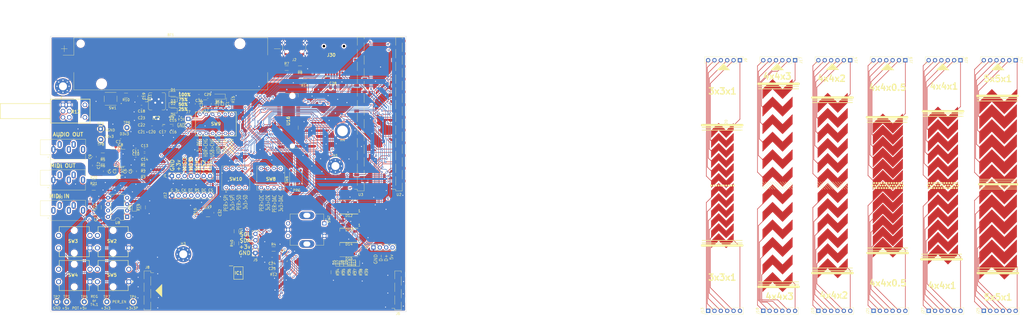
<source format=kicad_pcb>
(kicad_pcb (version 20211014) (generator pcbnew)
  (layers (0 "F.Cu" signal) (31 "B.Cu" signal) (34 "B.Paste" user) (35 "F.Paste" user) (36 "B.SilkS" user "B.Silkscreen") (37 "F.SilkS" user "F.Silkscreen") (38 "B.Mask" user) (39 "F.Mask" user) (44 "Edge.Cuts" user))
  (net 0 "")
  (net 4 "A3v3")
  (net 5 "GND")
  (net 6 "D3v3")
  (net 8 "dac output L")
  (net 9 "dac output R")
  (net 10 "Net-(C24-Pad1)")
  (net 11 "Net-(C10-Pad1)")
  (net 14 "SPI0_MISO")
  (net 15 "SPI0_generic0_cs")
  (net 16 "SPI0_generic1_cs")
  (net 17 "I2C_SCL")
  (net 18 "I2C_SDA")
  (net 19 "USB data in +")
  (net 20 "USB data in -")
  (net 21 "T01=MIDI OUT")
  (net 22 "Net-(J2-PadA5)")
  (net 23 "Net-(J2-PadB5)")
  (net 24 "Net-(C15-Pad1)")
  (net 25 "USB_Vin5v")
  (net 26 "Supply+5v")
  (net 27 "Batt+")
  (net 28 "Net-(D6-Pad1)")
  (net 29 "Net-(D6-Pad2)")
  (net 30 "Net-(R10-Pad2)")
  (net 31 "Net-(C7-Pad1)")
  (net 32 "Net-(C7-Pad2)")
  (net 33 "Net-(C8-Pad1)")
  (net 34 "Net-(C8-Pad2)")
  (net 35 "Net-(D1-Pad2)")
  (net 36 "Net-(D3-Pad2)")
  (net 37 "Net-(D1-Pad1)")
  (net 38 "T00 MIDI IN")
  (net 39 "I2S_LRCK")
  (net 40 "Net-(R1-Pad2)")
  (net 41 "I2S_DIN")
  (net 42 "Net-(R2-Pad2)")
  (net 43 "I2S_BCK")
  (net 44 "Net-(R3-Pad2)")
  (net 45 "Net-(R5-Pad1)")
  (net 47 "Net-(R6-Pad1)")
  (net 48 "Net-(R4-Pad1)")
  (net 49 "Net-(R12-Pad1)")
  (net 53 "Net-(C18-Pad1)")
  (net 54 "Net-(IC2-Pad5)")
  (net 55 "Net-(IC2-Pad7)")
  (net 56 "SPI0_SCK")
  (net 57 "SPI0_MOSI")
  (net 58 "OLED_RES")
  (net 59 "OLED_DC")
  (net 60 "OLED_CS")
  (net 61 "WS2812_DATA")
  (net 62 "Net-(IC1-Pad4)")
  (net 63 "Net-(IC1-Pad5)")
  (net 64 "Net-(IC1-Pad6)")
  (net 65 "Net-(IC1-Pad7)")
  (net 66 "ENC_A")
  (net 67 "ENC_B")
  (net 68 "ENC_SWITCH")
  (net 69 "Net-(D5-Pad1)")
  (net 70 "GEN_LED1")
  (net 71 "Net-(D7-Pad1)")
  (net 72 "GEN_LED2")
  (net 73 "Net-(D8-Pad1)")
  (net 74 "GEN_LED3")
  (net 75 "Net-(D9-Pad1)")
  (net 76 "GEN_LED4")
  (net 77 "Net-(D10-Pad1)")
  (net 78 "GEN_LED5")
  (net 79 "Net-(D11-Pad1)")
  (net 80 "GEN_LED6")
  (net 81 "+3V3")
  (net 86 "Net-(J10-Pad4)")
  (net 88 "Net-(J11-Pad2)")
  (net 92 "Net-(J11-Pad4)")
  (net 94 "Net-(C17-Pad1)")
  (net 95 "/5v tap input")
  (net 96 "Net-(D12-Pad2)")
  (net 97 "Net-(D13-Pad2)")
  (net 98 "Net-(D14-Pad2)")
  (net 99 "3v3 reg output")
  (net 101 "3.3v Peripheral")
  (net 115 "audio out L")
  (net 116 "audio out R")
  (net 117 "Net-(J13-Pad1)")
  (net 118 "Net-(J13-Pad2)")
  (net 119 "Net-(J13-Pad3)")
  (net 120 "Net-(J13-Pad4)")
  (net 121 "Net-(J6-Pad2)")
  (net 122 "Net-(J6-Pad3)")
  (net 123 "Net-(J6-Pad4)")
  (net 124 "Net-(J6-Pad5)")
  (net 125 "Net-(J6-Pad6)")
  (net 126 "Net-(J8-Pad1)")
  (net 127 "Net-(J8-Pad2)")
  (net 128 "Net-(J8-Pad3)")
  (net 129 "Net-(J8-Pad4)")
  (net 130 "Net-(J8-Pad5)")
  (net 131 "charger input +5v")
  (net 134 "/captouch 3x3x1 GND")
  (net 135 "Net-(J20-Pad2)")
  (net 136 "Net-(J20-Pad3)")
  (net 137 "Net-(J20-Pad4)")
  (net 138 "Net-(J20-Pad5)")
  (net 139 "Net-(J20-Pad6)")
  (net 140 "Net-(J13-Pad5)")
  (net 141 "Net-(J13-Pad6)")
  (net 142 "/captouch4x4x2 GND")
  (net 143 "Net-(J14-Pad2)")
  (net 144 "Net-(J14-Pad3)")
  (net 145 "Net-(J14-Pad4)")
  (net 146 "Net-(J14-Pad5)")
  (net 147 "Net-(J14-Pad6)")
  (net 148 "Net-(J15-Pad1)")
  (net 149 "Net-(J15-Pad2)")
  (net 150 "Net-(J15-Pad3)")
  (net 151 "Net-(J15-Pad4)")
  (net 152 "Net-(J15-Pad5)")
  (net 153 "Net-(J15-Pad6)")
  (net 154 "Net-(J18-Pad1)")
  (net 155 "Net-(J18-Pad2)")
  (net 156 "Net-(J18-Pad3)")
  (net 157 "Net-(J18-Pad4)")
  (net 158 "Net-(J18-Pad5)")
  (net 159 "Net-(J18-Pad6)")
  (net 160 "/captouch4x4x3 GND")
  (net 161 "Net-(J19-Pad2)")
  (net 162 "Net-(J19-Pad3)")
  (net 163 "Net-(J19-Pad4)")
  (net 164 "Net-(J19-Pad5)")
  (net 165 "Net-(J19-Pad6)")
  (net 166 "Net-(J21-Pad1)")
  (net 167 "Net-(J21-Pad2)")
  (net 168 "Net-(J21-Pad3)")
  (net 169 "Net-(J21-Pad4)")
  (net 170 "Net-(J21-Pad5)")
  (net 171 "Net-(J21-Pad6)")
  (net 172 "Net-(J17-Pad2)")
  (net 173 "Net-(J24-Pad2)")
  (net 174 "Net-(J24-Pad3)")
  (net 175 "Net-(J24-Pad4)")
  (net 176 "Net-(J24-Pad5)")
  (net 177 "Net-(J24-Pad6)")
  (net 178 "Net-(J25-Pad1)")
  (net 179 "Net-(J25-Pad2)")
  (net 180 "Net-(J25-Pad3)")
  (net 181 "Net-(J25-Pad4)")
  (net 182 "Net-(J25-Pad5)")
  (net 183 "Net-(J25-Pad6)")
  (net 184 "Net-(J17-Pad3)")
  (net 185 "Net-(J26-Pad2)")
  (net 186 "Net-(J26-Pad3)")
  (net 187 "Net-(J26-Pad4)")
  (net 188 "Net-(J26-Pad5)")
  (net 189 "Net-(J26-Pad6)")
  (net 190 "Net-(J27-Pad1)")
  (net 191 "Net-(J27-Pad2)")
  (net 192 "Net-(J27-Pad3)")
  (net 193 "Net-(J27-Pad4)")
  (net 194 "Net-(J27-Pad5)")
  (net 195 "Net-(J27-Pad6)")
  (net 196 "Net-(J17-Pad4)")
  (net 197 "Net-(J17-Pad5)")
  (net 198 "Net-(J17-Pad6)")
  (net 199 "/captouch4x4x.5 GND")
  (net 200 "/captouch5x5x1 GND")
  (net 201 "/captouch4x4x1 GND")
  (net 204 "SDIO_DAT2")
  (net 205 "SDIO_CS")
  (net 206 "SDIO_MOSI")
  (net 207 "SDIO_CLOCK")
  (net 208 "SDIO_MISO")
  (net 209 "SDIO_DAT1")
  (net 211 "Net-(SW6-Pad1)")
  (net 214 "dac_3v3")
  (net 217 "Peripheral power EN")
  (net 229 "+5v before power switch")
  (net 230 "AGND")
  (net 235 "i2c_3v3")
  (net 236 "sd_3v3")
  (net 237 "Net-(D16-Pad1)")
  (net 238 "spi_3v3")
  (footprint "clarinoid2:Teensy41_graphic" (layer "F.Cu") (at 187.405804 59.619034 90)
    (fp_text reference "U6" hide)
    (fp_text value "Placeholder" hide)
  )
  (footprint "LED_SMD:LED_0603_1608Metric" (layer "F.Cu") (at 170.576804 118.809034 90)
    (fp_text reference "D5")
    (fp_text value "blue")
  )
  (footprint "Capacitor_SMD:C_0805_2012Metric" (layer "F.Cu") (at 77.876804 82.409034 -90)
    (fp_text reference "C4")
    (fp_text value "0.1uF")
  )
  (footprint "clarinoid2:Teensy_4.0_MicroMod outline fab" (layer "F.Cu") (at 155.014304 65.009034)
    (fp_text reference "U18" hide)
    (fp_text value "Micromod outline" hide)
  )
  (footprint "Resistor_SMD:R_1206_3216Metric" (layer "F.Cu") (at 178.026804 122.696534 -90)
    (fp_text reference "R38")
    (fp_text value "470R")
  )
  (footprint "SamacSys_Parts:21992304" (layer "F.Cu") (at 150.864304 62.309034 90)
    (fp_text reference "U16")
    (fp_text value "APCI0108-P001A Teensy_4.0_MicroMod" hide)
  )
  (footprint "Connector_PinHeader_2.54mm:PinHeader_1x06_P2.54mm_Vertical" (layer "F.Cu") (at 362.376804 138.109034 90)
    (fp_text reference "J15")
    (fp_text value "captouch4x4x2 header B")
  )
  (footprint "TestPoint:TestPoint_THTPad_D2.0mm_Drill1.0mm" (layer "F.Cu") (at 78.476804 134.509034)
    (fp_text reference "TP7")
    (fp_text value "3v3")
  )
  (footprint "Capacitor_SMD:C_0805_2012Metric" (layer "F.Cu") (at 92.301804 65.059034 180)
    (fp_text reference "C21")
    (fp_text value "22uF")
  )
  (footprint "LED_SMD:LED_0603_1608Metric" (layer "F.Cu") (at 172.176804 118.809034 90)
    (fp_text reference "D7")
    (fp_text value "blue")
  )
  (footprint "Resistor_SMD:R_1206_3216Metric" (layer "F.Cu") (at 171.126804 122.696534 -90)
    (fp_text reference "R35")
    (fp_text value "470R")
  )
  (footprint "Resistor_SMD:R_1206_3216Metric" (layer "F.Cu") (at 130.151804 111.146534 90)
    (fp_text reference "R40")
    (fp_text value "4.7k")
  )
  (footprint "CapTouchSliders:captouch dev board subboard template" (layer "F.Cu") (at 331.076804 38.109034 -90)
    (fp_text reference "U9" hide)
    (fp_text value "captouch3x3x1 graphic" hide)
  )
  (footprint "Connector_PinSocket_2.54mm:PinSocket_1x02_P2.54mm_Vertical" (layer "F.Cu") (at 110.976804 61.509034)
    (fp_text reference "J7")
    (fp_text value "header_power tap")
  )
  (footprint "TestPoint:TestPoint_THTPad_D2.0mm_Drill1.0mm" (layer "F.Cu") (at 88.976804 134.509034)
    (fp_text reference "TP4")
    (fp_text value "+3v3 peripheral")
  )
  (footprint "Capacitor_SMD:C_0805_2012Metric" (layer "F.Cu") (at 124.947054 55.509034 -90)
    (fp_text reference "C1")
    (fp_text value "10uF")
  )
  (footprint "CapTouchSliders:captouch dev board subboard template" (layer "F.Cu") (at 397.076804 38.109034 -90)
    (fp_text reference "U13" hide)
    (fp_text value "captouch4x4x.5 graphic" hide)
  )
  (footprint "Capacitor_SMD:C_0805_2012Metric" (layer "F.Cu") (at 92.301804 59.459034 180)
    (fp_text reference "C23")
    (fp_text value "0.1uF")
  )
  (footprint "Resistor_SMD:R_1206_3216Metric" (layer "F.Cu") (at 86.139304 52.109034 180)
    (fp_text reference "R10")
    (fp_text value "10k")
  )
  (footprint "Capacitor_SMD:C_0805_2012Metric" (layer "F.Cu") (at 93.526804 76.009034 180)
    (fp_text reference "C14")
    (fp_text value "0.1uF")
  )
  (footprint "Capacitor_SMD:C_0805_2012Metric" (layer "F.Cu") (at 118.726804 52.509034)
    (fp_text reference "C29")
    (fp_text value "1uF")
  )
  (footprint "Capacitor_SMD:C_0805_2012Metric" (layer "F.Cu") (at 144.414304 119.609034 180)
    (fp_text reference "C25")
    (fp_text value "0.1uF")
  )
  (footprint "LED_SMD:LED_0603_1608Metric" (layer "F.Cu") (at 175.376804 118.809034 90)
    (fp_text reference "D9")
    (fp_text value "green")
  )
  (footprint "Capacitor_SMD:C_0805_2012Metric" (layer "F.Cu") (at 92.301804 56.759034 180)
    (fp_text reference "C18")
    (fp_text value "22uF")
  )
  (footprint "Capacitor_SMD:C_0805_2012Metric" (layer "F.Cu") (at 96.515137 65.059034 180)
    (fp_text reference "C20")
    (fp_text value "22uF")
  )
  (footprint "SamacSys_Parts:SOP65P640X110-16N" (layer "F.Cu") (at 130.976804 123.009034)
    (fp_text reference "IC1")
    (fp_text value "PCA9554APW,118" hide)
  )
  (footprint "clarinoid2:dip switch XKB DS-04" (layer "F.Cu") (at 126.116804 88.914034)
    (fp_text reference "SW10")
    (fp_text value "DIP red power source" hide)
  )
  (footprint "Resistor_SMD:R_1206_3216Metric" (layer "F.Cu") (at 92.976804 96.809034 90)
    (fp_text reference "R19")
    (fp_text value "220R")
  )
  (footprint "Connector_PinHeader_2.54mm:PinHeader_1x06_P2.54mm_Vertical" (layer "F.Cu") (at 428.376804 138.109034 90)
    (fp_text reference "J25")
    (fp_text value "captouch5x5x1 header B")
  )
  (footprint "Connector_PinSocket_2.54mm:PinSocket_1x24_P2.54mm_Vertical_SMD_Pin1Right" (layer "F.Cu") (at 195.026804 59.619034 180)
    (fp_text reference "U2")
    (fp_text value "Teensy4.1_LEFT")
  )
  (footprint "SamacSys_Parts:SOIC127P599X155-9N" (layer "F.Cu") (at 98.196804 61.154034 180)
    (fp_text reference "IC2")
    (fp_text value "Injoinic IP5306 battery charge" hide)
  )
  (footprint "clarinoid2:SSD1306_128x64_approximate" (layer "F.Cu") (at 98.149948 90.6082)
    (fp_text reference "U12" hide)
    (fp_text value "ssd1306_graphic")
  )
  (footprint "Capacitor_SMD:C_0805_2012Metric" (layer "F.Cu") (at 73.476804 80.109034 -90)
    (fp_text reference "C12")
    (fp_text value "2.2uF")
  )
  (footprint "Connector_PinHeader_2.54mm:PinHeader_1x06_P2.54mm_Vertical" (layer "F.Cu") (at 384.376804 138.109034 90)
    (fp_text reference "J21")
    (fp_text value "captouch4x4x.5 header B")
  )
  (footprint "SamacSys_Parts:B3F-4055" (layer "F.Cu") (at 65.476804 124.009034)
    (fp_text reference "SW4")
    (fp_text value "SW_Push" hide)
  )
  (footprint "Capacitor_SMD:C_0805_2012Metric" (layer "F.Cu") (at 120.883054 55.509034 -90)
    (fp_text reference "C26")
    (fp_text value "0.1uF")
  )
  (footprint "Battery:BatteryHolder_Keystone_1042_1x18650" (layer "F.Cu") (at 103.976804 39.509034)
    (fp_text reference "BT1")
    (fp_text value "Battery_Cell")
  )
  (footprint "Connector_PinSocket_2.54mm:PinSocket_1x04_P2.54mm_Vertical" (layer "F.Cu") (at 184.856804 112.809034 90)
    (fp_text reference "J3")
    (fp_text value "header_usbfromteensy")
  )
  (footprint "clarinoid2:Inductor_MCS0630-1R0MN2" (layer "F.Cu") (at 101.901804 54.474034 90)
    (fp_text reference "L1")
    (fp_text value "1uH")
  )
  (footprint "Capacitor_SMD:C_0805_2012Metric" (layer "F.Cu") (at 75.776804 101.009034 90)
    (fp_text reference "C27")
    (fp_text value "0.1uF")
  )
  (footprint "Resistor_SMD:R_1206_3216Metric" (layer "F.Cu") (at 145.014304 113.409034)
    (fp_text reference "R4")
    (fp_text value "10k")
  )
  (footprint "clarinoid2:SOFNG TF-15x15 (LCSC C111196)" (layer "F.Cu") (at 167.976804 36.421534 180)
    (fp_text reference "J30")
    (fp_text value "microSD SOFNG TF-15x15" hide)
  )
  (footprint "clarinoid2:XKB switch jlcpcb SW_TS-1187A-B-A-B" (layer "F.Cu") (at 153.921805 85.009033 90)
    (fp_text reference "SW6")
    (fp_text value "SW_Push")
  )
  (footprint "SamacSys_Parts:B3F-4055" (layer "F.Cu") (at 65.476804 110.509034)
    (fp_text reference "SW3")
    (fp_text value "SW_Push" hide)
  )
  (footprint "Resistor_SMD:R_1206_3216Metric" (layer "F.Cu") (at 130.151804 106.346534 -90)
    (fp_text reference "R41")
    (fp_text value "4.7k")
  )
  (footprint "clarinoid2:dip switch XKB DS-04" (layer "F.Cu") (at 140.116804 88.914034)
    (fp_text reference "SW8")
    (fp_text value "DIP red power source" hide)
  )
  (footprint "LED_SMD:LED_0603_1608Metric" (layer "F.Cu") (at 178.576804 118.809034 90)
    (fp_text reference "D11")
    (fp_text value "red")
  )
  (footprint "LED_SMD:LED_0805_2012Metric" (layer "F.Cu") (at 104.944304 51.559034)
    (fp_text reference "D1")
    (fp_text value "25%")
  )
  (footprint "Capacitor_SMD:C_0805_2012Metric" (layer "F.Cu") (at 104.881804 60.407366 180)
    (fp_text reference "C15")
    (fp_text value "10uF")
  )
  (footprint "clarinoid2:SWITCHCRAFT_35RAPC4BV4_OvalHoles" (layer "F.Cu") (at 60.976804 98.009034)
    (fp_text reference "J10")
    (fp_text value "MIDI IN")
  )
  (footprint "clarinoid2:Sinhoo SMTSO2530CTJ" (layer "F.Cu") (at 172.514304 66.309034 180)
    (fp_text reference "H4")
    (fp_text value "M.2 riser 2.5mm")
  )
  (footprint "MountingHole:MountingHole_3.2mm_M3_Pad_Via" (layer "F.Cu") (at 60.976804 48.509034)
    (fp_text reference "H2")
    (fp_text value "MountingHole")
  )
  (footprint "CapTouchSliders:captouch dev board subboard template" (layer "F.Cu") (at 441.076804 38.109034 -90)
    (fp_text reference "U14" hide)
    (fp_text value "captouch5x5x1 graphic" hide)
  )
  (footprint "Resistor_SMD:R_1206_3216Metric" (layer "F.Cu") (at 150.239793 41.294034)
    (fp_text reference "R7")
    (fp_text value "5.1k")
  )
  (footprint "Connector_PinHeader_2.54mm:PinHeader_1x06_P2.54mm_Vertical" (layer "F.Cu") (at 331.076804 38.109034 -90)
    (fp_text reference "J9")
    (fp_text value "captouch 3x3x1 headerA")
  )
  (footprint "MountingHole:MountingHole_3.2mm_M3_Pad_Via" (layer "F.Cu") (at 169.676804 80.309034)
    (fp_text reference "H1")
    (fp_text value "MountingHole")
  )
  (footprint "CapTouchSliders:CaptouchSlider_Masked_H4x4_A2.0mm_x12" (layer "F.Cu") (at 367.076804 51.109034 -90)
    (fp_text reference "J16" hide)
    (fp_text value "captouch4x4x2 ")
  )
  (footprint "Connector_PinHeader_2.54mm:PinHeader_1x06_P2.54mm_Vertical" (layer "F.Cu") (at 397.076804 38.109034 -90)
    (fp_text reference "J19")
    (fp_text value "captouch4x4x.5 headerA")
  )
  (footprint "Capacitor_SMD:C_0805_2012Metric" (layer "F.Cu") (at 83.976804 70.209034 180)
    (fp_text reference "C8")
    (fp_text value "2.2uF")
  )
  (footprint "Capacitor_SMD:C_0805_2012Metric" (layer "F.Cu") (at 89.576804 82.409034 90)
    (fp_text reference "C5")
    (fp_text value "10uF")
  )
  (footprint "CapTouchSliders:CaptouchSlider_Masked_H4x4_A0.5mm_x12" (layer "F.Cu") (at 389.076804 59.359034 -90)
    (fp_text reference "J23" hide)
    (fp_text value "captouch4x4x.5")
  )
  (footprint "NetTie:NetTie-2_SMD_Pad0.5mm" (layer "F.Cu") (at 85.876804 81.709034 90)
    (fp_text reference "NT1")
    (fp_text value "NetTie_2")
  )
  (footprint "Capacitor_SMD:C_0805_2012Metric" (layer "F.Cu") (at 73.476804 76.609034 90)
    (fp_text reference "C9")
    (fp_text value "2.2uF")
  )
  (footprint "Connector_PinSocket_2.54mm:PinSocket_1x04_P2.54mm_Vertical" (layer "F.Cu") (at 137.751804 115.009034 180)
    (fp_text reference "J5")
    (fp_text value "header_i2c")
  )
  (footprint "CapTouchSliders:CaptouchSlider_Masked_H5x5_A1.0mm_x12" (layer "F.Cu") (at 434.576804 49.609034 -90)
    (fp_text reference "J28" hide)
    (fp_text value "captouch5x5x1 ")
  )
  (footprint "clarinoid2:USB_C_Receptacle_XKB_U262-16XN-4BVC11" (layer "F.Cu") (at 153.277293 32.209034 180)
    (fp_text reference "J2")
    (fp_text value "XKB_U262-16XN-4BVC11 USB-C recept")
  )
  (footprint "LED_SMD:LED_0603_1608Metric" (layer "F.Cu") (at 173.776804 118.809034 90)
    (fp_text reference "D8")
    (fp_text value "green")
  )
  (footprint "LED_SMD:LED_WS2812B_PLCC4_5.0x5.0mm_P3.2mm" (layer "F.Cu") (at 175.076804 102.309034 180)
    (fp_text reference "D13")
    (fp_text value "WS2812B")
  )
  (footprint "LED_SMD:LED_0805_2012Metric" (layer "F.Cu") (at 104.944304 53.774867 180)
    (fp_text reference "D2")
    (fp_text value "50%")
  )
  (footprint "Resistor_SMD:R_1206_3216Metric" (layer "F.Cu") (at 76.876804 78.409034 180)
    (fp_text reference "R6")
    (fp_text value "470R")
  )
  (footprint "SamacSys_Parts:B3F-4055" (layer "F.Cu") (at 80.976804 110.509034)
    (fp_text reference "SW2")
    (fp_text value "SW_Push" hide)
  )
  (footprint "Capacitor_SMD:C_0805_2012Metric" (layer "F.Cu") (at 114.526804 55.509034 -90)
    (fp_text reference "C30")
    (fp_text value "0.22uF")
  )
  (footprint "TestPoint:TestPoint_THTPad_D2.0mm_Drill1.0mm" (layer "F.Cu") (at 75.976804 65.509034)
    (fp_text reference "TP3")
    (fp_text value "AGND")
  )
  (footprint "Connector_PinSocket_2.54mm:PinSocket_1x24_P2.54mm_Vertical_SMD_Pin1Right" (layer "F.Cu") (at 179.786804 59.619034 180)
    (fp_text reference "U3")
    (fp_text value "Teensy4.1_RIGHT")
  )
  (footprint "Connector_PinHeader_2.54mm:PinHeader_1x06_P2.54mm_Vertical" (layer "F.Cu") (at 318.376804 138.109034 90)
    (fp_text reference "J13")
    (fp_text value "captouch 3x3x1 header B")
  )
  (footprint "Capacitor_SMD:C_0805_2012Metric" (layer "F.Cu") (at 144.414304 117.509034 180)
    (fp_text reference "C24")
    (fp_text value "0.1uF")
  )
  (footprint "TestPoint:TestPoint_THTPad_D2.0mm_Drill1.0mm" (layer "F.Cu") (at 86.476804 65.009034 180)
    (fp_text reference "TP6")
    (fp_text value "D3v3")
  )
  (footprint "Connector_PinHeader_2.54mm:PinHeader_1x06_P2.54mm_Vertical" (layer "F.Cu") (at 441.076804 38.109034 -90)
    (fp_text reference "J24")
    (fp_text value "captouch5x5x1 headerA")
  )
  (footprint "Capacitor_SMD:C_0805_2012Metric" (layer "F.Cu") (at 90.026804 76.009034)
    (fp_text reference "C11")
    (fp_text value "10uF")
  )
  (footprint "Resistor_SMD:R_1206_3216Metric" (layer "F.Cu") (at 168.826804 122.696534 -90)
    (fp_text reference "R34")
    (fp_text value "470R")
  )
  (footprint "Capacitor_SMD:C_0805_2012Metric" (layer "F.Cu") (at 87.476804 82.409034 90)
    (fp_text reference "C6")
    (fp_text value "0.1uF")
  )
  (footprint "Connector_PinHeader_2.54mm:PinHeader_1x06_P2.54mm_Vertical" (layer "F.Cu") (at 340.376804 138.109034 90)
    (fp_text reference "J18")
    (fp_text value "captouch4x4x3 header B")
  )
  (footprint "CapTouchSliders:captouch dev board subboard template" (layer "F.Cu") (at 419.076804 38.109034 -90)
    (fp_text reference "U15" hide)
    (fp_text value "captouch4x4x1 graphic" hide)
  )
  (footprint "Package_DIP:DIP-8_W7.62mm" (layer "F.Cu") (at 86.576804 100.609034 180)
    (fp_text reference "U8")
    (fp_text value "6N138")
  )
  (footprint "SamacSys_Parts:PTR902-2020K-A103" (layer "F.Cu") (at 55.976804 58.409034 180)
    (fp_text reference "R13")
    (fp_text value "PTR902-2020K-A103" hide)
  )
  (footprint "Capacitor_SMD:C_0805_2012Metric" (layer "F.Cu") (at 100.69847 65.059034 180)
    (fp_text reference "C17")
    (fp_text value "22uF")
  )
  (footprint "Resistor_SMD:R_1206_3216Metric" (layer "F.Cu") (at 115.539304 98.459034 90)
    (fp_text reference "R16")
    (fp_text value "100k")
  )
  (footprint "Capacitor_SMD:C_0805_2012Metric" (layer "F.Cu") (at 122.915054 55.509034 -90)
    (fp_text reference "C2")
    (fp_text value "0.22uF")
  )
  (footprint "Resistor_SMD:R_1206_3216Metric" (layer "F.Cu") (at 73.239304 89.109034)
    (fp_text reference "R21")
    (fp_text value "47R")
  )
  (footprint "Connector_PinHeader_2.54mm:PinHeader_1x06_P2.54mm_Vertical" (layer "F.Cu") (at 353.076804 38.109034 -90)
    (fp_text reference "J17")
    (fp_text value "captouch4x4x3 headerA")
  )
  (footprint "LED_SMD:LED_0805_2012Metric" (layer "F.Cu") (at 104.944304 58.206533 180)
    (fp_text reference "D4")
    (fp_text value "100%")
  )
  (footprint "Resistor_SMD:R_1206_3216Metric" (layer "F.Cu") (at 175.726804 122.696534 -90)
    (fp_text reference "R37")
    (fp_text value "470R")
  )
  (footprint "CapTouchSliders:captouch dev board subboard template" (layer "F.Cu") (at 375.076804 38.109034 -90)
    (fp_text reference "U10" hide)
    (fp_text value "captouch4x4x2 graphic" hide)
  )
  (footprint "Resistor_SMD:R_1206_3216Metric" (layer "F.Cu") (at 75.376804 96.809034 90)
    (fp_text reference "R22")
    (fp_text value "470R")
  )
  (footprint "Package_DFN_QFN:UQFN-20_3x3mm_P0.4mm" (layer "F.Cu") (at 148.914304 116.809034)
    (fp_text reference "U4")
    (fp_text value "MPR121, 0x5A")
  )
  (footprint "Resistor_SMD:R_1206_3216Metric" (layer "F.Cu") (at 155.539793 41.294034 180)
    (fp_text reference "R8")
    (fp_text value "5.1k")
  )
  (footprint "TestPoint:TestPoint_THTPad_D2.0mm_Drill1.0mm" (layer "F.Cu") (at 76.076804 69.709034 180)
    (fp_text reference "TP8")
    (fp_text value "A3v3")
  )
  (footprint "Resistor_SMD:R_1206_3216Metric" (layer "F.Cu") (at 157.376804 46.409034 180)
    (fp_text reference "R14")
    (fp_text value "100k")
  )
  (footprint "Resistor_SMD:R_1206_3216Metric" (layer "F.Cu") (at 93.881804 53.021534 -90)
    (fp_text reference "R11")
    (fp_text value "0.5R")
  )
  (footprint "Package_TO_SOT_SMD:SOT-23-5" (layer "F.Cu") (at 117.726804 55.509034 180)
    (fp_text reference "U17")
    (fp_text value "TLV75733PDBV")
  )
  (footprint "Resistor_SMD:R_1206_3216Metric" (layer "F.Cu") (at 92.976804 83.009034 180)
    (fp_text reference "R3")
    (fp_text value "22R")
  )
  (footprint "TestPoint:TestPoint_THTPad_D2.0mm_Drill1.0mm" (layer "F.Cu") (at 62.476804 134.509034 180)
    (fp_text reference "TP1")
    (fp_text value "+5v charger output")
  )
  (footprint "Connector_PinSocket_2.54mm:PinSocket_1x07_P2.54mm_Vertical" (layer "F.Cu") (at 104.436804 84.309034 90)
    (fp_text reference "J4")
    (fp_text value "header_spi")
  )
  (footprint "Capacitor_SMD:C_0805_2012Metric" (layer "F.Cu") (at 93.526804 73.909034)
    (fp_text reference "C13")
    (fp_text value "0.1uF")
  )
  (footprint "clarinoid2:SWITCHCRAFT_35RAPC4BV4_OvalHoles" (layer "F.Cu") (at 60.976804 73.709034)
    (fp_text reference "J1")
    (fp_text value "AudioOut")
  )
  (footprint "Resistor_SMD:R_1206_3216Metric" (layer "F.Cu") (at 127.126804 53.809034 -90)
    (fp_text reference "R15")
    (fp_text value "100k")
  )
  (footprint "Connector_PinHeader_2.54mm:PinHeader_1x06_P2.54mm_Vertical" (layer "F.Cu") (at 419.076804 38.109034 -90)
    (fp_text reference "J26")
    (fp_text value "captouch4x4x1 headerA")
  )
  (footprint "Capacitor_SMD:C_0805_2012Metric" (layer "F.Cu") (at 121.939304 98.959034 -90)
    (fp_text reference "C32")
    (fp_text value "1uF")
  )
  (footprint "CapTouchSliders:CaptouchSlider_Masked_H3x3_A1.0mm_x12" (layer "F.Cu") (at 321.576804 63.109034 -90)
    (fp_text reference "J20")
    (fp_text value "CapTouchSlider_3x3x1")
  )
  (footprint "Resistor_SMD:R_1206_3216Metric" (layer "F.Cu") (at 92.976804 78.209034 180)
    (fp_text reference "R1")
    (fp_text value "22R")
  )
  (footprint "LED_SMD:LED_0603_1608Metric" (layer "F.Cu") (at 176.976804 118.809034 90)
    (fp_text reference "D10")
    (fp_text value "red")
  )
  (footprint "Capacitor_SMD:C_0805_2012Metric" (layer "F.Cu") (at 79.976804 82.409034 -90)
    (fp_text reference "C3")
    (fp_text value "10uF")
  )
  (footprint "Package_SO:TSSOP-20_4.4x6.5mm_P0.65mm" (layer "F.Cu") (at 83.576804 77.009034)
    (fp_text reference "U1")
    (fp_text value "PCM5102A")
  )
  (footprint "TestPoint:TestPoint_THTPad_D2.0mm_Drill1.0mm" (layer "F.Cu") (at 69.476804 134.509034)
    (fp_text reference "TP5")
    (fp_text value "+5v supply")
  )
  (footprint "LED_SMD:LED_0805_2012Metric" (layer "F.Cu") (at 104.944304 55.9907)
    (fp_text reference "D3")
    (fp_text value "75%")
  )
  (footprint "Connector_PinHeader_2.54mm:PinHeader_1x06_P2.54mm_Vertical" (layer "F.Cu") (at 406.376804 138.109034 90)
    (fp_text reference "J27")
    (fp_text value "captouch4x4x1 header B")
  )
  (footprint "Connector_PinSocket_2.54mm:PinSocket_1x07_P2.54mm_Vertical" (layer "F.Cu") (at 104.536804 92.109034 90)
    (fp_text reference "J12")
    (fp_text value "SSD1306")
  )
  (footprint "LED_SMD:LED_WS2812B_PLCC4_5.0x5.0mm_P3.2mm" (layer "F.Cu") (at 175.076804 96.609034 180)
    (fp_text reference "D12")
    (fp_text value "WS2812B")
  )
  (footprint "Capacitor_SMD:C_0805_2012Metric" (layer "F.Cu") (at 168.676804 49.009034)
    (fp_text reference "C28")
    (fp_text value "0.1uF")
  )
  (footprint "SamacSys_Parts:B3F-4055" (layer "F.Cu") (at 80.976804 124.009034)
    (fp_text reference "SW5")
    (fp_text value "SW_Push" hide)
  )
  (footprint "Connector_PinSocket_2.54mm:PinSocket_1x06_P2.54mm_Vertical_SMD_Pin1Right" (layer "F.Cu") (at 94.645804 129.977034)
    (fp_text reference "J8")
    (fp_text value "Conn_01x06")
  )
  (footprint "Capacitor_SMD:C_0805_2012Metric" (layer "F.Cu") (at 115.226804 52.509034 180)
    (fp_text reference "C31")
    (fp_text value "0.1uF")
  )
  (footprint "CapTouchSliders:CaptouchSlider_Masked_H4x4_A3.0mm_x12" (layer "F.Cu") (at 345.076804 45.609034 -90)
    (fp_text reference "J22" hide)
    (fp_text value "captouch4x4x3 ")
  )
  (footprint "Capacitor_SMD:C_0805_2012Metric" (layer "F.Cu") (at 90.026804 73.909034 180)
    (fp_text reference "C10")
    (fp_text value "10uF")
  )
  (footprint "Resistor_SMD:R_1206_3216Metric" (layer "F.Cu") (at 173.426804 122.696534 -90)
    (fp_text reference "R36")
    (fp_text value "470R")
  )
  (footprint "clarinoid2:dip switch XKB DS-06RP" (layer "F.Cu") (at 128.326804 59.699034 180)
    (fp_text reference "SW9")
    (fp_text value "DIP red power source" hide)
  )
  (footprint "Diode_SMD:D_MiniMELF" (layer "F.Cu") (at 123.226804 52.609034 180)
    (fp_text reference "D16")
    (fp_text value "3.3v")
  )
  (footprint "clarinoid2:SWITCHCRAFT_35RAPC4BV4_OvalHoles" (layer "F.Cu") (at 60.962591 85.859034)
    (fp_text reference "J11")
    (fp_text value "MIDI OUT")
  )
  (footprint "Connector_PinSocket_2.54mm:PinSocket_1x06_P2.54mm_Vertical_SMD_Pin1Right" (layer "F.Cu") (at 194.644804 129.977034 180)
    (fp_text reference "J6")
    (fp_text value "Conn_01x06")
  )
  (footprint "LED_SMD:LED_WS2812B_PLCC4_5.0x5.0mm_P3.2mm" (layer "F.Cu") (at 175.076804 108.009034 180)
    (fp_text reference "D14")
    (fp_text value "WS2812B")
  )
  (footprint "Resistor_SMD:R_1206_3216Metric" (layer "F.Cu") (at 104.381804 62.733199)
    (fp_text reference "R9")
    (fp_text value "2R")
  )
  (footprint "Diode_SMD:D_SOD-323" (layer "F.Cu") (at 89.476804 96.809034 90)
    (fp_text reference "D6")
    (fp_text value "1N4148WS")
  )
  (footprint "Resistor_SMD:R_1206_3216Metric" (layer "F.Cu") (at 76.876804 76.009034 180)
    (fp_text reference "R5")
    (fp_text value "470R")
  )
  (footprint "Connector_PinHeader_2.54mm:PinHeader_1x06_P2.54mm_Vertical" (layer "F.Cu") (at 375.076804 38.109034 -90)
    (fp_text reference "J14")
    (fp_text value "captouch4x4x2 headerA")
  )
  (footprint "MountingHole:MountingHole_3.2mm_M3_Pad_Via" (layer "F.Cu") (at 108.976804 115.509034)
    (fp_text reference "H3")
    (fp_text value "MountingHole")
  )
  (footprint "CapTouchSliders:CaptouchSlider_Masked_H4x4_A1.0mm_x12" (layer "F.Cu") (at 411.076804 56.609034 -90)
    (fp_text reference "J29" hide)
    (fp_text value "captouch4x4x1 ")
  )
  (footprint "Capacitor_SMD:C_0805_2012Metric" (layer "F.Cu") (at 92.301804 62.309034 180)
    (fp_text reference "C22")
    (fp_text value "22uF")
  )
  (footprint "Resistor_SMD:R_1206_3216Metric" (layer "F.Cu") (at 92.976804 80.609034 180)
    (fp_text reference "R2")
    (fp_text value "22R")
  )
  (footprint "CapTouchSliders:captouch dev board subboard template" (layer "F.Cu") (at 353.076804 38.109034 -90)
    (fp_text reference "U11" hide)
    (fp_text value "captouch4x4x3 graphic" hide)
  )
  (footprint "Resistor_SMD:R_1206_3216Metric" (layer "F.Cu") (at 145.014304 121.809034 180)
    (fp_text reference "R12")
    (fp_text value "75k")
  )
  (footprint "LED_SMD:LED_WS2812B_PLCC4_5.0x5.0mm_P3.2mm" (layer "F.Cu") (at 175.076804 113.709034 180)
    (fp_text reference "D15")
    (fp_text value "WS2812B")
  )
  (footprint "Capacitor_SMD:C_0805_2012Metric" (layer "F.Cu") (at 91.581804 52.459034 -90)
    (fp_text reference "C19")
    (fp_text value "22uF")
  )
  (footprint "Capacitor_SMD:C_0805_2012Metric" (layer "F.Cu") (at 104.881804 65.059034 180)
    (fp_text reference "C16")
    (fp_text value "10uF")
  )
  (footprint "CapTouchSliders:captouch dev board subboard template" (layer "F.Cu") (at 94.645804 123.627034)
    (fp_text reference "U5" hide)
    (fp_text value "main captouch graphic" hide)
  )
  (footprint "TestPoint:TestPoint_THTPad_D2.0mm_Drill1.0mm" (layer "F.Cu") (at 58.476804 134.509034)
    (fp_text reference "TP2")
    (fp_text value "GND")
  )
  (footprint "Resistor_SMD:R_1206_3216Metric" (layer "F.Cu") (at 73.239304 86.709034)
    (fp_text reference "R20")
    (fp_text value "47R")
  )
  (footprint "clarinoid2:XKB switch jlcpcb SW_TS-1187A-B-A-B" (layer "F.Cu") (at 79.976804 53.509034 180)
    (fp_text reference "SW1")
    (fp_text value "SW_Push")
  )
  (footprint "Package_TO_SOT_SMD:SOT-23-5" (layer "F.Cu") (at 118.839304 98.959034)
    (fp_text reference "U19")
    (fp_text value "TLV75733PDBV")
  )
  (footprint "clarinoid2:Bourns_ENC_PEC11R-4215F-S0024" (layer "F.Cu") (at 158.276804 105.709034 -90)
    (fp_text reference "SW7")
    (fp_text value "RotaryEncoder_Switch_ABC12")
  )
  (footprint "Capacitor_SMD:C_0805_2012Metric" (layer "F.Cu") (at 82.976804 72.309034)
    (fp_text reference "C7")
    (fp_text value "2.2uF")
  )
  (footprint "Resistor_SMD:R_1206_3216Metric" (layer "F.Cu") (at 180.326804 122.696534 -90)
    (fp_text reference "R39")
    (fp_text value "470R")
  )
  (footprint "Package_TO_SOT_SMD:SOT-23-5" (layer "F.Cu") (at 83.176804 82.409034 180)
    (fp_text reference "U7")
    (fp_text value "TLV75533PDBV")
  )
  (gr_line (start 404.106728 59.477499) (end 420.106728 59.477499) (layer "F.SilkS") (width 0.3))
  (gr_line (start 425.796728 54.352499) (end 441.796728 54.352499) (layer "F.SilkS") (width 0.3))
  (gr_line (start 397.976804 114.009034) (end 381.976804 114.009034) (layer "F.SilkS") (width 0.3))
  (gr_line (start 375.976804 122.009034) (end 359.976804 122.009034) (layer "F.SilkS") (width 0.3))
  (gr_line (start 397.976804 115.009034) (end 381.976804 115.009034) (layer "F.SilkS") (width 1))
  (gr_line (start 331.976804 110.009034) (end 315.976804 110.009034) (layer "F.SilkS") (width 0.3))
  (gr_line (start 425.796728 53.352499) (end 441.796728 53.352499) (layer "F.SilkS") (width 0.3))
  (gr_line (start 338.476804 49.509034) (end 354.476804 49.509034) (layer "F.SilkS") (width 0.3))
  (gr_line (start 404.106728 60.477499) (end 420.106728 60.477499) (layer "F.SilkS") (width 0.3))
  (gr_poly (pts (xy 365.476804 41.939034) (xy 367.976804 39.439034) (xy 370.476804 41.939034)) (layer "F.SilkS") (width 0.15) (fill solid))
  (gr_line (start 359.976804 54.009034) (end 375.976804 54.009034) (layer "F.SilkS") (width 0.3))
  (gr_line (start 419.476804 115.509034) (end 403.476804 115.509034) (layer "F.SilkS") (width 0.3))
  (gr_line (start 315.976804 65.009034) (end 331.976804 65.009034) (layer "F.SilkS") (width 0.3))
  (gr_line (start 315.976804 64.009034) (end 331.976804 64.009034) (layer "F.SilkS") (width 1))
  (gr_line (start 441.976804 121.009034) (end 425.976804 121.009034) (layer "F.SilkS") (width 0.3))
  (gr_poly (pts (xy 321.976804 42.009034) (xy 324.476804 39.509034) (xy 326.976804 42.009034)) (layer "F.SilkS") (width 0.15) (fill solid))
  (gr_poly (pts (xy 100.476804 132.509034) (xy 97.976804 130.009034) (xy 100.476804 127.509034)) (layer "F.SilkS") (width 0.15) (fill solid))
  (gr_line (start 425.796728 52.352499) (end 441.796728 52.352499) (layer "F.SilkS") (width 1))
  (gr_line (start 354.476804 126.509034) (end 338.476804 126.509034) (layer "F.SilkS") (width 0.3))
  (gr_line (start 375.976804 121.009034) (end 359.976804 121.009034) (layer "F.SilkS") (width 0.3))
  (gr_line (start 331.976804 111.009034) (end 315.976804 111.009034) (layer "F.SilkS") (width 0.3))
  (gr_line (start 354.476804 128.509034) (end 338.476804 128.509034) (layer "F.SilkS") (width 1))
  (gr_poly (pts (xy 409.476804 42.009034) (xy 411.976804 39.509034) (xy 414.476804 42.009034)) (layer "F.SilkS") (width 0.15) (fill solid))
  (gr_line (start 404.106728 58.477499) (end 420.106728 58.477499) (layer "F.SilkS") (width 1))
  (gr_poly (pts (xy 431.476804 42.009034) (xy 433.976804 39.509034) (xy 436.476804 42.009034)) (layer "F.SilkS") (width 0.15) (fill solid))
  (gr_line (start 338.476804 47.509034) (end 354.476804 47.509034) (layer "F.SilkS") (width 1))
  (gr_line (start 381.753728 61.868499) (end 397.753728 61.868499) (layer "F.SilkS") (width 0.3))
  (gr_line (start 315.976804 66.009034) (end 331.976804 66.009034) (layer "F.SilkS") (width 0.3))
  (gr_line (start 441.976804 122.009034) (end 425.976804 122.009034) (layer "F.SilkS") (width 0.3))
  (gr_line (start 359.976804 53.009034) (end 375.976804 53.009034) (layer "F.SilkS") (width 1))
  (gr_line (start 397.976804 113.009034) (end 381.976804 113.009034) (layer "F.SilkS") (width 0.3))
  (gr_line (start 331.976804 112.009034) (end 315.976804 112.009034) (layer "F.SilkS") (width 1))
  (gr_line (start 338.476804 48.509034) (end 354.476804 48.509034) (layer "F.SilkS") (width 0.3))
  (gr_line (start 419.476804 116.509034) (end 403.476804 116.509034) (layer "F.SilkS") (width 0.3))
  (gr_line (start 354.476804 127.509034) (end 338.476804 127.509034) (layer "F.SilkS") (width 0.3))
  (gr_poly (pts (xy 387.476804 42.009034) (xy 389.976804 39.509034) (xy 392.476804 42.009034)) (layer "F.SilkS") (width 0.15) (fill solid))
  (gr_line (start 381.753728 62.868499) (end 397.753728 62.868499) (layer "F.SilkS") (width 0.3))
  (gr_line (start 419.476804 117.509034) (end 403.476804 117.509034) (layer "F.SilkS") (width 1))
  (gr_line (start 381.753728 60.868499) (end 397.753728 60.868499) (layer "F.SilkS") (width 1))
  (gr_poly (pts (xy 343.476804 42.009034) (xy 345.976804 39.509034) (xy 348.476804 42.009034)) (layer "F.SilkS") (width 0.15) (fill solid))
  (gr_line (start 359.976804 55.009034) (end 375.976804 55.009034) (layer "F.SilkS") (width 0.3))
  (gr_line (start 375.976804 123.009034) (end 359.976804 123.009034) (layer "F.SilkS") (width 1))
  (gr_line (start 441.976804 123.009034) (end 425.976804 123.009034) (layer "F.SilkS") (width 1))
  (gr_rect (start 55.976804 28.509034) (end 197.976804 138.509034) (layer "Edge.Cuts") (width 0.1) (fill none))
  (gr_text "G 3v CK DT RS DC CS\n" (at 112.411061 89.940178) (layer "F.SilkS") (effects (font (size 1 1))))
  (gr_text "MIDI IN" (at 59.562591 92.35218) (layer "F.SilkS") (effects (font (size 1.5 1.5) (thickness 0.3))))
  (gr_text "PER>I2C\n3v3>I2C\nPER>DAC\n3v3>DAC" (at 144.076804 91.709034 90) (layer "F.SilkS") (effects (font (size 1.6 1)) (justify right)))
  (gr_text "4x4x2" (at 368.54288 131.908569) (layer "F.SilkS") (effects (font (size 2.5 2.5) (thickness 0.5))))
  (gr_text "PER>SPI\n3v3>SPI\nPER>SD\n3v3>SD" (at 129.876804 91.709034 90) (layer "F.SilkS") (effects (font (size 1.6 1)) (justify right)))
  (gr_text "PER_EN" (at 83.476804 134.509034) (layer "F.SilkS") (effects (font (size 1 1))))
  (gr_text "+3v3P" (at 88.476804 137.009034) (layer "F.SilkS") (effects (font (size 1 1))))
  (gr_text "GND" (at 58.476804 137.009034) (layer "F.SilkS") (effects (font (size 1 1))))
  (gr_text "AUDIO OUT" (at 62.976804 67.709034) (layer "F.SilkS") (effects (font (size 1.5 1.5) (thickness 0.3))))
  (gr_text "4x4x1" (at 411.74688 128.040569) (layer "F.SilkS") (effects (font (size 2.5 2.5) (thickness 0.5))))
  (gr_text "3x3x1" (at 323.976804 124.759034) (layer "F.SilkS") (effects (font (size 2.5 2.5) (thickness 0.5))))
  (gr_text "4x4x2" (at 367.64288 45.408569) (layer "F.SilkS") (effects (font (size 2.5 2.5) (thickness 0.5))))
  (gr_text "D3v3" (at 85.476804 67.509034) (layer "F.SilkS") (effects (font (size 1 1))))
  (gr_text "+5v" (at 68.976804 137.009034) (layer "F.SilkS") (effects (font (size 1 1))))
  (gr_text "+3v3" (at 77.976804 137.009034) (layer "F.SilkS") (effects (font (size 1 1))))
  (gr_text "4x4x3" (at 346.86288 132.369569) (layer "F.SilkS") (effects (font (size 2.5 2.5) (thickness 0.5))))
  (gr_text "4x4x0.5" (at 390.09988 127.049569) (layer "F.SilkS") (effects (font (size 2.5 2.5) (thickness 0.5))))
  (gr_text "POT" (at 65.976804 137.009034) (layer "F.SilkS") (effects (font (size 1 1))))
  (gr_text "GND\n+3v\nMISO\nMOSI\nSCK\nCS2\nCS1" (at 112.036804 82.509034 90) (layer "F.SilkS") (effects (font (size 1.54 1.54) (thickness 0.25)) (justify left)))
  (gr_text "GND\nD-\nD+\n5v" (at 188.876804 115.409034 90) (layer "F.SilkS") (effects (font (size 1.3 1.3)) (justify right)))
  (gr_text "5x5x1" (at 434.05688 132.665569) (layer "F.SilkS") (effects (font (size 2.5 2.5) (thickness 0.5))))
  (gr_text "5x5x1" (at 433.976804 45.509034) (layer "F.SilkS") (effects (font (size 2.5 2.5) (thickness 0.5))))
  (gr_text "4x4x1" (at 412.476804 48.509034) (layer "F.SilkS") (effects (font (size 2.5 2.5) (thickness 0.5))))
  (gr_text "+5v" (at 61.976804 137.009034) (layer "F.SilkS") (effects (font (size 1 1))))
  (gr_text "AGND" (at 79.776804 66.009034) (layer "F.SilkS") (effects (font (size 1 1))))
  (gr_text "REG\nor\nT4.1" (at 73.476804 134.009034) (layer "F.SilkS") (effects (font (size 1 1))))
  (gr_text "SCL\nSDA\n+3v\nGND" (at 135.976804 111.309034) (layer "F.SilkS") (effects (font (size 1.54 1.54) (thickness 0.25)) (justify right)))
  (gr_text "100%\n75%\n50%\n25%" (at 106.881804 54.759034) (layer "F.SilkS") (effects (font (size 1.2 1.2) (thickness 0.3)) (justify left)))
  (gr_text "4x4x3" (at 345.976804 44.509034) (layer "F.SilkS") (effects (font (size 2.5 2.5) (thickness 0.5))))
  (gr_text "MIDI OUT" (at 60.962591 80.20218) (layer "F.SilkS") (effects (font (size 1.5 1.5) (thickness 0.3))))
  (gr_text "3x3x1" (at 324.076804 50.459034) (layer "F.SilkS") (effects (font (size 2.5 2.5) (thickness 0.5))))
  (gr_text "PRG" (at 154.221805 90.009033) (layer "F.SilkS") (effects (font (size 1 1))))
  (gr_text "+5v\nGND" (at 109.646804 62.779034) (layer "F.SilkS") (effects (font (size 1.6 1)) (justify right)))
  (gr_text "4x4x0.5" (at 389.976804 49.009034) (layer "F.SilkS") (effects (font (size 2.5 2.5) (thickness 0.5))))
  (gr_text "3v REG\nHDR>CHG\nUSB>CHG\nHDR>5v\nCHG>5v\nUSB>5v" (at 121.776804 69.309034 90) (layer "F.SilkS") (effects (font (size 1.6 1)) (justify right)))
  (gr_text "A3v3" (at 79.476804 68.509034) (layer "F.SilkS") (effects (font (size 1 1))))
  (segment (start 82.039304 82.757251) (end 82.039304 83.359034) (width 0.2) (layer "F.Cu") (net 4))
  (segment (start 79.677284 79.018548) (end 80.061798 78.634034) (width 0.2) (layer "F.Cu") (net 4))
  (segment (start 79.677284 81.159514) (end 79.677284 79.018548) (width 0.2) (layer "F.Cu") (net 4))
  (segment (start 83.375816 81.099305) (end 83.352284 81.122837) (width 0.2) (layer "F.Cu") (net 4))
  (segment (start 83.375816 79.253808) (end 83.375816 81.099305) (width 0.2) (layer "F.Cu") (net 4))
  (segment (start 77.876804 81.459034) (end 79.976804 81.459034) (width 0.2) (layer "F.Cu") (net 4))
  (segment (start 83.352284 81.444271) (end 82.039304 82.757251) (width 0.2) (layer "F.Cu") (net 4))
  (segment (start 80.061798 78.634034) (end 80.714304 78.634034) (width 0.2) (layer "F.Cu") (net 4))
  (segment (start 77.477284 76.309514) (end 77.477284 81.059514) (width 0.2) (layer "F.Cu") (net 4))
  (segment (start 78.549666 74.084034) (end 77.477284 75.156416) (width 0.2) (layer "F.Cu") (net 4))
  (segment (start 80.714304 74.084034) (end 78.549666 74.084034) (width 0.2) (layer "F.Cu") (net 4))
  (segment (start 77.477284 71.109514) (end 77.477284 76.309514) (width 0.2) (layer "F.Cu") (net 4))
  (segment (start 77.477284 75.156416) (end 77.477284 76.309514) (width 0.2) (layer "F.Cu") (net 4))
  (segment (start 76.076804 69.709034) (end 77.477284 71.109514) (width 0.2) (layer "F.Cu") (net 4))
  (segment (start 83.352284 81.122837) (end 83.352284 81.444271) (width 0.2) (layer "F.Cu") (net 4))
  (segment (start 80.738315 78.610023) (end 82.732032 78.610023) (width 0.2) (layer "F.Cu") (net 4))
  (segment (start 82.732032 78.610023) (end 83.375816 79.253808) (width 0.2) (layer "F.Cu") (net 4))
  (segment (start 88.401804 76.684034) (end 86.439304 76.684034) (width 0.2) (layer "F.Cu") (net 5))
  (segment (start 149.362293 35.314034) (end 149.927293 35.879034) (width 0.2) (layer "F.Cu") (net 5))
  (segment (start 146.566442 117.209034) (end 145.841922 116.484514) (width 0.2) (layer "F.Cu") (net 5))
  (segment (start 147.239304 63.559034) (end 149.763326 63.559034) (width 0.2) (layer "F.Cu") (net 5))
  (segment (start 156.976804 62.809034) (end 157.176804 62.609034) (width 0.2) (layer "F.Cu") (net 5))
  (segment (start 149.076804 65.396534) (end 149.076804 70.409034) (width 0.2) (layer "F.Cu") (net 5))
  (segment (start 157.032293 35.879034) (end 157.597293 35.314034) (width 0.2) (layer "F.Cu") (net 5))
  (segment (start 147.239304 70.059034) (end 149.026804 70.059034) (width 0.2) (layer "F.Cu") (net 5))
  (segment (start 84.662521 82.409034) (end 85.776804 83.523317) (width 0.2) (layer "F.Cu") (net 5))
  (segment (start 82.051804 79.934034) (end 82.076804 79.909034) (width 0.2) (layer "F.Cu") (net 5))
  (segment (start 146.540282 53.059034) (end 145.976804 52.495556) (width 0.2) (layer "F.Cu") (net 5))
  (segment (start 117.776804 54.348317) (end 117.776804 55.509034) (width 0.2) (layer "F.Cu") (net 5))
  (segment (start 149.076804 70.409034) (end 149.076804 70.745556) (width 0.2) (layer "F.Cu") (net 5))
  (segment (start 118.165607 57.058554) (end 120.283534 57.058554) (width 0.2) (layer "F.Cu") (net 5))
  (segment (start 80.714304 79.934034) (end 82.051804 79.934034) (width 0.2) (layer "F.Cu") (net 5))
  (segment (start 144.488824 116.484514) (end 143.464304 117.509034) (width 0.2) (layer "F.Cu") (net 5))
  (segment (start 147.726324 118.584514) (end 144.488824 118.584514) (width 0.2) (layer "F.Cu") (net 5))
  (segment (start 86.439304 74.734034) (end 85.751804 74.734034) (width 0.2) (layer "F.Cu") (net 5))
  (segment (start 86.439304 79.934034) (end 88.151804 79.934034) (width 0.2) (layer "F.Cu") (net 5))
  (segment (start 118.864304 55.509034) (end 117.776804 55.509034) (width 0.2) (layer "F.Cu") (net 5))
  (segment (start 144.488824 118.584514) (end 143.464304 119.609034) (width 0.2) (layer "F.Cu") (net 5))
  (segment (start 89.076804 76.009034) (end 89.076804 77.309034) (width 0.2) (layer "F.Cu") (net 5))
  (segment (start 148.263326 60.559034) (end 150.513326 62.809034) (width 0.2) (layer "F.Cu") (net 5))
  (segment (start 89.076804 76.009034) (end 88.401804 76.684034) (width 0.2) (layer "F.Cu") (net 5))
  (segment (start 148.957293 35.314034) (end 149.362293 35.314034) (width 0.2) (layer "F.Cu") (net 5))
  (segment (start 147.239304 53.059034) (end 146.540282 53.059034) (width 0.2) (layer "F.Cu") (net 5))
  (segment (start 149.763326 63.559034) (end 150.513326 62.809034) (width 0.2) (layer "F.Cu") (net 5))
  (segment (start 156.627293 35.879034) (end 157.032293 35.879034) (width 0.2) (layer "F.Cu") (net 5))
  (segment (start 145.976804 52.495556) (end 145.976804 51.072034) (width 0.2) (layer "F.Cu") (net 5))
  (segment (start 147.239304 63.559034) (end 149.076804 65.396534) (width 0.2) (layer "F.Cu") (net 5))
  (segment (start 118.050021 98.959034) (end 118.976804 98.032251) (width 0.2) (layer "F.Cu") (net 5))
  (segment (start 149.076804 70.009034) (end 149.076804 70.409034) (width 0.2) (layer "F.Cu") (net 5))
  (segment (start 143.464304 117.509034) (end 143.464304 119.609034) (width 0.2) (layer "F.Cu") (net 5))
  (segment (start 149.026804 70.059034) (end 149.076804 70.009034) (width 0.2) (layer "F.Cu") (net 5))
  (segment (start 147.526804 117.209034) (end 146.566442 117.209034) (width 0.2) (layer "F.Cu") (net 5))
  (segment (start 117.776804 55.509034) (end 117.776804 56.669752) (width 0.2) (layer "F.Cu") (net 5))
  (segment (start 89.076804 73.909034) (end 89.076804 72.209034) (width 0.2) (layer "F.Cu") (net 5))
  (segment (start 154.789304 62.809034) (end 156.976804 62.809034) (width 0.2) (layer "F.Cu") (net 5))
  (segment (start 87.476804 81.459034) (end 89.576804 81.459034) (width 0.2) (layer "F.Cu") (net 5))
  (segment (start 143.464304 119.609034) (end 143.464304 121.721534) (width 0.2) (layer "F.Cu") (net 5))
  (segment (start 89.076804 77.309034) (end 89.576804 77.809034) (width 0.2) (layer "F.Cu") (net 5))
  (segment (start 85.751804 74.734034) (end 84.976804 75.509034) (width 0.2) (layer "F.Cu") (net 5))
  (segment (start 117.701804 98.959034) (end 118.050021 98.959034) (width 0.2) (layer "F.Cu") (net 5))
  (segment (start 148.263326 71.559034) (end 147.239304 71.559034) (width 0.2) (layer "F.Cu") (net 5))
  (segment (start 86.439304 79.934034) (end 86.439304 80.421534) (width 0.2) (layer "F.Cu") (net 5))
  (segment (start 147.239304 49.809534) (end 150.276804 49.809534) (width 0.2) (layer "F.Cu") (net 5))
  (segment (start 120.283534 57.058554) (end 120.883054 56.459034) (width 0.2) (layer "F.Cu") (net 5))
  (segment (start 147.239304 62.059034) (end 149.763326 62.059034) (width 0.2) (layer "F.Cu") (net 5))
  (segment (start 145.976804 51.072034) (end 147.239304 49.809534) (width 0.2) (layer "F.Cu") (net 5))
  (segment (start 85.776804 83.523317) (end 85.776804 84.809034) (width 0.2) (layer "F.Cu") (net 5))
  (segment (start 150.513326 62.809034) (end 154.789304 62.809034) (width 0.2) (layer "F.Cu") (net 5))
  (segment (start 148.114304 118.196534) (end 147.726324 118.584514) (width 0.2) (layer "F.Cu") (net 5))
  (segment (start 86.439304 80.421534) (end 87.476804 81.459034) (width 0.2) (layer "F.Cu") (net 5))
  (segment (start 149.076804 70.745556) (end 148.263326 71.559034) (width 0.2) (layer "F.Cu") (net 5))
  (segment (start 149.763326 62.059034) (end 150.513326 62.809034) (width 0.2) (layer "F.Cu") (net 5))
  (segment (start 145.841922 116.484514) (end 144.488824 116.484514) (width 0.2) (layer "F.Cu") (net 5))
  (segment (start 118.976804 98.032251) (end 118.976804 96.709034) (width 0.2) (layer "F.Cu") (net 5))
  (segment (start 119.616087 52.509034) (end 117.776804 54.348317) (width 0.2) (layer "F.Cu") (net 5))
  (segment (start 117.776804 56.669752) (end 118.165607 57.058554) (width 0.2) (layer "F.Cu") (net 5))
  (segment (start 147.239304 60.559034) (end 148.263326 60.559034) (width 0.2) (layer "F.Cu") (net 5))
  (segment (start 88.151804 79.934034) (end 88.176804 79.909034) (width 0.2) (layer "F.Cu") (net 5))
  (via (at 169.976804 71.409034) (size 0.8) (drill 0.4) (layers "F.Cu" "B.Cu") (net 5))
  (via (at 74.176804 54.509034) (size 0.8) (drill 0.4) (layers "F.Cu" "B.Cu") (net 5))
  (via (at 189.376804 85.309034) (size 0.8) (drill 0.4) (layers "F.Cu" "B.Cu") (net 5))
  (via (at 185.876804 56.309034) (size 0.8) (drill 0.4) (layers "F.Cu" "B.Cu") (net 5))
  (via (at 196.876804 126.409034) (size 0.8) (drill 0.4) (layers "F.Cu" "B.Cu") (net 5))
  (via (at 100.876804 68.109034) (size 0.8) (drill 0.4) (layers "F.Cu" "B.Cu") (net 5))
  (via (at 180.376804 126.209034) (size 0.8) (drill 0.4) (layers "F.Cu" "B.Cu") (net 5))
  (via (at 174.276804 55.009034) (size 0.8) (drill 0.4) (layers "F.Cu" "B.Cu") (net 5))
  (via (at 187.676804 40.809034) (size 0.8) (drill 0.4) (layers "F.Cu" "B.Cu") (net 5))
  (via (at 102.476804 57.909034) (size 0.8) (drill 0.4) (layers "F.Cu" "B.Cu") (net 5))
  (via (at 139.676804 64.909034) (size 0.8) (drill 0.4) (layers "F.Cu" "B.Cu") (net 5))
  (via (at 163.776804 77.409034) (size 0.8) (drill 0.4) (layers "F.Cu" "B.Cu") (net 5))
  (via (at 108.576804 87.809034) (size 0.8) (drill 0.4) (layers "F.Cu" "B.Cu") (net 5))
  (via (at 196.776804 131.309034) (size 0.8) (drill 0.4) (layers "F.Cu" "B.Cu") (net 5))
  (via (at 126.976804 86.309034) (size 0.8) (drill 0.4) (layers "F.Cu" "B.Cu") (net 5))
  (via (at 117.076804 78.209034) (size 0.8) (drill 0.4) (layers "F.Cu" "B.Cu") (net 5))
  (via (at 189.976804 90.109034) (size 0.8) (drill 0.4) (layers "F.Cu" "B.Cu") (net 5))
  (via (at 164.276804 82.509034) (size 0.8) (drill 0.4) (layers "F.Cu" "B.Cu") (net 5))
  (via (at 157.176804 62.609034) (size 0.8) (drill 0.4) (layers "F.Cu" "B.Cu") (net 5))
  (via (at 107.376804 60.409034) (size 0.8) (drill 0.4) (layers "F.Cu" "B.Cu") (net 5))
  (via (at 167.276804 101.009034) (size 0.8) (drill 0.4) (layers "F.Cu" "B.Cu") (net 5))
  (via (at 144.276804 77.909034) (size 0.8) (drill 0.4) (layers "F.Cu" "B.Cu") (net 5))
  (via (at 140.476804 116.509034) (size 0.8) (drill 0.4) (layers "F.Cu" "B.Cu") (net 5))
  (via (at 124.476804 83.109034) (size 0.8) (drill 0.4) (layers "F.Cu" "B.Cu") (net 5))
  (via (at 158.576804 41.509034) (size 0.8) (drill 0.4) (layers "F.Cu" "B.Cu") (net 5))
  (via (at 99.181804 53.659034) (size 1.2) (drill 0.8) (layers "F.Cu" "B.Cu") (net 5))
  (via (at 89.476804 62.109034) (size 0.8) (drill 0.4) (layers "F.Cu" "B.Cu") (net 5))
  (via (at 184.376804 75.709034) (size 0.8) (drill 0.4) (layers "F.Cu" "B.Cu") (net 5))
  (via (at 166.776804 52.209034) (size 0.8) (drill 0.4) (layers "F.Cu" "B.Cu") (net 5))
  (via (at 132.276804 76.909034) (size 0.8) (drill 0.4) (layers "F.Cu" "B.Cu") (net 5))
  (via (at 131.976804 59.009034) (size 0.8) (drill 0.4) (layers "F.Cu" "B.Cu") (net 5))
  (via (at 127.476804 92.309034) (size 0.8) (drill 0.4) (layers "F.Cu" "B.Cu") (net 5))
  (via (at 90.876804 132.909034) (size 0.8) (drill 0.4) (layers "F.Cu" "B.Cu") (net 5))
  (via (at 132.476804 108.709034) (size 0.8) (drill 0.4) (layers "F.Cu" "B.Cu") (net 5))
  (via (at 99.076804 132.809034) (size 0.8) (drill 0.4) (layers "F.Cu" "B.Cu") (net 5))
  (via (at 189.771426 46.903656) (size 0.8) (drill 0.4) (layers "F.Cu" "B.Cu") (net 5))
  (via (at 175.776804 49.809534) (size 0.8) (drill 0.4) (layers "F.Cu" "B.Cu") (net 5))
  (via (at 124.876804 57.709034) (size 0.8) (drill 0.4) (layers "F.Cu" "B.Cu") (net 5))
  (via (at 132.576804 106.009034) (size 0.8) (drill 0.4) (layers "F.Cu" "B.Cu") (net 5))
  (via (at 89.076804 72.209034) (size 0.8) (drill 0.4) (layers "F.Cu" "B.Cu") (net 5))
  (via (at 167.176804 62.109034) (size 0.8) (drill 0.4) (layers "F.Cu" "B.Cu") (net 5))
  (via (at 98.776804 123.309034) (size 0.8) (drill 0.4) (layers "F.Cu" "B.Cu") (net 5))
  (via (at 174.976804 109.509034) (size 0.8) (drill 0.4) (layers "F.Cu" "B.Cu") (net 5))
  (via (at 120.976804 86.909034) (size 0.8) (drill 0.4) (layers "F.Cu" "B.Cu") (net 5))
  (via (at 97.781804 55.059034) (size 1.2) (drill 0.8) (layers "F.Cu" "B.Cu") (net 5))
  (via (at 188.376804 70.509034) (size 0.8) (drill 0.4) (layers "F.Cu" "B.Cu") (net 5))
  (via (at 94.476804 66.809034) (size 0.8) (drill 0.4) (layers "F.Cu" "B.Cu") (net 5))
  (via (at 80.876804 63.609034) (size 0.8) (drill 0.4) (layers "F.Cu" "B.Cu") (net 5))
  (via (at 89.376804 58.709034) (size 0.8) (drill 0.4) (layers "F.Cu" "B.Cu") (net 5))
  (via (at 180.476804 119.109034) (size 0.8) (drill 0.4) (layers "F.Cu" "B.Cu") (net 5))
  (via (at 196.776804 136.209034) (size 0.8) (drill 0.4) (layers "F.Cu" "B.Cu") (net 5))
  (via (at 189.676804 52.109034) (size 0.8) (drill 0.4) (layers "F.Cu" "B.Cu") (net 5))
  (via (at 196.576804 92.009034) (size 0.8) (drill 0.4) (layers "F.Cu" "B.Cu") (net 5))
  (via (at 153.376804 114.309034) (size 0.8) (drill 0.4) (layers "F.Cu" "B.Cu") (net 5))
  (via (at 88.176804 79.909034) (size 0.8) (drill 0.4) (layers "F.Cu" "B.Cu") (net 5))
  (via (at 90.076804 87.609034) (size 0.8) (drill 0.4) (layers "F.Cu" "B.Cu") (net 5))
  (via (at 147.576804 111.509034) (size 0.8) (drill 0.4) (layers "F.Cu" "B.Cu") (net 5))
  (via (at 150.076804 125.809034) (size 0.8) (drill 0.4) (layers "F.Cu" "B.Cu") (net 5))
  (via (at 118.976804 96.709034) (size 0.8) (drill 0.4) (layers "F.Cu" "B.Cu") (net 5))
  (via (at 175.776804 102.409034) (size 0.8) (drill 0.4) (layers "F.Cu" "B.Cu") (net 5))
  (via (at 97.381804 60.759034) (size 1.2) (drill 0.8) (layers "F.Cu" "B.Cu") (net 5))
  (via (at 162.876804 49.809034) (size 0.8) (drill 0.4) (layers "F.Cu" "B.Cu") (net 5))
  (via (at 190.576804 123.909034) (size 0.8) (drill 0.4) (layers "F.Cu" "B.Cu") (net 5))
  (via (at 189.676804 136.609034) (size 0.8) (drill 0.4) (layers "F.Cu" "B.Cu") (net 5))
  (via (at 111.876804 96.009034) (size 0.8) (drill 0.4) (layers "F.Cu" "B.Cu") (net 5))
  (via (at 84.976804 75.509034) (size 0.8) (drill 0.4) (layers "F.Cu" "B.Cu") (net 5))
  (via (at 90.976804 128.509034) (size 0.8) (drill 0.4) (layers "F.Cu" "B.Cu") (net 5))
  (via (at 95.576804 94.209034) (size 0.8) (drill 0.4) (layers "F.Cu" "B.Cu") (net 5))
  (via (at 116.276804 94.809034) (size 0.8) (drill 0.4) (layers "F.Cu" "B.Cu") (net 5))
  (via (at 83.976804 88.109034) (size 0.8) (drill 0.4) (layers "F.Cu" "B.Cu") (net 5))
  (via (at 85.776804 84.809034) (size 0.8) (drill 0.4) (layers "F.Cu" "B.Cu") (net 5))
  (via (at 90.976804 124.709034) (size 0.8) (drill 0.4) (layers "F.Cu" "B.Cu") (net 5))
  (via (at 154.976804 90.209034) (size 0.8) (drill 0.4) (layers "F.Cu" "B.Cu") (net 5))
  (via (at 72.876804 95.109034) (size 0.8) (drill 0.4) (layers "F.Cu" "B.Cu") (net 5))
  (via (at 169.376804 49.809034) (size 0.8) (drill 0.4) (layers "F.Cu" "B.Cu") (net 5))
  (via (at 141.476804 110.509034) (size 0.8) (drill 0.4) (layers "F.Cu" "B.Cu") (net 5))
  (via (at 138.276804 86.509034) (size 0.8) (drill 0.4) (layers "F.Cu" "B.Cu") (net 5))
  (via (at 89.676804 54.809034) (size 0.8) (drill 0.4) (layers "F.Cu" "B.Cu") (net 5))
  (via (at 145.576804 129.809034) (size 0.8) (drill 0.4) (layers "F.Cu" "B.Cu") (net 5))
  (via (at 165.476804 46.909034) (size 0.8) (drill 0.4) (layers "F.Cu" "B.Cu") (net 5))
  (via (at 98.776804 136.909034) (size 0.8) (drill 0.4) (layers "F.Cu" "B.Cu") (net 5))
  (via (at 165.676804 85.409034) (size 0.8) (drill 0.4) (layers "F.Cu" "B.Cu") (net 5))
  (via (at 95.876803 85.909033) (size 0.8) (drill 0.4) (layers "F.Cu" "B.Cu") (net 5))
  (via (at 160.376804 52.409034) (size 0.8) (drill 0.4) (layers "F.Cu" "B.Cu") (net 5))
  (via (at 190.576804 131.009034) (size 0.8) (drill 0.4) (layers "F.Cu" "B.Cu") (net 5))
  (via (at 120.076804 50.809034) (size 0.8) (drill 0.4) (layers "F.Cu" "B.Cu") (net 5))
  (via (at 160.277304 80.309034) (size 0.8) (drill 0.4) (layers "F.Cu" "B.Cu") (net 5))
  (via (at 89.576804 77.809034) (size 0.8) (drill 0.4) (layers "F.Cu" "B.Cu") (net 5))
  (via (at 88.876804 100.609034) (size 0.8) (drill 0.4) (layers "F.Cu" "B.Cu") (net 5))
  (via (at 152.876804 47.109034) (size 0.8) (drill 0.4) (layers "F.Cu" "B.Cu") (net 5))
  (via (at 184.276804 67.309034) (size 0.8) (drill 0.4) (layers "F.Cu" "B.Cu") (net 5))
  (via (at 132.276804 111.009034) (size 0.8) (drill 0.4) (layers "F.Cu" "B.Cu") (net 5))
  (via (at 149.076804 83.009034) (size 0.8) (drill 0.4) (layers "F.Cu" "B.Cu") (net 5))
  (via (at 117.676804 64.309034) (size 0.8) (drill 0.4) (layers "F.Cu" "B.Cu") (net 5))
  (via (at 175.076804 77.509034) (size 0.8) (drill 0.4) (layers "F.Cu" "B.Cu") (net 5))
  (via (at 88.676804 90.609034) (size 0.8) (drill 0.4) (layers "F.Cu" "B.Cu") (net 5))
  (via (at 185.376804 77.909034) (size 0.8) (drill 0.4) (layers "F.Cu" "B.Cu") (net 5))
  (via (at 184.976804 92.809034) (size 0.8) (drill 0.4) (layers "F.Cu" "B.Cu") (net 5))
  (via (at 168.876804 125.909034) (size 0.8) (drill 0.4) (layers "F.Cu" "B.Cu") (net 5))
  (via (at 131.976804 116.509034) (size 0.8) (drill 0.4) (layers "F.Cu" "B.Cu") (net 5))
  (via (at 107.476804 50.909034) (size 0.8) (drill 0.4) (layers "F.Cu" "B.Cu") (net 5))
  (via (at 175.476804 92.708045) (size 0.8) (drill 0.4) (layers "F.Cu" "B.Cu") (net 5))
  (via (at 165.176804 56.009034) (size 0.8) (drill 0.4) (layers "F.Cu" "B.Cu") (net 5))
  (via (at 183.976804 51.009034) (size 0.8) (drill 0.4) (layers "F.Cu" "B.Cu") (net 5))
  (via (at 184.076804 73.709034) (size 0.8) (drill 0.4) (layers "F.Cu" "B.Cu") (net 5))
  (via (at 168.676804 119.409034) (size 0.8) (drill 0.4) (layers "F.Cu" "B.Cu") (net 5))
  (via (at 169.676804 59.209034) (size 0.8) (drill 0.4) (layers "F.Cu" "B.Cu") (net 5))
  (via (at 145.376804 125.109034) (size 0.8) (drill 0.4) (layers "F.Cu" "B.Cu") (net 5))
  (via (at 113.576804 73.809034) (size 0.8) (drill 0.4) (layers "F.Cu" "B.Cu") (net 5))
  (via (at 82.076804 79.909034) (size 0.8) (drill 0.4) (layers "F.Cu" "B.Cu") (net 5))
  (via (at 157.776804 72.409034) (size 0.8) (drill 0.4) (layers "F.Cu" "B.Cu") (net 5))
  (via (at 156.776804 76.109034) (size 0.8) (drill 0.4) (layers "F.Cu" "B.Cu") (net 5))
  (via (at 182.676804 108.909034) (size 0.8) (drill 0.4) (layers "F.Cu" "B.Cu") (net 5))
  (via (at 165.576804 68.509034) (size 0.8) (drill 0.4) (layers "F.Cu" "B.Cu") (net 5))
  (via (at 98.676804 116.709034) (size 0.8) (drill 0.4) (layers "F.Cu" "B.Cu") (net 5))
  (via (at 123.776804 92.509034) (size 0.8) (drill 0.4) (layers "F.Cu" "B.Cu") (net 5))
  (via (at 122.076804 68.609034) (size 0.8) (drill 0.4) (layers "F.Cu" "B.Cu") (net 5))
  (via (at 180.076804 72.509034) (size 0.8) (drill 0.4) (layers "F.Cu" "B.Cu") (net 5))
  (via (at 130.076804 52.209034) (size 0.8) (drill 0.4) (layers "F.Cu" "B.Cu") (net 5))
  (via (at 141.476804 118.709034) (size 0.8) (drill 0.4) (layers "F.Cu" "B.Cu") (net 5))
  (via (at 75.276804 92.409034) (size 0.8) (drill 0.4) (layers "F.Cu" "B.Cu") (net 5))
  (via (at 76.976804 89.909034) (size 0.8) (drill 0.4) (layers "F.Cu" "B.Cu") (net 5))
  (via (at 95.376804 99.309034) (size 0.8) (drill 0.4) (layers "F.Cu" "B.Cu") (net 5))
  (via (at 104.976804 87.309034) (size 0.8) (drill 0.4) (layers "F.Cu" "B.Cu") (net 5))
  (via (at 65.976804 87.509034) (size 0.8) (drill 0.4) (layers "F.Cu" "B.Cu") (net 5))
  (via (at 185.676804 46.509034) (size 0.8) (drill 0.4) (layers "F.Cu" "B.Cu") (net 5))
  (via (at 148.776804 75.909034) (size 0.8) (drill 0.4) (layers "F.Cu" "B.Cu") (net 5))
  (via (at 149.476804 121.709034) (size 0.8) (drill 0.4) (layers "F.Cu" "B.Cu") (net 5))
  (via (at 81.776804 90.009034) (size 0.8) (drill 0.4) (layers "F.Cu" "B.Cu") (net 5))
  (via (at 188.576804 62.409034) (size 0.8) (drill 0.4) (layers "F.Cu" "B.Cu") (net 5))
  (via (at 98.981804 61.559034) (size 1.2) (drill 0.8) (layers "F.Cu" "B.Cu") (net 5))
  (via (at 111.376804 55.009034) (size 0.8) (drill 0.4) (layers "F.Cu" "B.Cu") (net 5))
  (via (at 187.176804 54.109034) (size 0.8) (drill 0.4) (layers "F.Cu" "B.Cu") (net 5))
  (via (at 77.876804 86.909034) (size 0.8) (drill 0.4) (layers "F.Cu" "B.Cu") (net 5))
  (via (at 165.976804 71.609034) (size 0.8) (drill 0.4) (layers "F.Cu" "B.Cu") (net 5))
  (via (at 150.276804 49.809534) (size 0.8) (drill 0.4) (layers "F.Cu" "B.Cu") (net 5))
  (via (at 103.376804 60.809034) (size 0.8) (drill 0.4) (layers "F.Cu" "B.Cu") (net 5))
  (via (at 100.581804 55.059034) (size 1.2) (drill 0.8) (layers "F.Cu" "B.Cu") (net 5))
  (via (at 132.776804 60.709034) (size 0.8) (drill 0.4) (layers "F.Cu" "B.Cu") (net 5))
  (via (at 96.076804 81.609034) (size 0.8) (drill 0.4) (layers "F.Cu" "B.Cu") (net 5))
  (via (at 157.291012 66.008044) (size 0.8) (drill 0.4) (layers "F.Cu" "B.Cu") (net 5))
  (via (at 177.476804 65.909034) (size 0.8) (drill 0.4) (layers "F.Cu" "B.Cu") (net 5))
  (via (at 104.176804 65.909034) (size 0.8) (drill 0.4) (layers "F.Cu" "B.Cu") (net 5))
  (via (at 189.876804 97.609034) (size 0.8) (drill 0.4) (layers "F.Cu" "B.Cu") (net 5))
  (via (at 185.576804 95.809034) (size 0.8) (drill 0.4) (layers "F.Cu" "B.Cu") (net 5))
  (via (at 96.381804 53.659034) (size 1.2) (drill 0.8) (layers "F.Cu" "B.Cu") (net 5))
  (via (at 160.176804 66.209034) (size 0.8) (drill 0.4) (layers "F.Cu" "B.Cu") (net 5))
  (via (at 170.576804 53.709034) (size 0.8) (drill 0.4) (layers "F.Cu" "B.Cu") (net 5))
  (via (at 142.876804 92.309034) (size 0.8) (drill 0.4) (layers "F.Cu" "B.Cu") (net 5))
  (via (at 127.476804 78.209034) (size 0.8) (drill 0.4) (layers "F.Cu" "B.Cu") (net 5))
  (via (at 139.176804 48.609034) (size 0.8) (drill 0.4) (layers "F.Cu" "B.Cu") (net 5))
  (via (at 172.276804 46.709034) (size 0.8) (drill 0.4) (layers "F.Cu" "B.Cu") (net 5))
  (via (at 136.876804 56.609034) (size 0.8) (drill 0.4) (layers "F.Cu" "B.Cu") (net 5))
  (via (at 116.676804 73.709034) (size 0.8) (drill 0.4) (layers "F.Cu" "B.Cu") (net 5))
  (via (at 88.076804 66.609034) (size 0.8) (drill 0.4) (layers "F.Cu" "B.Cu") (net 5))
  (via (at 183.676804 61.409034) (size 0.8) (drill 0.4) (layers "F.Cu" "B.Cu") (net 5))
  (via (at 105.076804 68.909034) (size 0.8) (drill 0.4) (layers "F.Cu" "B.Cu") (net 5))
  (via (at 139.576804 73.709034) (size 0.8) (drill 0.4) (layers "F.Cu" "B.Cu") (net 5))
  (via (at 174.676804 98.709034) (size 0.8) (drill 0.4) (layers "F.Cu" "B.Cu") (net 5))
  (via (at 114.076804 87.909034) (size 0.8) (drill 0.4) (layers "F.Cu" "B.Cu") (net 5))
  (segment (start 77.876804 89.009034) (end 77.876804 86.909034) (width 0.2) (layer "B.Cu") (net 5))
  (segment (start 82.076804 79.909034) (end 82.076804 79.209034) (width 0.2) (layer "B.Cu") (net 5))
  (segment (start 76.976804 89.909034) (end 76.976804 90.709034) (width 0.2) (layer "B.Cu") (net 5))
  (segment (start 84.976804 76.309034) (end 84.976804 75.509034) (width 0.2) (layer "B.Cu") (net 5))
  (segment (start 76.976804 90.709034) (end 75.276804 92.409034) (width 0.2) (layer "B.Cu") (net 5))
  (segment (start 82.076804 79.209034) (end 84.976804 76.309034) (width 0.2) (layer "B.Cu") (net 5))
  (segment (start 76.976804 89.909034) (end 77.876804 89.009034) (width 0.2) (layer "B.Cu") (net 5))
  (segment (start 83.352284 82.072837) (end 83.352284 82.745231) (width 0.2) (layer "F.Cu") (net 6))
  (segment (start 86.476804 65.009034) (end 86.476804 74.046534) (width 0.2) (layer "F.Cu") (net 6))
  (segment (start 83.966087 81.459034) (end 83.352284 82.072837) (width 0.2) (layer "F.Cu") (net 6))
  (segment (start 90.976804 76.009034) (end 92.576804 76.009034) (width 0.2) (layer "F.Cu") (net 6))
  (segment (start 86.439304 73.292296) (end 88.621578 71.110022) (width 0.2) (layer "F.Cu") (net 6))
  (segment (start 87.549666 76.034034) (end 88.599186 74.984514) (width 0.2) (layer "F.Cu") (net 6))
  (segment (start 83.352284 82.745231) (end 83.966087 83.359034) (width 0.2) (layer "F.Cu") (net 6))
  (segment (start 89.952284 74.984514) (end 90.976804 76.009034) (width 0.2) (layer "F.Cu") (net 6))
  (segment (start 85.402284 76.418548) (end 85.402284 80.734514) (width 0.2) (layer "F.Cu") (net 6))
  (segment (start 86.439304 74.084034) (end 86.439304 73.292296) (width 0.2) (layer "F.Cu") (net 6))
  (segment (start 86.439304 76.034034) (end 87.549666 76.034034) (width 0.2) (layer "F.Cu") (net 6))
  (segment (start 85.402284 80.734514) (end 85.876804 81.209034) (width 0.2) (layer "F.Cu") (net 6))
  (segment (start 93.376324 73.206416) (end 93.376324 75.209514) (width 0.2) (layer "F.Cu") (net 6))
  (segment (start 85.786798 76.034034) (end 85.402284 76.418548) (width 0.2) (layer "F.Cu") (net 6))
  (segment (start 93.376324 75.209514) (end 92.576804 76.009034) (width 0.2) (layer "F.Cu") (net 6))
  (segment (start 91.27993 71.110022) (end 93.376324 73.206416) (width 0.2) (layer "F.Cu") (net 6))
  (segment (start 84.564304 81.209034) (end 84.314304 81.459034) (width 0.2) (layer "F.Cu") (net 6))
  (segment (start 86.439304 76.034034) (end 85.786798 76.034034) (width 0.2) (layer "F.Cu") (net 6))
  (segment (start 85.876804 81.209034) (end 84.564304 81.209034) (width 0.2) (layer "F.Cu") (net 6))
  (segment (start 88.621578 71.110022) (end 91.27993 71.110022) (width 0.2) (layer "F.Cu") (net 6))
  (segment (start 88.599186 74.984514) (end 89.952284 74.984514) (width 0.2) (layer "F.Cu") (net 6))
  (segment (start 75.414304 75.346534) (end 60.976804 60.909034) (width 0.2) (layer "F.Cu") (net 8))
  (segment (start 73.864304 77.559034) (end 75.414304 76.009034) (width 0.2) (layer "F.Cu") (net 8))
  (segment (start 75.414304 78.409034) (end 74.664304 79.159034) (width 0.2) (layer "F.Cu") (net 9))
  (segment (start 76.276324 73.708554) (end 63.476804 60.909034) (width 0.2) (layer "F.Cu") (net 9))
  (segment (start 75.414304 78.409034) (end 76.276324 77.547014) (width 0.2) (layer "F.Cu") (net 9))
  (segment (start 74.664304 79.159034) (end 73.476804 79.159034) (width 0.2) (layer "F.Cu") (net 9))
  (segment (start 76.276324 77.547014) (end 76.276324 73.708554) (width 0.2) (layer "F.Cu") (net 9))
  (segment (start 147.526804 117.609034) (end 145.464304 117.609034) (width 0.2) (layer "F.Cu") (net 10))
  (segment (start 88.78706 71.509533) (end 87.476324 72.820269) (width 0.2) (layer "F.Cu") (net 11))
  (segment (start 90.976804 73.909034) (end 90.976804 73.119789) (width 0.2) (layer "F.Cu") (net 11))
  (segment (start 92.576804 73.909034) (end 90.976804 73.909034) (width 0.2) (layer "F.Cu") (net 11))
  (segment (start 90.976804 73.119789) (end 89.366548 71.509533) (width 0.2) (layer "F.Cu") (net 11))
  (segment (start 87.476324 72.820269) (end 87.476324 74.99952) (width 0.2) (layer "F.Cu") (net 11))
  (segment (start 87.09181 75.384034) (end 86.439304 75.384034) (width 0.2) (layer "F.Cu") (net 11))
  (segment (start 89.366548 71.509533) (end 88.78706 71.509533) (width 0.2) (layer "F.Cu") (net 11))
  (segment (start 87.476324 74.99952) (end 87.09181 75.384034) (width 0.2) (layer "F.Cu") (net 11))
  (segment (start 139.176804 56.609034) (end 139.176804 56.509034) (width 0.2) (layer "F.Cu") (net 14))
  (segment (start 196.676804 55.809034) (end 191.685205 55.809034) (width 0.2) (layer "F.Cu") (net 14))
  (segment (start 191.685205 55.809034) (end 190.877304 55.001133) (width 0.2) (layer "F.Cu") (net 14))
  (segment (start 109.476804 76.509034) (end 110.273836 75.712002) (width 0.2) (layer "F.Cu") (net 14))
  (segment (start 136.576804 59.209034) (end 139.176804 56.609034) (width 0.2) (layer "F.Cu") (net 14))
  (segment (start 110.273836 75.712002) (end 124.743848 75.712002) (width 0.2) (layer "F.Cu") (net 14))
  (segment (start 132.176304 68.279546) (end 132.176304 66.509034) (width 0.2) (layer "F.Cu") (net 14))
  (segment (start 124.743848 75.712002) (end 132.176304 68.279546) (width 0.2) (layer "F.Cu") (net 14))
  (segment (start 139.226804 56.559034) (end 139.176804 56.509034) (width 0.2) (layer "F.Cu") (net 14))
  (segment (start 147.239304 56.559034) (end 139.226804 56.559034) (width 0.2) (layer "F.Cu") (net 14))
  (via (at 190.877304 55.001133) (size 0.8) (drill 0.4) (layers "F.Cu" "B.Cu") (net 14))
  (via (at 136.576804 59.209034) (size 0.8) (drill 0.4) (layers "F.Cu" "B.Cu") (net 14))
  (via (at 132.176304 66.509034) (size 0.8) (drill 0.4) (layers "F.Cu" "B.Cu") (net 14))
  (via (at 139.176804 56.509034) (size 0.8) (drill 0.4) (layers "F.Cu" "B.Cu") (net 14))
  (via (at 109.476804 76.509034) (size 0.8) (drill 0.4) (layers "F.Cu" "B.Cu") (net 14))
  (segment (start 184.585206 48.709035) (end 146.976803 48.709035) (width 0.2) (layer "B.Cu") (net 14))
  (segment (start 190.877304 55.001133) (end 184.585206 48.709035) (width 0.2) (layer "B.Cu") (net 14))
  (segment (start 109.516804 76.549034) (end 109.516804 84.309034) (width 0.2) (layer "B.Cu") (net 14))
  (segment (start 109.476804 76.509034) (end 109.516804 76.549034) (width 0.2) (layer "B.Cu") (net 14))
  (segment (start 146.976803 48.709035) (end 139.176804 56.509034) (width 0.2) (layer "B.Cu") (net 14))
  (segment (start 132.176304 63.609534) (end 132.176304 66.509034) (width 0.2) (layer "B.Cu") (net 14))
  (segment (start 136.576804 59.209034) (end 132.176304 63.609534) (width 0.2) (layer "B.Cu") (net 14))
  (segment (start 191.276804 59.709034) (end 188.576804 59.709034) (width 0.2) (layer "F.Cu") (net 15))
  (segment (start 135.110854 70.555753) (end 134.062862 70.555753) (width 0.2) (layer "F.Cu") (net 15))
  (segment (start 121.465679 77.788079) (end 121.287633 77.610033) (width 0.2) (layer "F.Cu") (net 15))
  (segment (start 147.239304 61.059034) (end 146.264304 61.059034) (width 0.2) (layer "F.Cu") (net 15))
  (segment (start 134.062862 70.555753) (end 126.830536 77.788079) (width 0.2) (layer "F.Cu") (net 15))
  (segment (start 190.876804 34.009034) (end 191.936804 32.949034) (width 0.2) (layer "F.Cu") (net 15))
  (segment (start 126.830536 77.788079) (end 121.465679 77.788079) (width 0.2) (layer "F.Cu") (net 15))
  (segment (start 146.264304 61.059034) (end 143.514304 63.809034) (width 0.2) (layer "F.Cu") (net 15))
  (segment (start 191.936804 32.949034) (end 193.376804 32.949034) (width 0.2) (layer "F.Cu") (net 15))
  (segment (start 191.576804 59.409034) (end 191.276804 59.709034) (width 0.2) (layer "F.Cu") (net 15))
  (segment (start 143.514304 63.809034) (end 140.976804 63.809034) (width 0.2) (layer "F.Cu") (net 15))
  (via (at 191.576804 59.409034) (size 0.8) (drill 0.4) (layers "F.Cu" "B.Cu") (net 15))
  (via (at 140.976804 63.809034) (size 0.8) (drill 0.4) (layers "F.Cu" "B.Cu") (net 15))
  (via (at 121.287633 77.610033) (size 0.8) (drill 0.4) (layers "F.Cu" "B.Cu") (net 15))
  (via (at 190.876804 34.009034) (size 0.8) (drill 0.4) (layers "F.Cu" "B.Cu") (net 15))
  (via (at 188.576804 59.709034) (size 0.8) (drill 0.4) (layers "F.Cu" "B.Cu") (net 15))
  (via (at 135.110854 70.555753) (size 0.8) (drill 0.4) (layers "F.Cu" "B.Cu") (net 15))
  (segment (start 140.976804 63.809034) (end 140.976804 62.224814) (width 0.2) (layer "B.Cu") (net 15))
  (segment (start 140.976804 65.014054) (end 140.976804 63.809034) (width 0.2) (layer "B.Cu") (net 15))
  (segment (start 144.791604 58.410014) (end 185.188539 58.410014) (width 0.2) (layer "B.Cu") (net 15))
  (segment (start 186.58706 59.808535) (end 188.477303 59.808535) (width 0.2) (layer "B.Cu") (net 15))
  (segment (start 191.576804 59.409034) (end 191.576804 34.709034) (width 0.2) (layer "B.Cu") (net 15))
  (segment (start 117.136804 84.309034) (end 117.136804 80.649036) (width 0.2) (layer "B.Cu") (net 15))
  (segment (start 188.477303 59.808535) (end 188.576804 59.709034) (width 0.2) (layer "B.Cu") (net 15))
  (segment (start 140.976804 62.224814) (end 144.791604 58.410014) (width 0.2) (layer "B.Cu") (net 15))
  (segment (start 120.175807 77.610033) (end 121.287633 77.610033) (width 0.2) (layer "B.Cu") (net 15))
  (segment (start 117.136804 80.649036) (end 120.175807 77.610033) (width 0.2) (layer "B.Cu") (net 15))
  (segment (start 135.110854 70.555753) (end 135.435105 70.555753) (width 0.2) (layer "B.Cu") (net 15))
  (segment (start 191.576804 34.709034) (end 190.876804 34.009034) (width 0.2) (layer "B.Cu") (net 15))
  (segment (start 185.188539 58.410014) (end 186.58706 59.808535) (width 0.2) (layer "B.Cu") (net 15))
  (segment (start 135.435105 70.555753) (end 140.976804 65.014054) (width 0.2) (layer "B.Cu") (net 15))
  (segment (start 131.476804 67.609034) (end 131.476804 62.709034) (width 0.2) (layer "F.Cu") (net 16))
  (segment (start 124.776804 74.309034) (end 131.476804 67.609034) (width 0.2) (layer "F.Cu") (net 16))
  (segment (start 147.189449 55.608889) (end 142.876659 55.608889) (width 0.2) (layer "F.Cu") (net 16))
  (segment (start 142.876659 55.608889) (end 139.676804 52.409034) (width 0.2) (layer "F.Cu") (net 16))
  (segment (start 190.676804 31.709034) (end 191.976804 30.409034) (width 0.2) (layer "F.Cu") (net 16))
  (segment (start 191.976804 30.409034) (end 196.676804 30.409034) (width 0.2) (layer "F.Cu") (net 16))
  (via (at 131.476804 62.709034) (size 0.8) (drill 0.4) (layers "F.Cu" "B.Cu") (net 16))
  (via (at 190.676804 31.709034) (size 0.8) (drill 0.4) (layers "F.Cu" "B.Cu") (net 16))
  (via (at 124.776804 74.309034) (size 0.8) (drill 0.4) (layers "F.Cu" "B.Cu") (net 16))
  (via (at 139.676804 52.409034) (size 0.8) (drill 0.4) (layers "F.Cu" "B.Cu") (net 16))
  (segment (start 190.676804 31.709034) (end 183.176804 31.709034) (width 0.2) (layer "B.Cu") (net 16))
  (segment (start 170.376315 44.509523) (end 147.576315 44.509523) (width 0.2) (layer "B.Cu") (net 16))
  (segment (start 183.176804 31.709034) (end 170.376315 44.509523) (width 0.2) (layer "B.Cu") (net 16))
  (segment (start 121.776305 78.309533) (end 124.776804 75.309034) (width 0.2) (layer "B.Cu") (net 16))
  (segment (start 147.576315 44.509523) (end 139.676804 52.409034) (width 0.2) (layer "B.Cu") (net 16))
  (segment (start 139.676804 52.409034) (end 131.476804 60.609034) (width 0.2) (layer "B.Cu") (net 16))
  (segment (start 124.776804 75.309034) (end 124.776804 74.309034) (width 0.2) (layer "B.Cu") (net 16))
  (segment (start 119.676804 84.309034) (end 119.676804 78.719789) (width 0.2) (layer "B.Cu") (net 16))
  (segment (start 120.08706 78.309533) (end 121.776305 78.309533) (width 0.2) (layer "B.Cu") (net 16))
  (segment (start 131.476804 60.609034) (end 131.476804 62.709034) (width 0.2) (layer "B.Cu") (net 16))
  (segment (start 119.676804 78.719789) (end 120.08706 78.309533) (width 0.2) (layer "B.Cu") (net 16))
  (segment (start 160.976804 68.709034) (end 161.976315 69.708545) (width 0.2) (layer "F.Cu") (net 17))
  (segment (start 138.901315 110.473183) (end 138.901315 108.538545) (width 0.2) (layer "F.Cu") (net 17))
  (segment (start 160.076804 68.309034) (end 160.576804 68.309034) (width 0.2) (layer "F.Cu") (net 17))
  (segment (start 160.576804 68.309034) (end 160.976804 68.709034) (width 0.2) (layer "F.Cu") (net 17))
  (segment (start 147.526804 116.409034) (end 146.896442 116.409034) (width 0.2) (layer "F.Cu") (net 17))
  (segment (start 160.976804 88.609034) (end 160.976804 76.609034) (width 0.2) (layer "F.Cu") (net 17))
  (segment (start 133.914804 122.034034) (end 132.977304 122.034034) (width 0.2) (layer "F.Cu") (net 17))
  (segment (start 138.901315 108.538545) (end 137.751804 107.389034) (width 0.2) (layer "F.Cu") (net 17))
  (segment (start 174.677293 69.708545) (end 177.276804 67.109034) (width 0.2) (layer "F.Cu") (net 17))
  (segment (start 171.106179 69.708545) (end 171.876315 69.708545) (width 0.2) (layer "F.Cu") (net 17))
  (segment (start 181.436804 69.760012) (end 181.436804 71.049034) (width 0.2) (layer "F.Cu") (net 17))
  (segment (start 171.876315 69.708545) (end 174.677293 69.708545) (width 0.2) (layer "F.Cu") (net 17))
  (segment (start 178.785826 67.109034) (end 181.436804 69.760012) (width 0.2) (layer "F.Cu") (net 17))
  (segment (start 137.751804 107.389034) (end 130.571804 107.389034) (width 0.2) (layer "F.Cu") (net 17))
  (segment (start 143.011686 114.583554) (end 138.901315 110.473183) (width 0.2) (layer "F.Cu") (net 17))
  (segment (start 143.376804 106.209034) (end 160.976804 88.609034) (width 0.2) (layer "F.Cu") (net 17))
  (segment (start 154.789304 68.309034) (end 160.076804 68.309034) (width 0.2) (layer "F.Cu") (net 17))
  (segment (start 132.977304 122.034034) (end 128.577774 117.634504) (width 0.2) (layer "F.Cu") (net 17))
  (segment (start 128.577774 109.383064) (end 130.151804 107.809034) (width 0.2) (layer "F.Cu") (net 17))
  (segment (start 144.051324 114.583554) (end 143.011686 114.583554) (width 0.2) (layer "F.Cu") (net 17))
  (segment (start 177.276804 67.109034) (end 178.785826 67.109034) (width 0.2) (layer "F.Cu") (net 17))
  (segment (start 161.976315 69.708545) (end 171.876315 69.708545) (width 0.2) (layer "F.Cu") (net 17))
  (segment (start 146.896442 116.409034) (end 146.172891 115.685484) (width 0.2) (layer "F.Cu") (net 17))
  (segment (start 128.577774 117.634504) (end 128.577774 109.383064) (width 0.2) (layer "F.Cu") (net 17))
  (segment (start 145.153254 115.685484) (end 144.051324 114.583554) (width 0.2) (layer "F.Cu") (net 17))
  (segment (start 146.172891 115.685484) (end 145.153254 115.685484) (width 0.2) (layer "F.Cu") (net 17))
  (via (at 160.976804 76.609034) (size 0.8) (drill 0.4) (layers "F.Cu" "B.Cu") (net 17))
  (via (at 143.376804 106.209034) (size 0.8) (drill 0.4) (layers "F.Cu" "B.Cu") (net 17))
  (via (at 160.976804 68.709034) (size 0.8) (drill 0.4) (layers "F.Cu" "B.Cu") (net 17))
  (segment (start 160.976804 68.709034) (end 160.976804 76.609034) (width 0.2) (layer "B.Cu") (net 17))
  (segment (start 137.751804 107.389034) (end 138.931804 106.209034) (width 0.2) (layer "B.Cu") (net 17))
  (segment (start 138.931804 106.209034) (end 143.376804 106.209034) (width 0.2) (layer "B.Cu") (net 17))
  (segment (start 140.776804 106.909034) (end 159.577803 88.108035) (width 0.2) (layer "F.Cu") (net 18))
  (segment (start 133.914804 121.384034) (end 132.977304 121.384034) (width 0.2) (layer "F.Cu") (net 18))
  (segment (start 132.977304 121.384034) (end 128.977284 117.384014) (width 0.2) (layer "F.Cu") (net 18))
  (segment (start 176.537783 70.108055) (end 160.375825 70.108055) (width 0.2) (layer "F.Cu") (net 18))
  (segment (start 159.577803 75.908035) (end 159.676804 75.809034) (width 0.2) (layer "F.Cu") (net 18))
  (segment (start 128.977284 110.858554) (end 130.151804 109.684034) (width 0.2) (layer "F.Cu") (net 18))
  (segment (start 137.751804 109.929034) (end 143.907765 116.084995) (width 0.2) (layer "F.Cu") (net 18))
  (segment (start 178.136804 68.509034) (end 176.537783 70.108055) (width 0.2) (layer "F.Cu") (net 18))
  (segment (start 137.751804 109.929034) (end 130.396804 109.929034) (width 0.2) (layer "F.Cu") (net 18))
  (segment (start 160.375825 70.108055) (end 159.776804 69.509034) (width 0.2) (layer "F.Cu") (net 18))
  (segment (start 146.007409 116.084995) (end 146.731448 116.809034) (width 0.2) (layer "F.Cu") (net 18))
  (segment (start 146.731448 116.809034) (end 147.526804 116.809034) (width 0.2) (layer "F.Cu") (net 18))
  (segment (start 143.907765 116.084995) (end 146.007409 116.084995) (width 0.2) (layer "F.Cu") (net 18))
  (segment (start 128.977284 117.384014) (end 128.977284 110.858554) (width 0.2) (layer "F.Cu") (net 18))
  (segment (start 159.577803 88.108035) (end 159.577803 75.908035) (width 0.2) (layer "F.Cu") (net 18))
  (segment (start 154.789304 68.809034) (end 159.076804 68.809034) (width 0.2) (layer "F.Cu") (net 18))
  (segment (start 159.076804 68.809034) (end 159.776804 69.509034) (width 0.2) (layer "F.Cu") (net 18))
  (via (at 159.776804 69.509034) (size 0.8) (drill 0.4) (layers "F.Cu" "B.Cu") (net 18))
  (via (at 159.676804 75.809034) (size 0.8) (drill 0.4) (layers "F.Cu" "B.Cu") (net 18))
  (via (at 140.776804 106.909034) (size 0.8) (drill 0.4) (layers "F.Cu" "B.Cu") (net 18))
  (segment (start 159.576804 69.709034) (end 159.576804 75.709034) (width 0.2) (layer "B.Cu") (net 18))
  (segment (start 159.776804 69.509034) (end 159.576804 69.709034) (width 0.2) (layer "B.Cu") (net 18))
  (segment (start 159.576804 75.709034) (end 159.676804 75.809034) (width 0.2) (layer "B.Cu") (net 18))
  (segment (start 137.751804 109.929034) (end 140.771804 106.909034) (width 0.2) (layer "B.Cu") (net 18))
  (segment (start 140.771804 106.909034) (end 140.776804 106.909034) (width 0.2) (layer "B.Cu") (net 18))
  (segment (start 152.721315 41.98965) (end 149.100953 45.610012) (width 0.2) (layer "F.Cu") (net 19))
  (segment (start 152.577782 36.753545) (end 152.721315 36.753545) (width 0.2) (layer "F.Cu") (net 19))
  (segment (start 152.527293 36.703056) (end 152.577782 36.753545) (width 0.2) (layer "F.Cu") (net 19))
  (segment (start 153.476804 36.753545) (end 153.527293 36.703056) (width 0.2) (layer "F.Cu") (net 19))
  (segment (start 152.721315 36.753545) (end 152.721315 41.98965) (width 0.2) (layer "F.Cu") (net 19))
  (segment (start 144.126804 71.059034) (end 143.776804 71.409034) (width 0.2) (layer "F.Cu") (net 19))
  (segment (start 149.100953 45.610012) (end 137.845838 45.610012) (width 0.2) (layer "F.Cu") (net 19))
  (segment (start 141.222565 71.409034) (end 143.776804 71.409034) (width 0.2) (layer "F.Cu") (net 19))
  (segment (start 152.721315 36.753545) (end 153.476804 36.753545) (width 0.2) (layer "F.Cu") (net 19))
  (segment (start 153.527293 36.703056) (end 153.527293 35.879034) (width 0.2) (layer "F.Cu") (net 19))
  (segment (start 147.239304 71.059034) (end 144.126804 71.059034) (width 0.2) (layer "F.Cu") (net 19))
  (segment (start 134.777792 48.678059) (end 134.777793 64.964262) (width 0.2) (layer "F.Cu") (net 19))
  (segment (start 152.527293 35.879034) (end 152.527293 36.703056) (width 0.2) (layer "F.Cu") (net 19))
  (segment (start 134.777793 64.964262) (end 141.222565 71.409034) (width 0.2) (layer "F.Cu") (net 19))
  (segment (start 137.845838 45.610012) (end 134.777792 48.678059) (width 0.2) (layer "F.Cu") (net 19))
  (via (at 143.776804 71.409034) (size 0.8) (drill 0.4) (layers "F.Cu" "B.Cu") (net 19))
  (segment (start 189.936804 112.809034) (end 188.387782 111.260012) (width 0.2) (layer "B.Cu") (net 19))
  (segment (start 144.38706 73.508535) (end 143.776804 72.898279) (width 0.2) (layer "B.Cu") (net 19))
  (segment (start 182.638537 111.260012) (end 144.88706 73.508535) (width 0.2) (layer "B.Cu") (net 19))
  (segment (start 143.776804 72.898279) (end 143.776804 71.409034) (width 0.2) (layer "B.Cu") (net 19))
  (segment (start 144.88706 73.508535) (end 144.38706 73.508535) (width 0.2) (layer "B.Cu") (net 19))
  (segment (start 188.387782 111.260012) (end 182.638537 111.260012) (width 0.2) (layer "B.Cu") (net 19))
  (segment (start 153.215273 42.335558) (end 149.541308 46.009523) (width 0.2) (layer "F.Cu") (net 20))
  (segment (start 154.027293 35.055012) (end 154.027293 35.879034) (width 0.2) (layer "F.Cu") (net 20))
  (segment (start 135.177303 48.843541) (end 135.177303 64.798778) (width 0.2) (layer "F.Cu") (net 20))
  (segment (start 153.976804 35.004523) (end 154.027293 35.055012) (width 0.2) (layer "F.Cu") (net 20))
  (segment (start 140.987559 70.609034) (end 142.776804 70.609034) (width 0.2) (layer "F.Cu") (net 20))
  (segment (start 149.541308 46.009523) (end 138.01132 46.009524) (width 0.2) (layer "F.Cu") (net 20))
  (segment (start 147.189803 70.608535) (end 142.777303 70.608535) (width 0.2) (layer "F.Cu") (net 20))
  (segment (start 153.027293 35.055012) (end 153.077782 35.004523) (width 0.2) (layer "F.Cu") (net 20))
  (segment (start 154.027293 35.879034) (end 154.027293 39.629396) (width 0.2) (layer "F.Cu") (net 20))
  (segment (start 142.777303 70.608535) (end 142.776804 70.609034) (width 0.2) (layer "F.Cu") (net 20))
  (segment (start 153.215273 40.441416) (end 153.215273 42.335558) (width 0.2) (layer "F.Cu") (net 20))
  (segment (start 154.027293 39.629396) (end 153.215273 40.441416) (width 0.2) (layer "F.Cu") (net 20))
  (segment (start 138.01132 46.009524) (end 135.177303 48.843541) (width 0.2) (layer "F.Cu") (net 20))
  (segment (start 153.027293 35.879034) (end 153.027293 35.055012) (width 0.2) (layer "F.Cu") (net 20))
  (segment (start 153.077782 35.004523) (end 153.976804 35.004523) (width 0.2) (layer "F.Cu") (net 20))
  (segment (start 135.177303 64.798778) (end 140.987559 70.609034) (width 0.2) (layer "F.Cu") (net 20))
  (via (at 142.776804 70.609034) (size 0.8) (drill 0.4) (layers "F.Cu" "B.Cu") (net 20))
  (segment (start 142.776804 72.463272) (end 142.776804 70.609034) (width 0.2) (layer "B.Cu") (net 20))
  (segment (start 181.973055 111.659523) (end 142.776804 72.463272) (width 0.2) (layer "B.Cu") (net 20))
  (segment (start 187.396804 112.809034) (end 186.247293 111.659523) (width 0.2) (layer "B.Cu") (net 20))
  (segment (start 186.247293 111.659523) (end 181.973055 111.659523) (width 0.2) (layer "B.Cu") (net 20))
  (segment (start 144.076804 67.609034) (end 139.276804 67.609034) (width 0.2) (layer "F.Cu") (net 21))
  (segment (start 96.076804 89.109034) (end 104.841315 80.344523) (width 0.2) (layer "F.Cu") (net 21))
  (segment (start 191.236804 83.749034) (end 190.576804 84.409034) (width 0.2) (layer "F.Cu") (net 21))
  (segment (start 104.841315 80.344523) (end 135.568623 80.344523) (width 0.2) (layer "F.Cu") (net 21))
  (segment (start 135.568623 80.344523) (end 138.176804 77.736342) (width 0.2) (layer "F.Cu") (net 21))
  (segment (start 193.376804 83.749034) (end 191.236804 83.749034) (width 0.2) (layer "F.Cu") (net 21))
  (segment (start 144.126804 67.559034) (end 144.076804 67.609034) (width 0.2) (layer "F.Cu") (net 21))
  (segment (start 136.548272 68.580502) (end 136.421113 68.580502) (width 0.2) (layer "F.Cu") (net 21))
  (segment (start 138.176804 70.209034) (end 136.548272 68.580502) (width 0.2) (layer "F.Cu") (net 21))
  (segment (start 139.276804 67.609034) (end 138.276804 66.609034) (width 0.2) (layer "F.Cu") (net 21))
  (segment (start 147.239304 67.559034) (end 144.126804 67.559034) (width 0.2) (layer "F.Cu") (net 21))
  (segment (start 138.176804 77.736342) (end 138.176804 70.209034) (width 0.2) (layer "F.Cu") (net 21))
  (segment (start 74.701804 89.109034) (end 96.076804 89.109034) (width 0.2) (layer "F.Cu") (net 21))
  (via (at 136.421113 68.580502) (size 0.8) (drill 0.4) (layers "F.Cu" "B.Cu") (net 21))
  (via (at 144.076804 67.609034) (size 0.8) (drill 0.4) (layers "F.Cu" "B.Cu") (net 21))
  (via (at 138.276804 66.609034) (size 0.8) (drill 0.4) (layers "F.Cu" "B.Cu") (net 21))
  (via (at 190.576804 84.409034) (size 0.8) (drill 0.4) (layers "F.Cu" "B.Cu") (net 21))
  (segment (start 136.421113 68.580502) (end 136.421113 68.464725) (width 0.2) (layer "B.Cu") (net 21))
  (segment (start 144.076804 67.609034) (end 160.876804 84.409034) (width 0.2) (layer "B.Cu") (net 21))
  (segment (start 160.876804 84.409034) (end 190.576804 84.409034) (width 0.2) (layer "B.Cu") (net 21))
  (segment (start 136.421113 68.464725) (end 138.276804 66.609034) (width 0.2) (layer "B.Cu") (net 21))
  (segment (start 154.527293 35.879034) (end 154.527293 40.844034) (width 0.2) (layer "F.Cu") (net 22))
  (segment (start 151.527293 35.879034) (end 151.527293 41.119034) (width 0.2) (layer "F.Cu") (net 23))
  (segment (start 105.831804 60.407366) (end 105.831804 62.720699) (width 0.2) (layer "F.Cu") (net 24))
  (segment (start 150.676804 36.753545) (end 147.995337 36.753545) (width 0.2) (layer "F.Cu") (net 25))
  (segment (start 151.573271 34.509034) (end 154.981315 34.509034) (width 0.2) (layer "F.Cu") (net 25))
  (segment (start 155.527293 35.055012) (end 155.527293 35.879034) (width 0.2) (layer "F.Cu") (net 25))
  (segment (start 150.727293 36.703056) (end 150.676804 36.753545) (width 0.2) (layer "F.Cu") (net 25))
  (segment (start 151.061814 35.020491) (end 151.573271 34.509034) (width 0.2) (layer "F.Cu") (net 25))
  (segment (start 147.276315 36.034523) (end 139.337293 36.034523) (width 0.2) (layer "F.Cu") (net 25))
  (segment (start 154.981315 34.509034) (end 155.527293 35.055012) (width 0.2) (layer "F.Cu") (net 25))
  (segment (start 139.337293 36.034523) (end 128.326804 47.045012) (width 0.2) (layer "F.Cu") (net 25))
  (segment (start 128.326804 59.699034) (end 127.377293 60.648545) (width 0.2) (layer "F.Cu") (net 25))
  (segment (start 128.326804 47.045012) (end 128.326804 59.699034) (width 0.2) (layer "F.Cu") (net 25))
  (segment (start 150.727293 35.879034) (end 150.727293 36.703056) (width 0.2) (layer "F.Cu") (net 25))
  (segment (start 147.995337 36.753545) (end 147.276315 36.034523) (width 0.2) (layer "F.Cu") (net 25))
  (segment (start 151.061814 35.544513) (end 151.061814 35.020491) (width 0.2) (layer "F.Cu") (net 25))
  (segment (start 127.377293 60.648545) (end 121.656315 60.648545) (width 0.2) (layer "F.Cu") (net 25))
  (segment (start 121.656315 60.648545) (end 120.706804 59.699034) (width 0.2) (layer "F.Cu") (net 25))
  (segment (start 150.727293 35.879034) (end 151.061814 35.544513) (width 0.2) (layer "F.Cu") (net 25))
  (segment (start 124.476804 63.469034) (end 124.476804 71.998279) (width 0.2) (layer "B.Cu") (net 25))
  (segment (start 157.257572 87.509034) (end 183.707083 113.958545) (width 0.2) (layer "B.Cu") (net 25))
  (segment (start 183.707083 113.958545) (end 191.327293 113.958545) (width 0.2) (layer "B.Cu") (net 25))
  (segment (start 124.476804 71.998279) (end 132.476804 79.998279) (width 0.2) (layer "B.Cu") (net 25))
  (segment (start 120.706804 59.699034) (end 124.476804 63.469034) (width 0.2) (layer "B.Cu") (net 25))
  (segment (start 132.476804 81.809034) (end 138.176804 87.509034) (width 0.2) (layer "B.Cu") (net 25))
  (segment (start 132.476804 79.998279) (end 132.476804 81.809034) (width 0.2) (layer "B.Cu") (net 25))
  (segment (start 138.176804 87.509034) (end 157.257572 87.509034) (width 0.2) (layer "B.Cu") (net 25))
  (segment (start 191.327293 113.958545) (end 192.476804 112.809034) (width 0.2) (layer "B.Cu") (net 25))
  (segment (start 91.050346 97.409514) (end 88.950337 99.509523) (width 0.2) (layer "F.Cu") (net 26))
  (segment (start 107.177284 97.409514) (end 91.050346 97.409514) (width 0.2) (layer "F.Cu") (net 26))
  (segment (start 100.376804 76.109034) (end 100.176804 76.109034) (width 0.2) (layer "F.Cu") (net 26))
  (segment (start 107.776804 98.009034) (end 107.177284 97.409514) (width 0.2) (layer "F.Cu") (net 26))
  (segment (start 144.326804 69.559034) (end 143.976804 69.909034) (width 0.2) (layer "F.Cu") (net 26))
  (segment (start 69.726804 60.909034) (end 70.726804 61.909034) (width 0.2) (layer "F.Cu") (net 26))
  (segment (start 126.414304 54.559034) (end 127.126804 55.271534) (width 0.2) (layer "F.Cu") (net 26))
  (segment (start 144.676804 72.809034) (end 142.057572 72.809034) (width 0.2) (layer "F.Cu") (net 26))
  (segment (start 124.947054 54.559034) (end 126.414304 54.559034) (width 0.2) (layer "F.Cu") (net 26))
  (segment (start 117.701804 98.009034) (end 107.776804 98.009034) (width 0.2) (layer "F.Cu") (net 26))
  (segment (start 80.056315 99.509523) (end 78.956804 100.609034) (width 0.2) (layer "F.Cu") (net 26))
  (segment (start 71.926804 101.959034) (end 71.476804 101.509034) (width 0.2) (layer "F.Cu") (net 26))
  (segment (start 85.976804 61.909034) (end 100.176804 76.109034) (width 0.2) (layer "F.Cu") (net 26))
  (segment (start 70.726804 61.909034) (end 85.976804 61.909034) (width 0.2) (layer "F.Cu") (net 26))
  (segment (start 119.212521 56.459034) (end 120.883054 54.788501) (width 0.2) (layer "F.Cu") (net 26))
  (segment (start 75.776804 101.959034) (end 71.926804 101.959034) (width 0.2) (layer "F.Cu") (net 26))
  (segment (start 127.126804 56.859034) (end 127.176804 56.909034) (width 0.2) (layer "F.Cu") (net 26))
  (segment (start 127.126804 55.271534) (end 127.126804 56.859034) (width 0.2) (layer "F.Cu") (net 26))
  (segment (start 147.239304 69.559034) (end 144.326804 69.559034) (width 0.2) (layer "F.Cu") (net 26))
  (segment (start 133.776804 64.528266) (end 133.776804 56.809034) (width 0.2) (layer "F.Cu") (net 26))
  (segment (start 175.476804 89.109034) (end 175.756804 88.829034) (width 0.2) (layer "F.Cu") (net 26))
  (segment (start 175.756804 88.829034) (end 178.136804 88.829034) (width 0.2) (layer "F.Cu") (net 26))
  (segment (start 102.876804 79.009034) (end 102.876804 78.609034) (width 0.2) (layer "F.Cu") (net 26))
  (segment (start 122.915054 54.559034) (end 124.947054 54.559034) (width 0.2) (layer "F.Cu") (net 26))
  (segment (start 102.876804 78.609034) (end 100.376804 76.109034) (width 0.2) (layer "F.Cu") (net 26))
  (segment (start 142.057572 72.809034) (end 133.776804 64.528266) (width 0.2) (layer "F.Cu") (net 26))
  (segment (start 88.950337 99.509523) (end 80.056315 99.509523) (width 0.2) (layer "F.Cu") (net 26))
  (segment (start 120.883054 54.559034) (end 122.915054 54.559034) (width 0.2) (layer "F.Cu") (net 26))
  (segment (start 77.126804 100.609034) (end 78.956804 100.609034) (width 0.2) (layer "F.Cu") (net 26))
  (segment (start 75.776804 101.959034) (end 77.126804 100.609034) (width 0.2) (layer "F.Cu") (net 26))
  (via (at 133.776804 56.809034) (size 0.8) (drill 0.4) (layers "F.Cu" "B.Cu") (net 26))
  (via (at 100.176804 76.109034) (size 0.8) (drill 0.4) (layers "F.Cu" "B.Cu") (net 26))
  (via (at 143.976804 69.909034) (size 0.8) (drill 0.4) (layers "F.Cu" "B.Cu") (net 26))
  (via (at 102.876804 79.009034) (size 0.8) (drill 0.4) (layers "F.Cu" "B.Cu") (net 26))
  (via (at 175.476804 89.109034) (size 0.8) (drill 0.4) (layers "F.Cu" "B.Cu") (net 26))
  (via (at 127.176804 56.909034) (size 0.8) (drill 0.4) (layers "F.Cu" "B.Cu") (net 26))
  (via (at 144.676804 72.809034) (size 0.8) (drill 0.4) (layers "F.Cu" "B.Cu") (net 26))
  (via (at 71.476804 101.509034) (size 0.8) (drill 0.4) (layers "F.Cu" "B.Cu") (net 26))
  (segment (start 86.691259 96.969523) (end 102.876804 80.783978) (width 0.2) (layer "B.Cu") (net 26))
  (segment (start 117.073992 56.909034) (end 112.126315 61.856711) (width 0.2) (layer "B.Cu") (net 26))
  (segment (start 78.956804 100.609034) (end 82.596315 96.969523) (width 0.2) (layer "B.Cu") (net 26))
  (segment (start 144.676804 72.809034) (end 144.676804 70.609034) (width 0.2) (layer "B.Cu") (net 26))
  (segment (start 144.676804 70.609034) (end 143.976804 69.909034) (width 0.2) (layer "B.Cu") (net 26))
  (segment (start 71.476804 101.509034) (end 69.476804 103.509034) (width 0.2) (layer "B.Cu") (net 26))
  (segment (start 163.176804 89.109034) (end 143.976804 69.909034) (width 0.2) (layer "B.Cu") (net 26))
  (segment (start 112.126315 64.550237) (end 100.567518 76.109034) (width 0.2) (layer "B.Cu") (net 26))
  (segment (start 100.567518 76.109034) (end 100.176804 76.109034) (width 0.2) (layer "B.Cu") (net 26))
  (segment (start 127.176804 56.909034) (end 127.276804 56.809034) (width 0.2) (layer "B.Cu") (net 26))
  (segment (start 82.596315 96.969523) (end 86.691259 96.969523) (width 0.2) (layer "B.Cu") (net 26))
  (segment (start 112.126315 61.856711) (end 112.126315 64.550237) (width 0.2) (layer "B.Cu") (net 26))
  (segment (start 102.876804 80.783978) (end 102.876804 79.009034) (width 0.2) (layer "B.Cu") (net 26))
  (segment (start 69.476804 103.509034) (end 69.476804 134.509034) (width 0.2) (layer "B.Cu") (net 26))
  (segment (start 127.276804 56.809034) (end 133.776804 56.809034) (width 0.2) (layer "B.Cu") (net 26))
  (segment (start 127.176804 56.909034) (end 117.073992 56.909034) (width 0.2) (layer "B.Cu") (net 26))
  (segment (start 175.476804 89.109034) (end 163.176804 89.109034) (width 0.2) (layer "B.Cu") (net 26))
  (segment (start 79.581804 39.509034) (end 91.581804 51.509034) (width 0.6) (layer "F.Cu") (net 27))
  (segment (start 64.646804 39.509034) (end 79.581804 39.509034) (width 0.6) (layer "F.Cu") (net 27))
  (segment (start 93.881804 51.559034) (end 98.386804 51.559034) (width 0.6) (layer "F.Cu") (net 27))
  (segment (start 91.581804 51.509034) (end 93.831804 51.509034) (width 0.6) (layer "F.Cu") (net 27))
  (segment (start 92.976804 95.346534) (end 91.989304 95.346534) (width 0.2) (layer "F.Cu") (net 28))
  (segment (start 89.266804 98.069034) (end 89.476804 97.859034) (width 0.2) (layer "F.Cu") (net 28))
  (segment (start 86.576804 98.069034) (end 89.266804 98.069034) (width 0.2) (layer "F.Cu") (net 28))
  (segment (start 91.989304 95.346534) (end 89.476804 97.859034) (width 0.2) (layer "F.Cu") (net 28))
  (segment (start 59.626804 96.009034) (end 61.326324 94.309514) (width 0.2) (layer "F.Cu") (net 29))
  (segment (start 61.326324 94.309514) (end 85.357284 94.309514) (width 0.2) (layer "F.Cu") (net 29))
  (segment (start 85.357284 94.309514) (end 86.576804 95.529034) (width 0.2) (layer "F.Cu") (net 29))
  (segment (start 89.476804 95.759034) (end 86.806804 95.759034) (width 0.2) (layer "F.Cu") (net 29))
  (segment (start 82.976804 51.634034) (end 84.201804 51.634034) (width 0.2) (layer "F.Cu") (net 30))
  (segment (start 84.201804 51.634034) (end 84.676804 52.109034) (width 0.2) (layer "F.Cu") (net 30))
  (segment (start 80.714304 74.734034) (end 81.36681 74.734034) (width 0.2) (layer "F.Cu") (net 31))
  (segment (start 82.026804 74.07404) (end 82.026804 72.309034) (width 0.2) (layer "F.Cu") (net 31))
  (segment (start 81.36681 74.734034) (end 82.026804 74.07404) (width 0.2) (layer "F.Cu") (net 31))
  (segment (start 80.714304 76.034034) (end 81.36681 76.034034) (width 0.2) (layer "F.Cu") (net 32))
  (segment (start 81.36681 76.034034) (end 83.926804 73.47404) (width 0.2) (layer "F.Cu") (net 32))
  (segment (start 83.926804 73.47404) (end 83.926804 72.309034) (width 0.2) (layer "F.Cu") (net 32))
  (segment (start 80.714304 76.684034) (end 81.36681 76.684034) (width 0.2) (layer "F.Cu") (net 33))
  (segment (start 81.36681 76.684034) (end 84.926804 73.12404) (width 0.2) (layer "F.Cu") (net 33))
  (segment (start 84.926804 73.12404) (end 84.926804 70.209034) (width 0.2) (layer "F.Cu") (net 33))
  (segment (start 83.026804 73.72404) (end 83.026804 70.209034) (width 0.2) (layer "F.Cu") (net 34))
  (segment (start 81.36681 75.384034) (end 83.026804 73.72404) (width 0.2) (layer "F.Cu") (net 34))
  (segment (start 80.714304 75.384034) (end 81.36681 75.384034) (width 0.2) (layer "F.Cu") (net 34))
  (segment (start 105.032284 60.809024) (end 105.032284 59.704748) (width 0.2) (layer "F.Cu") (net 35))
  (segment (start 104.282629 61.558679) (end 105.032284 60.809024) (width 0.2) (layer "F.Cu") (net 35))
  (segment (start 105.881804 53.774867) (end 105.881804 51.559034) (width 0.2) (layer "F.Cu") (net 35))
  (segment (start 101.402159 61.558679) (end 104.282629 61.558679) (width 0.2) (layer "F.Cu") (net 35))
  (segment (start 106.17379 59.382846) (end 106.676804 58.879832) (width 0.2) (layer "F.Cu") (net 35))
  (segment (start 106.676804 58.879832) (end 106.676804 54.569867) (width 0.2) (layer "F.Cu") (net 35))
  (segment (start 106.676804 54.569867) (end 105.881804 53.774867) (width 0.2) (layer "F.Cu") (net 35))
  (segment (start 105.354186 59.382846) (end 106.17379 59.382846) (width 0.2) (layer "F.Cu") (net 35))
  (segment (start 105.032284 59.704748) (end 105.354186 59.382846) (width 0.2) (layer "F.Cu") (net 35))
  (segment (start 105.881804 55.9907) (end 105.881804 58.206533) (width 0.2) (layer "F.Cu") (net 36))
  (segment (start 104.705491 59.382846) (end 105.881804 58.206533) (width 0.2) (layer "F.Cu") (net 36))
  (segment (start 102.317998 60.519034) (end 103.454186 59.382846) (width 0.2) (layer "F.Cu") (net 36))
  (segment (start 101.171804 60.519034) (end 102.317998 60.519034) (width 0.2) (layer "F.Cu") (net 36))
  (segment (start 103.454186 59.382846) (end 104.705491 59.382846) (width 0.2) (layer "F.Cu") (net 36))
  (segment (start 104.006804 55.9907) (end 104.006804 58.206533) (width 0.2) (layer "F.Cu") (net 37))
  (segment (start 101.171804 59.249034) (end 102.964303 59.249034) (width 0.2) (layer "F.Cu") (net 37))
  (segment (start 102.964303 59.249034) (end 104.006804 58.206533) (width 0.2) (layer "F.Cu") (net 37))
  (segment (start 104.006804 53.774867) (end 104.006804 55.9907) (width 0.2) (layer "F.Cu") (net 37))
  (segment (start 104.006804 51.559034) (end 104.006804 53.774867) (width 0.2) (layer "F.Cu") (net 37))
  (segment (start 75.559304 95.529034) (end 78.956804 95.529034) (width 0.2) (layer "F.Cu") (net 38))
  (segment (start 145.825826 67.059034) (end 144.875826 66.109034) (width 0.2) (layer "F.Cu") (net 38))
  (segment (start 147.239304 67.059034) (end 145.825826 67.059034) (width 0.2) (layer "F.Cu") (net 38))
  (segment (start 133.876804 78.309034) (end 130.176804 78.309034) (width 0.2) (layer "F.Cu") (net 38))
  (segment (start 137.276804 74.909034) (end 133.876804 78.309034) (width 0.2) (layer "F.Cu") (net 38))
  (segment (start 196.676804 86.289034) (end 190.794009 86.289034) (width 0.2) (layer "F.Cu") (net 38))
  (segment (start 190.794009 86.289034) (end 190.577793 86.50525) (width 0.2) (layer "F.Cu") (net 38))
  (segment (start 144.875826 66.109034) (end 143.376804 66.109034) (width 0.2) (layer "F.Cu") (net 38))
  (segment (start 130.176804 78.309034) (end 129.98756 78.498278) (width 0.2) (layer "F.Cu") (net 38))
  (via (at 143.376804 66.109034) (size 0.8) (drill 0.4) (layers "F.Cu" "B.Cu") (net 38))
  (via (at 137.276804 74.909034) (size 0.8) (drill 0.4) (layers "F.Cu" "B.Cu") (net 38))
  (via (at 129.98756 78.498278) (size 0.8) (drill 0.4) (layers "F.Cu" "B.Cu") (net 38))
  (via (at 190.577793 86.50525) (size 0.8) (drill 0.4) (layers "F.Cu" "B.Cu") (net 38))
  (segment (start 78.956804 95.529034) (end 88.076804 86.409034) (width 0.2) (layer "B.Cu") (net 38))
  (segment (start 137.276804 71.474028) (end 142.641798 66.109034) (width 0.2) (layer "B.Cu") (net 38))
  (segment (start 143.376804 66.109034) (end 143.376804 67.898279) (width 0.2) (layer "B.Cu") (net 38))
  (segment (start 88.076804 86.409034) (end 94.387559 86.409034) (width 0.2) (layer "B.Cu") (net 38))
  (segment (start 94.387559 86.409034) (end 114.42707 66.369523) (width 0.2) (layer "B.Cu") (net 38))
  (segment (start 119.201083 67.711801) (end 129.98756 78.498278) (width 0.2) (layer "B.Cu") (net 38))
  (segment (start 143.376804 67.898279) (end 161.983775 86.50525) (width 0.2) (layer "B.Cu") (net 38))
  (segment (start 142.641798 66.109034) (end 143.376804 66.109034) (width 0.2) (layer "B.Cu") (net 38))
  (segment (start 161.983775 86.50525) (end 190.577793 86.50525) (width 0.2) (layer "B.Cu") (net 38))
  (segment (start 119.201083 66.369523) (end 119.201083 67.711801) (width 0.2) (layer "B.Cu") (net 38))
  (segment (start 137.276804 74.909034) (end 137.276804 71.474028) (width 0.2) (layer "B.Cu") (net 38))
  (segment (start 114.42707 66.369523) (end 119.201083 66.369523) (width 0.2) (layer "B.Cu") (net 38))
  (segment (start 94.439304 78.209034) (end 95.938805 79.708535) (width 0.2) (layer "F.Cu") (net 39))
  (segment (start 131.976804 74.009034) (end 134.587466 74.009034) (width 0.2) (layer "F.Cu") (net 39))
  (segment (start 134.587466 74.009034) (end 134.692891 74.114459) (width 0.2) (layer "F.Cu") (net 39))
  (segment (start 103.166548 79.708535) (end 112.766049 70.109034) (width 0.2) (layer "F.Cu") (net 39))
  (segment (start 154.789304 58.809034) (end 160.479007 58.809034) (width 0.2) (layer "F.Cu") (net 39))
  (segment (start 160.479007 58.809034) (end 162.278007 60.608034) (width 0.2) (layer "F.Cu") (net 39))
  (segment (start 112.766049 70.109034) (end 126.176804 70.109034) (width 0.2) (layer "F.Cu") (net 39))
  (segment (start 168.376804 73.609034) (end 168.396804 73.589034) (width 0.2) (layer "F.Cu") (net 39))
  (segment (start 95.938805 79.708535) (end 103.166548 79.708535) (width 0.2) (layer "F.Cu") (net 39))
  (segment (start 168.396804 73.589034) (end 178.136804 73.589034) (width 0.2) (layer "F.Cu") (net 39))
  (via (at 168.376804 73.609034) (size 0.8) (drill 0.4) (layers "F.Cu" "B.Cu") (net 39))
  (via (at 131.976804 74.009034) (size 0.8) (drill 0.4) (layers "F.Cu" "B.Cu") (net 39))
  (via (at 126.176804 70.109034) (size 0.8) (drill 0.4) (layers "F.Cu" "B.Cu") (net 39))
  (via (at 134.692891 74.114459) (size 0.8) (drill 0.4) (layers "F.Cu" "B.Cu") (net 39))
  (via (at 162.278007 60.608034) (size 0.8) (drill 0.4) (layers "F.Cu" "B.Cu") (net 39))
  (segment (start 145.122082 59.209524) (end 143.397529 60.934077) (width 0.2) (layer "B.Cu") (net 39))
  (segment (start 162.465083 60.608034) (end 162.278007 60.608034) (width 0.2) (layer "B.Cu") (net 39))
  (segment (start 168.376804 73.609034) (end 168.376804 66.519755) (width 0.2) (layer "B.Cu") (net 39))
  (segment (start 143.397529 64.177553) (end 134.692891 72.882191) (width 0.2) (layer "B.Cu") (net 39))
  (segment (start 131.976804 74.009034) (end 130.076804 74.009034) (width 0.2) (layer "B.Cu") (net 39))
  (segment (start 134.692891 72.882191) (end 134.692891 74.114459) (width 0.2) (layer "B.Cu") (net 39))
  (segment (start 130.076804 74.009034) (end 126.176804 70.109034) (width 0.2) (layer "B.Cu") (net 39))
  (segment (start 168.376804 66.519755) (end 162.465083 60.608034) (width 0.2) (layer "B.Cu") (net 39))
  (segment (start 160.879498 59.209525) (end 145.122082 59.209524) (width 0.2) (layer "B.Cu") (net 39))
  (segment (start 143.397529 60.934077) (end 143.397529 64.177553) (width 0.2) (layer "B.Cu") (net 39))
  (segment (start 162.278007 60.608034) (end 160.879498 59.209525) (width 0.2) (layer "B.Cu") (net 39))
  (segment (start 86.439304 77.334034) (end 88.112559 77.334034) (width 0.2) (layer "F.Cu") (net 40))
  (segment (start 88.112559 77.334034) (end 89.28706 78.508535) (width 0.2) (layer "F.Cu") (net 40))
  (segment (start 89.28706 78.508535) (end 91.214803 78.508535) (width 0.2) (layer "F.Cu") (net 40))
  (segment (start 126.432837 71.053001) (end 127.376804 70.109034) (width 0.2) (layer "F.Cu") (net 41))
  (segment (start 181.687559 61.809034) (end 173.076804 61.809034) (width 0.2) (layer "F.Cu") (net 41))
  (segment (start 134.776804 71.809034) (end 134.069501 71.809034) (width 0.2) (layer "F.Cu") (net 41))
  (segment (start 102.831039 80.609034) (end 112.387072 71.053001) (width 0.2) (layer "F.Cu") (net 41))
  (segment (start 134.069501 71.809034) (end 132.627868 73.250667) (width 0.2) (layer "F.Cu") (net 41))
  (segment (start 154.789304 57.809034) (end 162.046352 57.809034) (width 0.2) (layer "F.Cu") (net 41))
  (segment (start 94.439304 80.609034) (end 102.831039 80.609034) (width 0.2) (layer "F.Cu") (net 41))
  (segment (start 162.046352 57.809034) (end 164.145852 59.908534) (width 0.2) (layer "F.Cu") (net 41))
  (segment (start 112.387072 71.053001) (end 126.432837 71.053001) (width 0.2) (layer "F.Cu") (net 41))
  (segment (start 193.376804 68.509034) (end 188.387559 68.509034) (width 0.2) (layer "F.Cu") (net 41))
  (segment (start 188.387559 68.509034) (end 181.687559 61.809034) (width 0.2) (layer "F.Cu") (net 41))
  (via (at 134.776804 71.809034) (size 0.8) (drill 0.4) (layers "F.Cu" "B.Cu") (net 41))
  (via (at 127.376804 70.109034) (size 0.8) (drill 0.4) (layers "F.Cu" "B.Cu") (net 41))
  (via (at 173.076804 61.809034) (size 0.8) (drill 0.4) (layers "F.Cu" "B.Cu") (net 41))
  (via (at 132.627868 73.250667) (size 0.8) (drill 0.4) (layers "F.Cu" "B.Cu") (net 41))
  (via (at 164.145852 59.908534) (size 0.8) (drill 0.4) (layers "F.Cu" "B.Cu") (net 41))
  (segment (start 127.476804 70.109034) (end 127.376804 70.109034) (width 0.2) (layer "B.Cu") (net 41))
  (segment (start 144.956598 58.810014) (end 142.998018 60.768594) (width 0.2) (layer "B.Cu") (net 41))
  (segment (start 171.176304 59.908534) (end 173.076804 61.809034) (width 0.2) (layer "B.Cu") (net 41))
  (segment (start 130.618437 73.250667) (end 127.476804 70.109034) (width 0.2) (layer "B.Cu") (net 41))
  (segment (start 134.846817 71.809034) (end 134.776804 71.809034) (width 0.2) (layer "B.Cu") (net 41))
  (segment (start 142.998018 63.657833) (end 134.846817 71.809034) (width 0.2) (layer "B.Cu") (net 41))
  (segment (start 163.047332 58.810014) (end 144.956598 58.810014) (width 0.2) (layer "B.Cu") (net 41))
  (segment (start 164.145852 59.908534) (end 171.176304 59.908534) (width 0.2) (layer "B.Cu") (net 41))
  (segment (start 164.145852 59.908534) (end 163.047332 58.810014) (width 0.2) (layer "B.Cu") (net 41))
  (segment (start 132.627868 73.250667) (end 130.618437 73.250667) (width 0.2) (layer "B.Cu") (net 41))
  (segment (start 142.998018 60.768594) (end 142.998018 63.657833) (width 0.2) (layer "B.Cu") (net 41))
  (segment (start 86.439304 77.984034) (end 88.197566 77.984034) (width 0.2) (layer "F.Cu") (net 42))
  (segment (start 90.822566 80.609034) (end 91.514304 80.609034) (width 0.2) (layer "F.Cu") (net 42))
  (segment (start 88.197566 77.984034) (end 90.822566 80.609034) (width 0.2) (layer "F.Cu") (net 42))
  (segment (start 135.276804 75.309034) (end 130.776804 75.309034) (width 0.2) (layer "F.Cu") (net 43))
  (segment (start 94.439304 83.009034) (end 100.996033 83.009034) (width 0.2) (layer "F.Cu") (net 43))
  (segment (start 154.789304 59.309034) (end 159.830994 59.309034) (width 0.2) (layer "F.Cu") (net 43))
  (segment (start 112.252565 71.752502) (end 126.322464 71.752502) (width 0.2) (layer "F.Cu") (net 43))
  (segment (start 167.966001 75.709534) (end 167.866001 75.609534) (width 0.2) (layer "F.Cu") (net 43))
  (segment (start 180.286804 76.129034) (end 179.867304 75.709534) (width 0.2) (layer "F.Cu") (net 43))
  (segment (start 181.436804 76.129034) (end 180.286804 76.129034) (width 0.2) (layer "F.Cu") (net 43))
  (segment (start 159.830994 59.309034) (end 160.630494 60.108534) (width 0.2) (layer "F.Cu") (net 43))
  (segment (start 135.976804 74.609034) (end 135.276804 75.309034) (width 0.2) (layer "F.Cu") (net 43))
  (segment (start 179.867304 75.709534) (end 167.966001 75.709534) (width 0.2) (layer "F.Cu") (net 43))
  (segment (start 100.996033 83.009034) (end 112.252565 71.752502) (width 0.2) (layer "F.Cu") (net 43))
  (via (at 167.866001 75.609534) (size 0.8) (drill 0.4) (layers "F.Cu" "B.Cu") (net 43))
  (via (at 126.322464 71.752502) (size 0.8) (drill 0.4) (layers "F.Cu" "B.Cu") (net 43))
  (via (at 130.776804 75.309034) (size 0.8) (drill 0.4) (layers "F.Cu" "B.Cu") (net 43))
  (via (at 135.976804 74.609034) (size 0.8) (drill 0.4) (layers "F.Cu" "B.Cu") (net 43))
  (via (at 160.630494 60.108534) (size 0.8) (drill 0.4) (layers "F.Cu" "B.Cu") (net 43))
  (segment (start 167.576804 75.320337) (end 167.576804 67.054844) (width 0.2) (layer "B.Cu") (net 43))
  (segment (start 143.797036 61.099564) (end 143.797036 64.343041) (width 0.2) (layer "B.Cu") (net 43))
  (segment (start 145.087566 59.809034) (end 143.797036 61.099564) (width 0.2) (layer "B.Cu") (net 43))
  (segment (start 160.330994 59.809034) (end 145.087566 59.809034) (width 0.2) (layer "B.Cu") (net 43))
  (segment (start 135.976804 72.163273) (end 135.976804 74.609034) (width 0.2) (layer "B.Cu") (net 43))
  (segment (start 126.322464 71.854694) (end 126.322464 71.752502) (width 0.2) (layer "B.Cu") (net 43))
  (segment (start 160.630494 60.108534) (end 160.330994 59.809034) (width 0.2) (layer "B.Cu") (net 43))
  (segment (start 129.776804 75.309034) (end 126.322464 71.854694) (width 0.2) (layer "B.Cu") (net 43))
  (segment (start 167.576804 67.054844) (end 160.630494 60.108534) (width 0.2) (layer "B.Cu") (net 43))
  (segment (start 130.776804 75.309034) (end 129.776804 75.309034) (width 0.2) (layer "B.Cu") (net 43))
  (segment (start 167.866001 75.609534) (end 167.576804 75.320337) (width 0.2) (layer "B.Cu") (net 43))
  (segment (start 143.797036 64.343041) (end 135.976804 72.163273) (width 0.2) (layer "B.Cu") (net 43))
  (segment (start 88.253942 78.634034) (end 90.601324 80.981416) (width 0.2) (layer "F.Cu") (net 44))
  (segment (start 90.601324 82.096054) (end 91.514304 83.009034) (width 0.2) (layer "F.Cu") (net 44))
  (segment (start 90.601324 80.981416) (end 90.601324 82.096054) (width 0.2) (layer "F.Cu") (net 44))
  (segment (start 86.439304 78.634034) (end 88.253942 78.634034) (width 0.2) (layer "F.Cu") (net 44))
  (segment (start 80.061798 77.334034) (end 78.736798 76.009034) (width 0.2) (layer "F.Cu") (net 45))
  (segment (start 80.714304 77.334034) (end 80.061798 77.334034) (width 0.2) (layer "F.Cu") (net 45))
  (segment (start 80.714304 77.984034) (end 78.764304 77.984034) (width 0.2) (layer "F.Cu") (net 47))
  (segment (start 143.551804 113.409034) (end 144.529145 113.409034) (width 0.2) (layer "F.Cu") (net 48))
  (segment (start 144.529145 113.409034) (end 147.129145 116.009034) (width 0.2) (layer "F.Cu") (net 48))
  (segment (start 147.129145 116.009034) (end 147.526804 116.009034) (width 0.2) (layer "F.Cu") (net 48))
  (segment (start 146.476804 121.809034) (end 148.514304 119.771534) (width 0.2) (layer "F.Cu") (net 49))
  (segment (start 148.514304 119.771534) (end 148.514304 118.196534) (width 0.2) (layer "F.Cu") (net 49))
  (segment (start 93.881804 54.484034) (end 93.251804 55.114034) (width 0.2) (layer "F.Cu") (net 53))
  (segment (start 95.996315 58.599523) (end 95.996315 59.744523) (width 0.2) (layer "F.Cu") (net 53))
  (segment (start 93.251804 56.759034) (end 94.155826 56.759034) (width 0.2) (layer "F.Cu") (net 53))
  (segment (start 93.251804 55.114034) (end 93.251804 56.759034) (width 0.2) (layer "F.Cu") (net 53))
  (segment (start 94.155826 56.759034) (end 95.996315 58.599523) (width 0.2) (layer "F.Cu") (net 53))
  (segment (start 95.996315 59.744523) (end 95.221804 60.519034) (width 0.2) (layer "F.Cu") (net 53))
  (segment (start 87.601804 54.511172) (end 91.525146 58.434514) (width 0.2) (layer "F.Cu") (net 54))
  (segment (start 91.525146 58.434514) (end 94.407284 58.434514) (width 0.2) (layer "F.Cu") (net 54))
  (segment (start 94.407284 58.434514) (end 95.221804 59.249034) (width 0.2) (layer "F.Cu") (net 54))
  (segment (start 87.601804 52.109034) (end 87.601804 54.511172) (width 0.2) (layer "F.Cu") (net 54))
  (segment (start 96.395826 59.380012) (end 96.395826 60.615012) (width 0.2) (layer "F.Cu") (net 55))
  (segment (start 98.501804 57.274034) (end 96.395826 59.380012) (width 0.2) (layer "F.Cu") (net 55))
  (segment (start 96.395826 60.615012) (end 95.221804 61.789034) (width 0.2) (layer "F.Cu") (net 55))
  (segment (start 110.666315 84.073868) (end 110.666315 91.059523) (width 0.2) (layer "F.Cu") (net 56))
  (segment (start 114.596804 84.309034) (end 113.447293 83.159523) (width 0.2) (layer "F.Cu") (net 56))
  (segment (start 110.666315 91.059523) (end 109.616804 92.109034) (width 0.2) (layer "F.Cu") (net 56))
  (segment (start 125.574817 76.511021) (end 132.576804 69.509034) (width 0.2) (layer "F.Cu") (net 56))
  (segment (start 141.765233 58.888338) (end 139.856108 58.888338) (width 0.2) (layer "F.Cu") (net 56))
  (segment (start 115.474817 76.511021) (end 125.574817 76.511021) (width 0.2) (layer "F.Cu") (net 56))
  (segment (start 147.239304 57.559034) (end 143.094537 57.559034) (width 0.2) (layer "F.Cu") (net 56))
  (segment (start 139.856108 58.888338) (end 139.776804 58.809034) (width 0.2) (layer "F.Cu") (net 56))
  (segment (start 143.094537 57.559034) (end 141.765233 58.888338) (width 0.2) (layer "F.Cu") (net 56))
  (segment (start 183.876804 55.809034) (end 181.436804 55.809034) (width 0.2) (layer "F.Cu") (net 56))
  (segment (start 114.476804 77.509034) (end 115.474817 76.511021) (width 0.2) (layer "F.Cu") (net 56))
  (segment (start 184.076804 56.009034) (end 183.876804 55.809034) (width 0.2) (layer "F.Cu") (net 56))
  (segment (start 136.874301 61.823764) (end 139.776804 58.921261) (width 0.2) (layer "F.Cu") (net 56))
  (segment (start 111.58066 83.159523) (end 110.666315 84.073868) (width 0.2) (layer "F.Cu") (net 56))
  (segment (start 113.447293 83.159523) (end 111.58066 83.159523) (width 0.2) (layer "F.Cu") (net 56))
  (segment (start 139.776804 58.921261) (end 139.776804 58.809034) (width 0.2) (layer "F.Cu") (net 56))
  (via (at 136.874301 61.823764) (size 0.8) (drill 0.4) (layers "F.Cu" "B.Cu") (net 56))
  (via (at 132.576804 69.509034) (size 0.8) (drill 0.4) (layers "F.Cu" "B.Cu") (net 56))
  (via (at 139.776804 58.809034) (size 0.8) (drill 0.4) (layers "F.Cu" "B.Cu") (net 56))
  (via (at 184.076804 56.009034) (size 0.8) (drill 0.4) (layers "F.Cu" "B.Cu") (net 56))
  (via (at 114.476804 77.509034) (size 0.8) (drill 0.4) (layers "F.Cu" "B.Cu") (net 56))
  (segment (start 184.076804 56.009034) (end 182.976804 57.109034) (width 0.2) (layer "B.Cu") (net 56))
  (segment (start 140.687559 57.109034) (end 139.776804 58.019789) (width 0.2) (layer "B.Cu") (net 56))
  (segment (start 114.596804 77.629034) (end 114.596804 84.309034) (width 0.2) (layer "B.Cu") (net 56))
  (segment (start 133.575305 67.998778) (end 132.576804 68.997279) (width 0.2) (layer "B.Cu") (net 56))
  (segment (start 133.575305 65.12276) (end 133.575305 67.998778) (width 0.2) (layer "B.Cu") (net 56))
  (segment (start 132.576804 68.997279) (end 132.576804 69.509034) (width 0.2) (layer "B.Cu") (net 56))
  (segment (start 136.874301 61.823764) (end 133.575305 65.12276) (width 0.2) (layer "B.Cu") (net 56))
  (segment (start 182.976804 57.109034) (end 140.687559 57.109034) (width 0.2) (layer "B.Cu") (net 56))
  (segment (start 139.776804 58.019789) (end 139.776804 58.809034) (width 0.2) (layer "B.Cu") (net 56))
  (segment (start 114.476804 77.509034) (end 114.596804 77.629034) (width 0.2) (layer "B.Cu") (net 56))
  (segment (start 111.976804 77.509034) (end 113.374326 76.111512) (width 0.2) (layer "F.Cu") (net 57))
  (segment (start 124.909332 76.111512) (end 132.875804 68.14504) (width 0.2) (layer "F.Cu") (net 57))
  (segment (start 136.776804 60.409034) (end 139.377304 57.808534) (width 0.2) (layer "F.Cu") (net 57))
  (segment (start 113.374326 76.111512) (end 124.909332 76.111512) (width 0.2) (layer "F.Cu") (net 57))
  (segment (start 147.239304 57.059034) (end 142.026304 57.059034) (width 0.2) (layer "F.Cu") (net 57))
  (segment (start 142.026304 57.059034) (end 141.276804 57.808534) (width 0.2) (layer "F.Cu") (net 57))
  (segment (start 193.376804 58.349034) (end 188.416804 58.349034) (width 0.2) (layer "F.Cu") (net 57))
  (segment (start 132.875804 68.14504) (end 132.875804 67.709034) (width 0.2) (layer "F.Cu") (net 57))
  (segment (start 139.377304 57.808534) (end 141.276804 57.808534) (width 0.2) (layer "F.Cu") (net 57))
  (segment (start 112.056804 84.309034) (end 112.056804 92.009034) (width 0.2) (layer "F.Cu") (net 57))
  (segment (start 188.416804 58.349034) (end 188.276804 58.209034) (width 0.2) (layer "F.Cu") (net 57))
  (via (at 111.976804 77.509034) (size 0.8) (drill 0.4) (layers "F.Cu" "B.Cu") (net 57))
  (via (at 132.875804 67.709034) (size 0.8) (drill 0.4) (layers "F.Cu" "B.Cu") (net 57))
  (via (at 188.276804 58.209034) (size 0.8) (drill 0.4) (layers "F.Cu" "B.Cu") (net 57))
  (via (at 141.276804 57.808534) (size 0.8) (drill 0.4) (layers "F.Cu" "B.Cu") (net 57))
  (via (at 136.776804 60.409034) (size 0.8) (drill 0.4) (layers "F.Cu" "B.Cu") (net 57))
  (segment (start 141.474346 57.610992) (end 187.678762 57.610992) (width 0.2) (layer "B.Cu") (net 57))
  (segment (start 112.056804 84.309034) (end 112.056804 77.589034) (width 0.2) (layer "B.Cu") (net 57))
  (segment (start 132.875805 64.310033) (end 132.875804 67.709034) (width 0.2) (layer "B.Cu") (net 57))
  (segment (start 141.276804 57.808534) (end 141.474346 57.610992) (width 0.2) (layer "B.Cu") (net 57))
  (segment (start 187.678762 57.610992) (end 188.276804 58.209034) (width 0.2) (layer "B.Cu") (net 57))
  (segment (start 136.776804 60.409034) (end 132.875805 64.310033) (width 0.2) (layer "B.Cu") (net 57))
  (segment (start 112.056804 77.589034) (end 111.976804 77.509034) (width 0.2) (layer "B.Cu") (net 57))
  (segment (start 154.789304 61.809034) (end 158.976804 61.809034) (width 0.2) (layer "F.Cu") (net 58))
  (segment (start 175.077303 50.798535) (end 163.766804 62.109034) (width 0.2) (layer "F.Cu") (net 58))
  (segment (start 176.408059 48.189034) (end 175.077303 49.51979) (width 0.2) (layer "F.Cu") (net 58))
  (segment (start 163.766804 62.109034) (end 159.276804 62.109034) (width 0.2) (layer "F.Cu") (net 58))
  (segment (start 158.976804 61.809034) (end 159.276804 62.109034) (width 0.2) (layer "F.Cu") (net 58))
  (segment (start 143.022077 73.609523) (end 162.176815 73.609523) (width 0.2) (layer "F.Cu") (net 58))
  (segment (start 177.686804 48.189034) (end 176.408059 48.189034) (width 0.2) (layer "F.Cu") (net 58))
  (segment (start 121.800987 83.810507) (end 132.821091 83.810508) (width 0.2) (layer "F.Cu") (net 58))
  (segment (start 162.176815 73.609523) (end 162.476804 73.309534) (width 0.2) (layer "F.Cu") (net 58))
  (segment (start 132.821091 83.810508) (end 143.022077 73.609523) (width 0.2) (layer "F.Cu") (net 58))
  (segment (start 114.696804 92.109034) (end 114.696804 90.91469) (width 0.2) (layer "F.Cu") (net 58))
  (segment (start 114.696804 90.91469) (end 121.800987 83.810507) (width 0.2) (layer "F.Cu") (net 58))
  (segment (start 175.077303 49.51979) (end 175.077303 50.798535) (width 0.2) (layer "F.Cu") (net 58))
  (via (at 159.276804 62.109034) (size 0.8) (drill 0.4) (layers "F.Cu" "B.Cu") (net 58))
  (via (at 162.476804 73.309534) (size 0.8) (drill 0.4) (layers "F.Cu" "B.Cu") (net 58))
  (segment (start 160.176804 62.109034) (end 159.276804 62.109034) (width 0.2) (layer "B.Cu") (net 58))
  (segment (start 162.476804 73.309534) (end 162.476804 64.409034) (width 0.2) (layer "B.Cu") (net 58))
  (segment (start 162.476804 64.409034) (end 160.176804 62.109034) (width 0.2) (layer "B.Cu") (net 58))
  (segment (start 117.236804 92.109034) (end 117.236804 88.939683) (width 0.2) (layer "F.Cu") (net 59))
  (segment (start 160.576806 61.309034) (end 160.576804 61.309036) (width 0.2) (layer "F.Cu") (net 59))
  (segment (start 163.78805 74.209524) (end 163.899282 74.320756) (width 0.2) (layer "F.Cu") (net 59))
  (segment (start 117.236804 88.939683) (end 121.966469 84.210018) (width 0.2) (layer "F.Cu") (net 59))
  (segment (start 163.981711 61.309034) (end 160.576806 61.309034) (width 0.2) (layer "F.Cu") (net 59))
  (segment (start 181.436804 50.729034) (end 181.436804 49.440012) (width 0.2) (layer "F.Cu") (net 59))
  (segment (start 142.987069 74.209524) (end 163.78805 74.209524) (width 0.2) (layer "F.Cu") (net 59))
  (segment (start 160.576802 61.309034) (end 160.576804 61.309036) (width 0.2) (layer "F.Cu") (net 59))
  (segment (start 179.205826 47.209034) (end 176.823065 47.209034) (width 0.2) (layer "F.Cu") (net 59))
  (segment (start 176.823065 47.209034) (end 174.677792 49.354308) (width 0.2) (layer "F.Cu") (net 59))
  (segment (start 174.677792 49.354308) (end 174.677793 50.612952) (width 0.2) (layer "F.Cu") (net 59))
  (segment (start 154.789304 61.309034) (end 160.576802 61.309034) (width 0.2) (layer "F.Cu") (net 59))
  (segment (start 121.966469 84.210018) (end 132.986575 84.210018) (width 0.2) (layer "F.Cu") (net 59))
  (segment (start 132.986575 84.210018) (end 142.987069 74.209524) (width 0.2) (layer "F.Cu") (net 59))
  (segment (start 174.677793 50.612952) (end 163.981711 61.309034) (width 0.2) (layer "F.Cu") (net 59))
  (segment (start 181.436804 49.440012) (end 179.205826 47.209034) (width 0.2) (layer "F.Cu") (net 59))
  (via (at 163.899282 74.320756) (size 0.8) (drill 0.4) (layers "F.Cu" "B.Cu") (net 59))
  (via (at 160.576804 61.309036) (size 0.8) (drill 0.4) (layers "F.Cu" "B.Cu") (net 59))
  (segment (start 163.899282 64.631512) (end 160.576804 61.309036) (width 0.2) (layer "B.Cu") (net 59))
  (segment (start 163.899282 74.320756) (end 163.899282 64.631512) (width 0.2) (layer "B.Cu") (net 59))
  (segment (start 119.776805 86.964675) (end 119.776804 92.109034) (width 0.2) (layer "F.Cu") (net 60))
  (segment (start 121.625336 85.116144) (end 119.776805 86.964675) (width 0.2) (layer "F.Cu") (net 60))
  (segment (start 136.076804 83.509034) (end 134.469694 85.116144) (width 0.2) (layer "F.Cu") (net 60))
  (segment (start 196.676804 60.889034) (end 188.656804 60.889034) (width 0.2) (layer "F.Cu") (net 60))
  (segment (start 188.656804 60.889034) (end 186.876804 59.109034) (width 0.2) (layer "F.Cu") (net 60))
  (segment (start 147.239304 58.059034) (end 143.326804 58.059034) (width 0.2) (layer "F.Cu") (net 60))
  (segment (start 134.469694 85.116144) (end 121.625336 85.116144) (width 0.2) (layer "F.Cu") (net 60))
  (segment (start 143.326804 58.059034) (end 138.776804 62.609034) (width 0.2) (layer "F.Cu") (net 60))
  (via (at 138.776804 62.609034) (size 0.8) (drill 0.4) (layers "F.Cu" "B.Cu") (net 60))
  (via (at 186.876804 59.109034) (size 0.8) (drill 0.4) (layers "F.Cu" "B.Cu") (net 60))
  (via (at 136.076804 83.509034) (size 0.8) (drill 0.4) (layers "F.Cu" "B.Cu") (net 60))
  (segment (start 138.776804 62.609034) (end 143.375335 58.010503) (width 0.2) (layer "B.Cu") (net 60))
  (segment (start 133.99339 69.492448) (end 138.776804 64.709034) (width 0.2) (layer "B.Cu") (net 60))
  (segment (start 143.375335 58.010503) (end 185.778273 58.010503) (width 0.2) (layer "B.Cu") (net 60))
  (segment (start 133.99339 75.82562) (end 133.99339 69.492448) (width 0.2) (layer "B.Cu") (net 60))
  (segment (start 136.076804 83.509034) (end 136.076804 77.909034) (width 0.2) (layer "B.Cu") (net 60))
  (segment (start 138.776804 64.709034) (end 138.776804 62.609034) (width 0.2) (layer "B.Cu") (net 60))
  (segment (start 136.076804 77.909034) (end 133.99339 75.82562) (width 0.2) (layer "B.Cu") (net 60))
  (segment (start 185.778273 58.010503) (end 186.876804 59.109034) (width 0.2) (layer "B.Cu") (net 60))
  (segment (start 172.626804 98.209034) (end 178.427294 92.408544) (width 0.2) (layer "F.Cu") (net 61))
  (segment (start 178.427294 92.408544) (end 182.977294 92.408544) (width 0.2) (layer "F.Cu") (net 61))
  (segment (start 185.976804 79.892031) (end 187.677304 78.191531) (width 0.2) (layer "F.Cu") (net 61))
  (segment (start 172.277681 60.608035) (end 175.877803 60.608035) (width 0.2) (layer "F.Cu") (net 61))
  (segment (start 168.176192 64.709523) (end 172.277681 60.608035) (width 0.2) (layer "F.Cu") (net 61))
  (segment (start 175.877803 60.608035) (end 178.136804 58.349034) (width 0.2) (layer "F.Cu") (net 61))
  (segment (start 185.976804 89.409034) (end 185.976804 79.892031) (width 0.2) (layer "F.Cu") (net 61))
  (segment (start 154.789304 63.309034) (end 155.813326 63.309034) (width 0.2) (layer "F.Cu") (net 61))
  (segment (start 178.136804 58.349034) (end 183.016804 58.349034) (width 0.2) (layer "F.Cu") (net 61))
  (segment (start 155.813326 63.309034) (end 157.213815 64.709523) (width 0.2) (layer "F.Cu") (net 61))
  (segment (start 183.016804 58.349034) (end 183.876804 59.209034) (width 0.2) (layer "F.Cu") (net 61))
  (segment (start 182.977294 92.408544) (end 185.976804 89.409034) (width 0.2) (layer "F.Cu") (net 61))
  (segment (start 157.213815 64.709523) (end 168.176192 64.709523) (width 0.2) (layer "F.Cu") (net 61))
  (via (at 183.876804 59.209034) (size 0.8) (drill 0.4) (layers "F.Cu" "B.Cu") (net 61))
  (via (at 187.677304 78.191531) (size 0.8) (drill 0.4) (layers "F.Cu" "B.Cu") (net 61))
  (segment (start 187.677304 78.191531) (end 187.677304 63.009534) (width 0.2) (layer "B.Cu") (net 61))
  (segment (start 187.677304 63.009534) (end 183.876804 59.209034) (width 0.2) (layer "B.Cu") (net 61))
  (segment (start 128.038804 122.684034) (end 126.931292 122.684034) (width 0.2) (layer "F.Cu") (net 62))
  (segment (start 90.887559 120.009034) (end 83.887559 113.009034) (width 0.2) (layer "F.Cu") (net 62))
  (segment (start 83.887559 113.009034) (end 74.726804 113.009034) (width 0.2) (layer "F.Cu") (net 62))
  (segment (start 126.931292 122.684034) (end 124.256292 120.009034) (width 0.2) (layer "F.Cu") (net 62))
  (segment (start 124.256292 120.009034) (end 90.887559 120.009034) (width 0.2) (layer "F.Cu") (net 62))
  (segment (start 59.226804 113.009034) (end 64.282032 118.064262) (width 0.2) (layer "F.Cu") (net 63))
  (segment (start 127.016298 123.334034) (end 128.038804 123.334034) (width 0.2) (layer "F.Cu") (net 63))
  (segment (start 90.722077 120.408545) (end 124.090809 120.408545) (width 0.2) (layer "F.Cu") (net 63))
  (segment (start 124.090809 120.408545) (end 127.016298 123.334034) (width 0.2) (layer "F.Cu") (net 63))
  (segment (start 88.377794 118.064262) (end 90.722077 120.408545) (width 0.2) (layer "F.Cu") (net 63))
  (segment (start 64.282032 118.064262) (end 88.377794 118.064262) (width 0.2) (layer "F.Cu") (net 63))
  (segment (start 127.101304 123.984034) (end 123.925326 120.808056) (width 0.2) (layer "F.Cu") (net 64))
  (segment (start 123.925326 120.808056) (end 89.823544 120.808055) (width 0.2) (layer "F.Cu") (net 64))
  (segment (start 89.823544 120.808055) (end 87.823054 122.808545) (width 0.2) (layer "F.Cu") (net 64))
  (segment (start 128.038804 123.984034) (end 127.101304 123.984034) (width 0.2) (layer "F.Cu") (net 64))
  (segment (start 62.927293 122.808545) (end 59.226804 126.509034) (width 0.2) (layer "F.Cu") (net 64))
  (segment (start 87.823054 122.808545) (end 62.927293 122.808545) (width 0.2) (layer "F.Cu") (net 64))
  (segment (start 123.674836 121.207566) (end 127.101304 124.634034) (width 0.2) (layer "F.Cu") (net 65))
  (segment (start 90.522056 121.207566) (end 123.674836 121.207566) (width 0.2) (layer "F.Cu") (net 65))
  (segment (start 74.726804 126.509034) (end 85.220588 126.509034) (width 0.2) (layer "F.Cu") (net 65))
  (segment (start 85.220588 126.509034) (end 90.522056 121.207566) (width 0.2) (layer "F.Cu") (net 65))
  (segment (start 127.101304 124.634034) (end 128.038804 124.634034) (width 0.2) (layer "F.Cu") (net 65))
  (segment (start 162.376804 91.609034) (end 182.646816 91.609034) (width 0.2) (layer "F.Cu") (net 66))
  (segment (start 190.896804 63.429034) (end 190.576804 63.109034) (width 0.2) (layer "F.Cu") (net 66))
  (segment (start 182.646816 91.609034) (end 185.077293 89.178557) (width 0.2) (layer "F.Cu") (net 66))
  (segment (start 185.077293 89.178557) (end 185.077294 79.237302) (width 0.2) (layer "F.Cu") (net 66))
  (segment (start 147.239304 54.559034) (end 144.026804 54.559034) (width 0.2) (layer "F.Cu") (net 66))
  (segment (start 144.026804 54.559034) (end 143.176804 53.709034) (width 0.2) (layer "F.Cu") (net 66))
  (segment (start 185.077294 79.237302) (end 188.105563 76.209034) (width 0.2) (layer "F.Cu") (net 66))
  (segment (start 188.105563 76.209034) (end 190.976804 76.209034) (width 0.2) (layer "F.Cu") (net 66))
  (segment (start 150.776804 103.209034) (end 162.376804 91.609034) (width 0.2) (layer "F.Cu") (net 66))
  (segment (start 193.376804 63.429034) (end 190.896804 63.429034) (width 0.2) (layer "F.Cu") (net 66))
  (via (at 190.576804 63.109034) (size 0.8) (drill 0.4) (layers "F.Cu" "B.Cu") (net 66))
  (via (at 143.176804 53.709034) (size 0.8) (drill 0.4) (layers "F.Cu" "B.Cu") (net 66))
  (via (at 190.976804 76.209034) (size 0.8) (drill 0.4) (layers "F.Cu" "B.Cu") (net 66))
  (segment (start 190.976804 76.209034) (end 190.976804 63.509034) (width 0.2) (layer "B.Cu") (net 66))
  (segment (start 143.176804 53.709034) (end 143.176804 53.419789) (width 0.2) (layer "B.Cu") (net 66))
  (segment (start 190.477793 58.655785) (end 190.477793 63.010023) (width 0.2) (layer "B.Cu") (net 66))
  (segment (start 190.976804 63.509034) (end 190.576804 63.109034) (width 0.2) (layer "B.Cu") (net 66))
  (segment (start 147.487559 49.109034) (end 180.931042 49.109034) (width 0.2) (layer "B.Cu") (net 66))
  (segment (start 143.176804 53.419789) (end 147.487559 49.109034) (width 0.2) (layer "B.Cu") (net 66))
  (segment (start 180.931042 49.109034) (end 190.477793 58.655785) (width 0.2) (layer "B.Cu") (net 66))
  (segment (start 190.477793 63.010023) (end 190.576804 63.109034) (width 0.2) (layer "B.Cu") (net 66))
  (segment (start 184.784526 62.716756) (end 186.876804 64.809034) (width 0.2) (layer "F.Cu") (net 67))
  (segment (start 196.676804 45.649034) (end 191.026048 45.649034) (width 0.2) (layer "F.Cu") (net 67))
  (segment (start 184.784526 53.801312) (end 184.784526 62.716756) (width 0.2) (layer "F.Cu") (net 67))
  (segment (start 147.239304 55.059034) (end 143.526804 55.059034) (width 0.2) (layer "F.Cu") (net 67))
  (segment (start 168.676804 94.409034) (end 168.676804 102.058056) (width 0.2) (layer "F.Cu") (net 67))
  (segment (start 190.721426 45.953656) (end 190.721426 47.864412) (width 0.2) (layer "F.Cu") (net 67))
  (segment (start 162.525826 108.209034) (end 150.776804 108.209034) (width 0.2) (layer "F.Cu") (net 67))
  (segment (start 196.676804 45.649034) (end 192.936804 45.649034) (width 0.2) (layer "F.Cu") (net 67))
  (segment (start 191.026048 45.649034) (end 190.721426 45.953656) (width 0.2) (layer "F.Cu") (net 67))
  (segment (start 143.526804 55.059034) (end 141.220486 52.752716) (width 0.2) (layer "F.Cu") (net 67))
  (segment (start 168.676804 102.058056) (end 162.525826 108.209034) (width 0.2) (layer "F.Cu") (net 67))
  (segment (start 190.721426 47.864412) (end 184.784526 53.801312) (width 0.2) (layer "F.Cu") (net 67))
  (segment (start 141.220486 52.752716) (end 141.220486 52.399008) (width 0.2) (layer "F.Cu") (net 67))
  (via (at 186.876804 64.809034) (size 0.8) (drill 0.4) (layers "F.Cu" "B.Cu") (net 67))
  (via (at 141.220486 52.399008) (size 0.8) (drill 0.4) (layers "F.Cu" "B.Cu") (net 67))
  (via (at 190.721426 45.953656) (size 0.8) (drill 0.4) (layers "F.Cu" "B.Cu") (net 67))
  (via (at 168.676804 94.409034) (size 0.8) (drill 0.4) (layers "F.Cu" "B.Cu") (net 67))
  (segment (start 186.876804 80.298279) (end 186.876804 64.809034) (width 0.2) (layer "B.Cu") (net 67))
  (segment (start 141.220486 52.399008) (end 148.705082 44.914412) (width 0.2) (layer "B.Cu") (net 67))
  (segment (start 189.682182 44.914412) (end 190.721426 45.953656) (width 0.2) (layer "B.Cu") (net 67))
  (segment (start 191.277293 83.098768) (end 189.78706 81.608535) (width 0.2) (layer "B.Cu") (net 67))
  (segment (start 188.18706 81.608535) (end 186.876804 80.298279) (width 0.2) (layer "B.Cu") (net 67))
  (segment (start 191.277293 91.708545) (end 191.277293 83.098768) (width 0.2) (layer "B.Cu") (net 67))
  (segment (start 168.676804 94.409034) (end 188.576804 94.409034) (width 0.2) (layer "B.Cu") (net 67))
  (segment (start 148.705082 44.914412) (end 189.682182 44.914412) (width 0.2) (layer "B.Cu") (net 67))
  (segment (start 189.78706 81.608535) (end 188.18706 81.608535) (width 0.2) (layer "B.Cu") (net 67))
  (segment (start 188.576804 94.409034) (end 191.277293 91.708545) (width 0.2) (layer "B.Cu") (net 67))
  (segment (start 145.826804 54.059034) (end 144.676804 52.909034) (width 0.2) (layer "F.Cu") (net 68))
  (segment (start 165.276804 103.209034) (end 165.276804 95.709034) (width 0.2) (layer "F.Cu") (net 68))
  (segment (start 165.276804 95.709034) (end 168.977293 92.008545) (width 0.2) (layer "F.Cu") (net 68))
  (segment (start 191.616804 71.049034) (end 190.076804 69.509034) (width 0.2) (layer "F.Cu") (net 68))
  (segment (start 185.476804 79.402786) (end 187.470556 77.409034) (width 0.2) (layer "F.Cu") (net 68))
  (segment (start 185.476804 89.34404) (end 185.476804 79.402786) (width 0.2) (layer "F.Cu") (net 68))
  (segment (start 196.676804 71.049034) (end 191.616804 71.049034) (width 0.2) (layer "F.Cu") (net 68))
  (segment (start 168.977293 92.008545) (end 182.812299 92.008545) (width 0.2) (layer "F.Cu") (net 68))
  (segment (start 147.239304 54.059034) (end 145.826804 54.059034) (width 0.2) (layer "F.Cu") (net 68))
  (segment (start 187.470556 77.409034) (end 190.076804 77.409034) (width 0.2) (layer "F.Cu") (net 68))
  (segment (start 182.812299 92.008545) (end 185.476804 89.34404) (width 0.2) (layer "F.Cu") (net 68))
  (via (at 190.076804 77.409034) (size 0.8) (drill 0.4) (layers "F.Cu" "B.Cu") (net 68))
  (via (at 190.076804 69.509034) (size 0.8) (drill 0.4) (layers "F.Cu" "B.Cu") (net 68))
  (via (at 144.676804 52.909034) (size 0.8) (drill 0.4) (layers "F.Cu" "B.Cu") (net 68))
  (segment (start 190.076804 77.409034) (end 190.076804 69.509034) (width 0.2) (layer "B.Cu") (net 68))
  (segment (start 189.676804 58.419789) (end 189.676804 69.109034) (width 0.2) (layer "B.Cu") (net 68))
  (segment (start 189.676804 69.109034) (end 190.076804 69.509034) (width 0.2) (layer "B.Cu") (net 68))
  (segment (start 181.766049 50.509034) (end 189.676804 58.419789) (width 0.2) (layer "B.Cu") (net 68))
  (segment (start 147.076804 50.509034) (end 181.766049 50.509034) (width 0.2) (layer "B.Cu") (net 68))
  (segment (start 144.676804 52.909034) (end 147.076804 50.509034) (width 0.2) (layer "B.Cu") (net 68))
  (segment (start 170.464304 119.596534) (end 168.826804 121.234034) (width 0.2) (layer "F.Cu") (net 69))
  (segment (start 191.776804 81.209034) (end 190.082182 82.903656) (width 0.2) (layer "F.Cu") (net 70))
  (segment (start 170.482703 89.910023) (end 170.575815 89.910023) (width 0.2) (layer "F.Cu") (net 70))
  (segment (start 174.376804 86.109034) (end 174.376804 83.709034) (width 0.2) (layer "F.Cu") (net 70))
  (segment (start 170.576804 92.808045) (end 170.476804 92.708045) (width 0.2) (layer "F.Cu") (net 70))
  (segment (start 170.575815 89.910023) (end 174.376804 86.109034) (width 0.2) (layer "F.Cu") (net 70))
  (segment (start 196.676804 81.209034) (end 191.776804 81.209034) (width 0.2) (layer "F.Cu") (net 70))
  (segment (start 170.576804 118.021534) (end 170.576804 92.808045) (width 0.2) (layer "F.Cu") (net 70))
  (segment (start 147.239304 60.059034) (end 146.159728 60.059034) (width 0.2) (layer "F.Cu") (net 70))
  (segment (start 146.159728 60.059034) (end 144.496537 61.722225) (width 0.2) (layer "F.Cu") (net 70))
  (via (at 170.482703 89.910023) (size 0.8) (drill 0.4) (layers "F.Cu" "B.Cu") (net 70))
  (via (at 174.376804 83.709034) (size 0.8) (drill 0.4) (layers "F.Cu" "B.Cu") (net 70))
  (via (at 144.496537 61.722225) (size 0.8) (drill 0.4) (layers "F.Cu" "B.Cu") (net 70))
  (via (at 190.082182 82.903656) (size 0.8) (drill 0.4) (layers "F.Cu" "B.Cu") (net 70))
  (via (at 170.476804 92.708045) (size 0.8) (drill 0.4) (layers "F.Cu" "B.Cu") (net 70))
  (segment (start 144.496537 61.722225) (end 166.582857 83.808545) (width 0.2) (layer "B.Cu") (net 70))
  (segment (start 170.482703 89.910023) (end 170.476804 89.915922) (width 0.2) (layer "B.Cu") (net 70))
  (segment (start 170.476804 89.915922) (end 170.476804 92.708045) (width 0.2) (layer "B.Cu") (net 70))
  (segment (start 189.276804 83.709034) (end 174.376804 83.709034) (width 0.2) (layer "B.Cu") (net 70))
  (segment (start 174.277293 83.808545) (end 174.376804 83.709034) (width 0.2) (layer "B.Cu") (net 70))
  (segment (start 190.082182 82.903656) (end 189.276804 83.709034) (width 0.2) (layer "B.Cu") (net 70))
  (segment (start 166.582857 83.808545) (end 174.277293 83.808545) (width 0.2) (layer "B.Cu") (net 70))
  (segment (start 172.176804 120.184034) (end 171.126804 121.234034) (width 0.2) (layer "F.Cu") (net 71))
  (segment (start 172.176804 119.596534) (end 172.176804 120.184034) (width 0.2) (layer "F.Cu") (net 71))
  (segment (start 170.940697 62.510012) (end 181.777782 62.510012) (width 0.2) (layer "F.Cu") (net 72))
  (segment (start 187.964819 78.891032) (end 189.494806 78.891032) (width 0.2) (layer "F.Cu") (net 72))
  (segment (start 168.341675 65.109034) (end 170.940697 62.510012) (width 0.2) (layer "F.Cu") (net 72))
  (segment (start 189.276804 70.009034) (end 189.276804 72.009034) (width 0.2) (layer "F.Cu") (net 72))
  (segment (start 189.716804 78.669034) (end 189.676804 78.709034) (width 0.2) (layer "F.Cu") (net 72))
  (segment (start 181.777782 62.510012) (end 189.276804 70.009034) (width 0.2) (layer "F.Cu") (net 72))
  (segment (start 172.176804 118.021534) (end 172.176804 117.944041) (width 0.2) (layer "F.Cu") (net 72))
  (segment (start 172.176804 117.944041) (end 176.010833 114.110012) (width 0.2) (layer "F.Cu") (net 72))
  (segment (start 189.494806 78.891032) (end 189.676804 78.709034) (width 0.2) (layer "F.Cu") (net 72))
  (segment (start 186.578281 106.307557) (end 186.578283 80.277568) (width 0.2) (layer "F.Cu") (net 72))
  (segment (start 156.089304 65.109034) (end 168.341675 65.109034) (width 0.2) (layer "F.Cu") (net 72))
  (segment (start 186.578283 80.277568) (end 187.964819 78.891032) (width 0.2) (layer "F.Cu") (net 72))
  (segment (start 193.376804 78.669034) (end 189.716804 78.669034) (width 0.2) (layer "F.Cu") (net 72))
  (segment (start 178.775826 114.110012) (end 186.578281 106.307557) (width 0.2) (layer "F.Cu") (net 72))
  (segment (start 154.789304 63.809034) (end 156.089304 65.109034) (width 0.2) (layer "F.Cu") (net 72))
  (segment (start 176.010833 114.110012) (end 178.775826 114.110012) (width 0.2) (layer "F.Cu") (net 72))
  (via (at 189.676804 78.709034) (size 0.8) (drill 0.4) (layers "F.Cu" "B.Cu") (net 72))
  (via (at 189.276804 72.009034) (size 0.8) (drill 0.4) (layers "F.Cu" "B.Cu") (net 72))
  (segment (start 189.676804 78.709034) (end 189.276804 78.309034) (width 0.2) (layer "B.Cu") (net 72))
  (segment (start 189.276804 78.309034) (end 189.276804 72.009034) (width 0.2) (layer "B.Cu") (net 72))
  (segment (start 173.776804 119.596534) (end 173.776804 120.884034) (width 0.2) (layer "F.Cu") (net 73))
  (segment (start 195.457803 74.910033) (end 196.676804 76.129034) (width 0.2) (layer "F.Cu") (net 74))
  (segment (start 194.626315 79.468545) (end 196.676804 77.418056) (width 0.2) (layer "F.Cu") (net 74))
  (segment (start 160.087559 70.909034) (end 162.841797 70.909034) (width 0.2) (layer "F.Cu") (net 74))
  (segment (start 188.528048 79.468545) (end 194.626315 79.468545) (width 0.2) (layer "F.Cu") (net 74))
  (segment (start 186.977792 81.018801) (end 188.528048 79.468545) (width 0.2) (layer "F.Cu") (net 74))
  (segment (start 158.487559 69.309034) (end 160.087559 70.909034) (width 0.2) (layer "F.Cu") (net 74))
  (segment (start 166.842796 74.910033) (end 195.457803 74.910033) (width 0.2) (layer "F.Cu") (net 74))
  (segment (start 176.176315 114.509523) (end 179.041309 114.509523) (width 0.2) (layer "F.Cu") (net 74))
  (segment (start 196.676804 77.418056) (end 196.676804 76.129034) (width 0.2) (layer "F.Cu") (net 74))
  (segment (start 154.789304 69.309034) (end 158.487559 69.309034) (width 0.2) (layer "F.Cu") (net 74))
  (segment (start 179.041309 114.509523) (end 186.977792 106.57304) (width 0.2) (layer "F.Cu") (net 74))
  (segment (start 162.841797 70.909034) (end 166.842796 74.910033) (width 0.2) (layer "F.Cu") (net 74))
  (segment (start 186.977792 106.57304) (end 186.977792 81.018801) (width 0.2) (layer "F.Cu") (net 74))
  (segment (start 173.776804 118.021534) (end 173.776804 116.909034) (width 0.2) (layer "F.Cu") (net 74))
  (segment (start 173.776804 116.909034) (end 176.176315 114.509523) (width 0.2) (layer "F.Cu") (net 74))
  (segment (start 175.376804 119.596534) (end 175.376804 120.884034) (width 0.2) (layer "F.Cu") (net 75))
  (segment (start 177.08136 116.709034) (end 177.975826 116.709034) (width 0.2) (layer "F.Cu") (net 76))
  (segment (start 179.276804 114.839022) (end 187.377303 106.738523) (width 0.2) (layer "F.Cu") (net 76))
  (segment (start 187.377303 106.738523) (end 187.377303 81.808535) (width 0.2) (layer "F.Cu") (net 76))
  (segment (start 171.10618 62.909523) (end 175.568271 62.909523) (width 0.2) (layer "F.Cu") (net 76))
  (segment (start 175.76886 118.021534) (end 177.08136 116.709034) (width 0.2) (layer "F.Cu") (net 76))
  (segment (start 188.396804 73.589034) (end 188.376804 73.609034) (width 0.2) (layer "F.Cu") (net 76))
  (segment (start 175.568271 62.909523) (end 186.267782 73.609034) (width 0.2) (layer "F.Cu") (net 76))
  (segment (start 166.706669 67.309034) (end 171.10618 62.909523) (width 0.2) (layer "F.Cu") (net 76))
  (segment (start 175.376804 118.021534) (end 175.76886 118.021534) (width 0.2) (layer "F.Cu") (net 76))
  (segment (start 186.267782 73.609034) (end 188.376804 73.609034) (width 0.2) (layer "F.Cu") (net 76))
  (segment (start 187.377303 81.808535) (end 188.376804 80.809034) (width 0.2) (layer "F.Cu") (net 76))
  (segment (start 179.276804 115.408056) (end 179.276804 114.839022) (width 0.2) (layer "F.Cu") (net 76))
  (segment (start 193.376804 73.589034) (end 188.396804 73.589034) (width 0.2) (layer "F.Cu") (net 76))
  (segment (start 154.789304 67.309034) (end 166.706669 67.309034) (width 0.2) (layer "F.Cu") (net 76))
  (segment (start 177.975826 116.709034) (end 179.276804 115.408056) (width 0.2) (layer "F.Cu") (net 76))
  (via (at 188.376804 80.809034) (size 0.8) (drill 0.4) (layers "F.Cu" "B.Cu") (net 76))
  (via (at 188.376804 73.609034) (size 0.8) (drill 0.4) (layers "F.Cu" "B.Cu") (net 76))
  (segment (start 188.376804 80.809034) (end 188.376804 73.609034) (width 0.2) (layer "B.Cu") (net 76))
  (segment (start 176.976804 120.184034) (end 178.026804 121.234034) (width 0.2) (layer "F.Cu") (net 77))
  (segment (start 176.976804 119.596534) (end 176.976804 120.184034) (width 0.2) (layer "F.Cu") (net 77))
  (segment (start 177.802284 117.684024) (end 177.802284 117.58811) (width 0.2) (layer "F.Cu") (net 78))
  (segment (start 157.376804 69.809034) (end 158.076804 70.509034) (width 0.2) (layer "F.Cu") (net 78))
  (segment (start 168.311688 64.009034) (end 159.476804 64.009034) (width 0.2) (layer "F.Cu") (net 78))
  (segment (start 172.412188 59.908534) (end 168.311688 64.009034) (width 0.2) (layer "F.Cu") (net 78))
  (segment (start 177.802284 117.58811) (end 179.676804 115.71359) (width 0.2) (layer "F.Cu") (net 78))
  (segment (start 179.254473 54.068545) (end 173.414484 59.908534) (width 0.2) (layer "F.Cu") (net 78))
  (segment (start 176.976804 118.021534) (end 177.36886 118.021534) (width 0.2) (layer "F.Cu") (net 78))
  (segment (start 188.076804 106.604016) (end 188.076804 82.909034) (width 0.2) (layer "F.Cu") (net 78))
  (segment (start 154.789304 69.809034) (end 157.376804 69.809034) (width 0.2) (layer "F.Cu") (net 78))
  (segment (start 193.376804 43.109034) (end 192.576804 43.109034) (width 0.2) (layer "F.Cu") (net 78))
  (segment (start 177.36886 118.021534) (end 177.70637 117.684024) (width 0.2) (layer "F.Cu") (net 78))
  (segment (start 185.176305 51.798778) (end 182.906538 54.068545) (width 0.2) (layer "F.Cu") (net 78))
  (segment (start 173.414484 59.908534) (end 172.412188 59.908534) (width 0.2) (layer "F.Cu") (net 78))
  (segment (start 192.576804 43.109034) (end 185.176305 50.509533) (width 0.2) (layer "F.Cu") (net 78))
  (segment (start 179.676804 115.004016) (end 188.076804 106.604016) (width 0.2) (layer "F.Cu") (net 78))
  (segment (start 177.70637 117.684024) (end 177.802284 117.684024) (width 0.2) (layer "F.Cu") (net 78))
  (segment (start 182.906538 54.068545) (end 179.254473 54.068545) (width 0.2) (layer "F.Cu") (net 78))
  (segment (start 188.076804 82.909034) (end 188.176804 82.809034) (width 0.2) (layer "F.Cu") (net 78))
  (segment (start 179.676804 115.71359) (end 179.676804 115.004016) (width 0.2) (layer "F.Cu") (net 78))
  (segment (start 185.176305 50.509533) (end 185.176305 51.798778) (width 0.2) (layer "F.Cu") (net 78))
  (via (at 173.414484 59.908534) (size 0.8) (drill 0.4) (layers "F.Cu" "B.Cu") (net 78))
  (via (at 158.076804 70.509034) (size 0.8) (drill 0.4) (layers "F.Cu" "B.Cu") (net 78))
  (via (at 159.476804 64.009034) (size 0.8) (drill 0.4) (layers "F.Cu" "B.Cu") (net 78))
  (via (at 188.176804 82.809034) (size 0.8) (drill 0.4) (layers "F.Cu" "B.Cu") (net 78))
  (segment (start 182.977303 77.609533) (end 182.977303 69.509533) (width 0.2) (layer "B.Cu") (net 78))
  (segment (start 158.076804 65.409034) (end 159.476804 64.009034) (width 0.2) (layer "B.Cu") (net 78))
  (segment (start 158.076804 70.509034) (end 158.076804 65.409034) (width 0.2) (layer "B.Cu") (net 78))
  (segment (start 182.977303 69.509533) (end 173.414484 59.946714) (width 0.2) (layer "B.Cu") (net 78))
  (segment (start 188.176804 82.809034) (end 182.977303 77.609533) (width 0.2) (layer "B.Cu") (net 78))
  (segment (start 173.414484 59.946714) (end 173.414484 59.908534) (width 0.2) (layer "B.Cu") (net 78))
  (segment (start 178.689304 119.596534) (end 180.326804 121.234034) (width 0.2) (layer "F.Cu") (net 79))
  (segment (start 180.076804 115.16901) (end 190.676804 104.56901) (width 0.2) (layer "F.Cu") (net 80))
  (segment (start 141.926804 56.059034) (end 138.176804 52.309034) (width 0.2) (layer "F.Cu") (net 80))
  (segment (start 183.876804 31.109034) (end 183.576804 30.809034) (width 0.2) (layer "F.Cu") (net 80))
  (segment (start 190.676804 104.56901) (end 190.676804 93.309034) (width 0.2) (layer "F.Cu") (net 80))
  (segment (start 183.876804 49.609034) (end 183.876804 31.109034) (width 0.2) (layer "F.Cu") (net 80))
  (segment (start 178.576804 118.021534) (end 180.076804 116.521534) (width 0.2) (layer "F.Cu") (net 80))
  (segment (start 183.176804 30.409034) (end 183.576804 30.809034) (width 0.2) (layer "F.Cu") (net 80))
  (segment (start 147.239304 56.059034) (end 141.926804 56.059034) (width 0.2) (layer "F.Cu") (net 80))
  (segment (start 181.436804 30.409034) (end 183.176804 30.409034) (width 0.2) (layer "F.Cu") (net 80))
  (segment (start 180.076804 116.521534) (end 180.076804 115.16901) (width 0.2) (layer "F.Cu") (net 80))
  (via (at 190.676804 93.309034) (size 0.8) (drill 0.4) (layers "F.Cu" "B.Cu") (net 80))
  (via (at 183.876804 49.609034) (size 0.8) (drill 0.4) (layers "F.Cu" "B.Cu") (net 80))
  (via (at 183.576804 30.809034) (size 0.8) (drill 0.4) (layers "F.Cu" "B.Cu") (net 80))
  (via (at 138.176804 52.309034) (size 0.8) (drill 0.4) (layers "F.Cu" "B.Cu") (net 80))
  (segment (start 170.210832 44.110012) (end 183.51181 30.809034) (width 0.2) (layer "B.Cu") (net 80))
  (segment (start 190.877303 59.698778) (end 190.877303 56.609533) (width 0.2) (layer "B.Cu") (net 80))
  (segment (start 191.676804 92.309034) (end 191.676804 60.498279) (width 0.2) (layer "B.Cu") (net 80))
  (segment (start 190.676804 93.309034) (end 191.676804 92.309034) (width 0.2) (layer "B.Cu") (net 80))
  (segment (start 190.877303 56.609533) (end 183.876804 49.609034) (width 0.2) (layer "B.Cu") (net 80))
  (segment (start 191.676804 60.498279) (end 190.877303 59.698778) (width 0.2) (layer "B.Cu") (net 80))
  (segment (start 146.375826 44.110012) (end 170.210832 44.110012) (width 0.2) (layer "B.Cu") (net 80))
  (segment (start 183.51181 30.809034) (end 183.576804 30.809034) (width 0.2) (layer "B.Cu") (net 80))
  (segment (start 138.176804 52.309034) (end 146.375826 44.110012) (width 0.2) (layer "B.Cu") (net 80))
  (segment (start 132.787293 87.964523) (end 133.736804 88.914034) (width 0.2) (layer "F.Cu") (net 81))
  (segment (start 146.787293 87.964523) (end 147.736804 88.914034) (width 0.2) (layer "F.Cu") (net 81))
  (segment (start 177.526804 109.609034) (end 178.368328 109.609034) (width 0.2) (layer "F.Cu") (net 81))
  (segment (start 178.576315 104.958545) (end 178.576315 108.559523) (width 0.2) (layer "F.Cu") (net 81))
  (segment (start 128.656804 88.914034) (end 129.606315 87.964523) (width 0.2) (layer "F.Cu") (net 81))
  (segment (start 178.368328 109.609034) (end 179.272566 110.513272) (width 0.2) (layer "F.Cu") (net 81))
  (segment (start 161.876804 71.309034) (end 166.876804 76.309034) (width 0.2) (layer "F.Cu") (net 81))
  (segment (start 151.776804 91.309034) (end 151.476804 91.309034) (width 0.2) (layer "F.Cu") (net 81))
  (segment (start 142.656804 88.914034) (end 143.606315 87.964523) (width 0.2) (layer "F.Cu") (net 81))
  (segment (start 116.691492 96.996534) (end 115.539304 96.996534) (width 0.2) (layer "F.Cu") (net 81))
  (segment (start 127.451804 87.709034) (end 121.976804 87.709034) (width 0.2) (layer "F.Cu") (net 81))
  (segment (start 178.576315 102.859523) (end 177.526804 103.909034) (width 0.2) (layer "F.Cu") (net 81))
  (segment (start 134.686315 87.964523) (end 141.707293 87.964523) (width 0.2) (layer "F.Cu") (net 81))
  (segment (start 128.656804 88.914034) (end 127.451804 87.709034) (width 0.2) (layer "F.Cu") (net 81))
  (segment (start 116.514959 96.996534) (end 121.976804 91.534689) (width 0.2) (layer "F.Cu") (net 81))
  (segment (start 185.476315 62.401323) (end 185.484026 62.409034) (width 0.2) (layer "F.Cu") (net 81))
  (segment (start 178.576315 99.258545) (end 178.576315 102.859523) (width 0.2) (layer "F.Cu") (net 81))
  (segment (start 183.776804 81.309034) (end 183.776804 78.309034) (width 0.2) (layer "F.Cu") (net 81))
  (segment (start 73.376804 88.034034) (end 73.376804 91.009034) (width 0.2) (layer "F.Cu") (net 81))
  (segment (start 185.476315 59.412877) (end 185.476315 62.401323) (width 0.2) (layer "F.Cu") (net 81))
  (segment (start 178.576315 108.559523) (end 177.526804 109.609034) (width 0.2) (layer "F.Cu") (net 81))
  (segment (start 86.276804 90.509034) (end 89.026315 93.258545) (width 0.2) (layer "F.Cu") (net 81))
  (segment (start 73.376804 91.009034) (end 73.376804 91.809034) (width 0.2) (layer "F.Cu") (net 81))
  (segment (start 85.776804 91.009034) (end 86.276804 90.509034) (width 0.2) (layer "F.Cu") (net 81))
  (segment (start 154.176804 74.709034) (end 153.376804 75.509034) (width 0.2) (layer "F.Cu") (net 81))
  (segment (start 177.526804 98.209034) (end 178.576315 99.258545) (width 0.2) (layer "F.Cu") (net 81))
  (segment (start 74.439304 99.209034) (end 75.376804 98.271534) (width 0.2) (layer "F.Cu") (net 81))
  (segment (start 72.876804 97.909034) (end 72.876804 99.209034) (width 0.2) (layer "F.Cu") (net 81))
  (segment (start 154.789304 71.309034) (end 161.876804 71.309034) (width 0.2) (layer "F.Cu") (net 81))
  (segment (start 89.026315 93.258545) (end 111.801315 93.258545) (width 0.2) (layer "F.Cu") (net 81))
  (segment (start 72.876804 99.209034) (end 74.439304 99.209034) (width 0.2) (layer "F.Cu") (net 81))
  (segment (start 115.539304 96.996534) (end 116.514959 96.996534) (width 0.2) (layer "F.Cu") (net 81))
  (segment (start 193.376804 53.269034) (end 191.620158 53.269034) (width 0.2) (layer "F.Cu") (net 81))
  (segment (start 74.701804 86.709034) (end 73.376804 88.034034) (width 0.2) (layer "F.Cu") (net 81))
  (segment (start 111.801315 93.258545) (end 115.539304 96.996534) (width 0.2) (layer "F.Cu") (net 81))
  (segment (start 181.336804 83.749034) (end 183.776804 81.309034) (width 0.2) (layer "F.Cu") (net 81))
  (segment (start 167.876804 76.309034) (end 170.696804 76.309034) (width 0.2) (layer "F.Cu") (net 81))
  (segment (start 141.707293 87.964523) (end 142.656804 88.914034) (width 0.2) (layer "F.Cu") (net 81))
  (segment (start 166.876804 76.309034) (end 167.876804 76.309034) (width 0.2) (layer "F.Cu") (net 81))
  (segment (start 170.696804 76.309034) (end 178.136804 83.749034) (width 0.2) (layer "F.Cu") (net 81))
  (segment (start 153.376804 75.509034) (end 153.376804 89.709034) (width 0.2) (layer "F.Cu") (net 81))
  (segment (start 71.676804 96.709034) (end 72.876804 97.909034) (width 0.2) (layer "F.Cu") (net 81))
  (segment (start 191.620158 53.269034) (end 185.476315 59.412877) (width 0.2) (layer "F.Cu") (net 81))
  (segment (start 177.526804 103.909034) (end 178.576315 104.958545) (width 0.2) (layer "F.Cu") (net 81))
  (segment (start 133.736804 88.914034) (end 134.686315 87.964523) (width 0.2) (layer "F.Cu") (net 81))
  (segment (start 128.656804 88.914034) (end 127.707293 87.964523) (width 0.2) (layer "F.Cu") (net 81))
  (segment (start 162.776804 74.709034) (end 154.176804 74.709034) (width 0.2) (layer "F.Cu") (net 81))
  (segment (start 153.376804 89.709034) (end 151.776804 91.309034) (width 0.2) (layer "F.Cu") (net 81))
  (segment (start 162.776804 74.709034) (end 164.376804 76.309034) (width 0.2) (layer "F.Cu") (net 81))
  (segment (start 178.136804 83.749034) (end 181.336804 83.749034) (width 0.2) (layer "F.Cu") (net 81))
  (segment (start 121.976804 91.534689) (end 121.976804 87.709034) (width 0.2) (layer "F.Cu") (net 81))
  (segment (start 177.526804 115.309034) (end 177.877304 115.309034) (width 0.2) (layer "F.Cu") (net 81))
  (segment (start 167.876804 76.309034) (end 164.376804 76.309034) (width 0.2) (layer "F.Cu") (net 81))
  (segment (start 143.606315 87.964523) (end 146.787293 87.964523) (width 0.2) (layer "F.Cu") (net 81))
  (segment (start 129.606315 87.964523) (end 132.787293 87.964523) (width 0.2) (layer "F.Cu") (net 81))
  (segment (start 73.376804 91.809034) (end 71.776804 93.409034) (width 0.2) (layer "F.Cu") (net 81))
  (segment (start 183.776804 78.309034) (end 185.876804 76.209034) (width 0.2) (layer "F.Cu") (net 81))
  (segment (start 73.376804 91.009034) (end 85.776804 91.009034) (width 0.2) (layer "F.Cu") (net 81))
  (via (at 71.676804 96.709034) (size 0.8) (drill 0.4) (layers "F.Cu" "B.Cu") (net 81))
  (via (at 72.876804 99.209034) (size 0.8) (drill 0.4) (layers "F.Cu" "B.Cu") (net 81))
  (via (at 179.272566 110.513272) (size 0.8) (drill 0.4) (layers "F.Cu" "B.Cu") (net 81))
  (via (at 71.776804 93.409034) (size 0.8) (drill 0.4) (layers "F.Cu" "B.Cu") (net 81))
  (via (at 185.876804 76.209034) (size 0.8) (drill 0.4) (layers "F.Cu" "B.Cu") (net 81))
  (via (at 121.976804 87.709034) (size 0.8) (drill 0.4) (layers "F.Cu" "B.Cu") (net 81))
  (via (at 185.484026 62.409034) (size 0.8) (drill 0.4) (layers "F.Cu" "B.Cu") (net 81))
  (via (at 151.476804 91.309034) (size 0.8) (drill 0.4) (layers "F.Cu" "B.Cu") (net 81))
  (via (at 177.877304 115.309034) (size 0.8) (drill 0.4) (layers "F.Cu" "B.Cu") (net 81))
  (segment (start 78.476804 134.509034) (end 78.476804 104.809034) (width 0.2) (layer "B.Cu") (net 81))
  (segment (start 158.676804 91.309034) (end 159.376804 90.609034) (width 0.2) (layer "B.Cu") (net 81))
  (segment (start 151.476804 91.309034) (end 158.676804 91.309034) (width 0.2) (layer "B.Cu") (net 81))
  (segment (start 115.746315 84.5442) (end 118.911149 87.709034) (width 0.2) (layer "B.Cu") (net 81))
  (segment (start 177.877304 115.309034) (end 179.476804 113.709534) (width 0.2) (layer "B.Cu") (net 81))
  (segment (start 115.746315 67.438545) (end 115.746315 84.5442) (width 0.2) (layer "B.Cu") (net 81))
  (segment (start 179.476804 113.709534) (end 179.476804 110.71751) (width 0.2) (layer "B.Cu") (net 81))
  (segment (start 149.081804 88.914034) (end 147.736804 88.914034) (width 0.2) (layer "B.Cu") (net 81))
  (segment (start 78.476804 104.809034) (end 72.876804 99.209034) (width 0.2) (layer "B.Cu") (net 81))
  (segment (start 151.476804 91.309034) (end 149.081804 88.914034) (width 0.2) (layer "B.Cu") (net 81))
  (segment (start 159.776804 90.609034) (end 179.272566 110.104796) (width 0.2) (layer "B.Cu") (net 81))
  (segment (start 71.776804 96.609034) (end 71.676804 96.709034) (width 0.2) (layer "B.Cu") (net 81))
  (segment (start 179.476804 110.71751) (end 179.272566 110.513272) (width 0.2) (layer "B.Cu") (net 81))
  (segment (start 71.776804 93.409034) (end 71.776804 96.609034) (width 0.2) (layer "B.Cu") (net 81))
  (segment (start 185.876804 62.801812) (end 185.876804 76.209034) (width 0.2) (layer "B.Cu") (net 81))
  (segment (start 118.911149 87.709034) (end 121.976804 87.709034) (width 0.2) (layer "B.Cu") (net 81))
  (segment (start 179.272566 110.104796) (end 179.272566 110.513272) (width 0.2) (layer "B.Cu") (net 81))
  (segment (start 159.376804 90.609034) (end 159.776804 90.609034) (width 0.2) (layer "B.Cu") (net 81))
  (segment (start 185.484026 62.409034) (end 185.876804 62.801812) (width 0.2) (layer "B.Cu") (net 81))
  (segment (start 72.926804 104.209034) (end 87.039304 104.209034) (width 0.2) (layer "F.Cu") (net 86))
  (segment (start 65.226804 96.509034) (end 72.926804 104.209034) (width 0.2) (layer "F.Cu") (net 86))
  (segment (start 87.039304 104.209034) (end 92.976804 98.271534) (width 0.2) (layer "F.Cu") (net 86))
  (segment (start 59.612591 84.359034) (end 64.362591 89.109034) (width 0.2) (layer "F.Cu") (net 88))
  (segment (start 64.362591 89.109034) (end 71.776804 89.109034) (width 0.2) (layer "F.Cu") (net 88))
  (segment (start 68.412111 87.558554) (end 70.927284 87.558554) (width 0.2) (layer "F.Cu") (net 92))
  (segment (start 70.927284 87.558554) (end 71.776804 86.709034) (width 0.2) (layer "F.Cu") (net 92))
  (segment (start 65.212591 84.359034) (end 68.412111 87.558554) (width 0.2) (layer "F.Cu") (net 92))
  (segment (start 95.221804 63.089034) (end 93.251804 65.059034) (width 0.2) (layer "F.Cu") (net 94))
  (segment (start 93.251804 65.059034) (end 93.251804 62.309034) (width 0.2) (layer "F.Cu") (net 94))
  (segment (start 101.64847 65.059034) (end 100.62395 64.034514) (width 0.2) (layer "F.Cu") (net 94))
  (segment (start 93.251804 62.309034) (end 93.251804 59.459034) (width 0.2) (layer "F.Cu") (net 94))
  (segment (start 100.62395 64.034514) (end 98.489657 64.034514) (width 0.2) (layer "F.Cu") (net 94))
  (segment (start 98.489657 64.034514) (end 97.465137 65.059034) (width 0.2) (layer "F.Cu") (net 94))
  (segment (start 95.465137 63.059034) (end 97.465137 65.059034) (width 0.2) (layer "F.Cu") (net 94))
  (segment (start 103.89847 67.309034) (end 110.776804 67.309034) (width 0.2) (layer "F.Cu") (net 94))
  (segment (start 101.64847 65.059034) (end 103.89847 67.309034) (width 0.2) (layer "F.Cu") (net 94))
  (via (at 110.776804 67.309034) (size 0.8) (drill 0.4) (layers "F.Cu" "B.Cu") (net 94))
  (segment (start 116.476804 62.909034) (end 119.757293 59.628545) (width 0.2) (layer "B.Cu") (net 94))
  (segment (start 120.313503 58.749523) (end 124.837293 58.749523) (width 0.2) (layer "B.Cu") (net 94))
  (segment (start 119.757293 59.628545) (end 119.757293 59.305733) (width 0.2) (layer "B.Cu") (net 94))
  (segment (start 119.757293 59.305733) (end 120.313503 58.749523) (width 0.2) (layer "B.Cu") (net 94))
  (segment (start 115.176804 62.909034) (end 116.476804 62.909034) (width 0.2) (layer "B.Cu") (net 94))
  (segment (start 124.837293 58.749523) (end 125.786804 59.699034) (width 0.2) (layer "B.Cu") (net 94))
  (segment (start 110.776804 67.309034) (end 115.176804 62.909034) (width 0.2) (layer "B.Cu") (net 94))
  (segment (start 118.166804 59.699034) (end 119.116315 58.749523) (width 0.2) (layer "F.Cu") (net 95))
  (segment (start 116.356804 61.509034) (end 110.976804 61.509034) (width 0.2) (layer "F.Cu") (net 95))
  (segment (start 119.116315 58.749523) (end 122.297293 58.749523) (width 0.2) (layer "F.Cu") (net 95))
  (segment (start 122.297293 58.749523) (end 123.246804 59.699034) (width 0.2) (layer "F.Cu") (net 95))
  (segment (start 118.166804 59.699034) (end 116.356804 61.509034) (width 0.2) (layer "F.Cu") (net 95))
  (segment (start 176.477293 100.058545) (end 176.477293 96.058545) (width 0.2) (layer "F.Cu") (net 96))
  (segment (start 176.477293 96.058545) (end 177.526804 95.009034) (width 0.2) (layer "F.Cu") (net 96))
  (segment (start 172.626804 103.909034) (end 176.477293 100.058545) (width 0.2) (layer "F.Cu") (net 96))
  (segment (start 172.626804 109.609034) (end 176.477293 105.758545) (width 0.2) (layer "F.Cu") (net 97))
  (segment (start 176.477293 101.758545) (end 177.526804 100.709034) (width 0.2) (layer "F.Cu") (net 97))
  (segment (start 176.477293 105.758545) (end 176.477293 101.758545) (width 0.2) (layer "F.Cu") (net 97))
  (segment (start 176.477293 111.458545) (end 176.477293 107.458545) (width 0.2) (layer "F.Cu") (net 98))
  (segment (start 176.477293 107.458545) (end 177.526804 106.409034) (width 0.2) (layer "F.Cu") (net 98))
  (segment (start 172.626804 115.309034) (end 176.477293 111.458545) (width 0.2) (layer "F.Cu") (net 98))
  (segment (start 115.627284 54.222837) (end 117.341087 52.509034) (width 0.2) (layer "F.Cu") (net 99))
  (segment (start 117.341087 52.509034) (end 117.776804 52.509034) (width 0.2) (layer "F.Cu") (net 99))
  (segment (start 115.627284 55.497014) (end 115.627284 54.222837) (width 0.2) (layer "F.Cu") (net 99))
  (segment (start 115.626804 59.699034) (end 115.626804 57.421534) (width 0.2) (layer "F.Cu") (net 99))
  (segment (start 116.176804 52.509034) (end 114.526804 54.159034) (width 0.2) (layer "F.Cu") (net 99))
  (segment (start 115.626804 57.421534) (end 116.589304 56.459034) (width 0.2) (layer "F.Cu") (net 99))
  (segment (start 117.776804 52.509034) (end 116.176804 52.509034) (width 0.2) (layer "F.Cu") (net 99))
  (segment (start 116.589304 56.459034) (end 115.627284 55.497014) (width 0.2) (layer "F.Cu") (net 99))
  (segment (start 141.066315 89.863545) (end 144.247293 89.863545) (width 0.2) (layer "F.Cu") (net 101))
  (segment (start 121.939304 98.009034) (end 119.976804 98.009034) (width 0.2) (layer "F.Cu") (net 101))
  (segment (start 88.976804 123.784403) (end 90.765855 121.995352) (width 0.2) (layer "F.Cu") (net 101))
  (segment (start 88.976804 134.509034) (end 88.976804 123.784403) (width 0.2) (layer "F.Cu") (net 101))
  (segment (start 144.247293 89.863545) (end 145.196804 88.914034) (width 0.2) (layer "F.Cu") (net 101))
  (segment (start 130.247293 89.863545) (end 127.066315 89.863545) (width 0.2) (layer "F.Cu") (net 101))
  (segment (start 127.066315 89.863545) (end 126.116804 88.914034) (width 0.2) (layer "F.Cu") (net 101))
  (segment (start 118.663824 100.245231) (end 100.000021 118.909034) (width 0.2) (layer "F.Cu") (net 101))
  (segment (start 131.196804 88.914034) (end 130.247293 89.863545) (width 0.2) (layer "F.Cu") (net 101))
  (segment (start 132.146315 89.863545) (end 131.196804 88.914034) (width 0.2) (layer "F.Cu") (net 101))
  (segment (start 121.939304 98.009034) (end 126.116804 93.831534) (width 0.2) (layer "F.Cu") (net 101))
  (segment (start 100.000021 118.909034) (end 90.776804 118.909034) (width 0.2) (layer "F.Cu") (net 101))
  (segment (start 140.116804 88.914034) (end 139.167293 89.863545) (width 0.2) (layer "F.Cu") (net 101))
  (segment (start 119.976804 98.009034) (end 118.663824 99.322014) (width 0.2) (layer "F.Cu") (net 101))
  (segment (start 118.663824 99.322014) (end 118.663824 100.245231) (width 0.2) (layer "F.Cu") (net 101))
  (segment (start 139.167293 89.863545) (end 132.146315 89.863545) (width 0.2) (layer "F.Cu") (net 101))
  (segment (start 140.116804 88.914034) (end 141.066315 89.863545) (width 0.2) (layer "F.Cu") (net 101))
  (segment (start 126.116804 93.831534) (end 126.116804 88.914034) (width 0.2) (layer "F.Cu") (net 101))
  (via (at 90.765855 121.995352) (size 0.8) (drill 0.4) (layers "F.Cu" "B.Cu") (net 101))
  (via (at 90.776804 118.909034) (size 0.8) (drill 0.4) (layers "F.Cu" "B.Cu") (net 101))
  (segment (start 90.765855 118.919983) (end 90.776804 118.909034) (width 0.2) (layer "B.Cu") (net 101))
  (segment (start 90.765855 121.995352) (end 90.765855 118.919983) (width 0.2) (layer "B.Cu") (net 101))
  (segment (start 60.976804 58.409034) (end 59.377782 60.008056) (width 0.2) (layer "F.Cu") (net 115))
  (segment (start 59.377782 60.008056) (end 59.377782 71.460012) (width 0.2) (layer "F.Cu") (net 115))
  (segment (start 62.277293 59.608545) (end 60.479949 59.608545) (width 0.2) (layer "F.Cu") (net 116))
  (segment (start 63.476804 58.409034) (end 62.277293 59.608545) (width 0.2) (layer "F.Cu") (net 116))
  (segment (start 59.777293 66.259523) (end 65.226804 71.709034) (width 0.2) (layer "F.Cu") (net 116))
  (segment (start 60.479949 59.608545) (end 59.777293 60.311201) (width 0.2) (layer "F.Cu") (net 116))
  (segment (start 59.777293 60.311201) (end 59.777293 66.259523) (width 0.2) (layer "F.Cu") (net 116))
  (segment (start 317.676804 94.867584) (end 317.676804 137.409034) (width 0.2) (layer "F.Cu") (net 117))
  (segment (start 322.535374 90.009014) (end 317.676804 94.867584) (width 0.2) (layer "F.Cu") (net 117))
  (segment (start 322.535374 94.009014) (end 318.076804 98.467584) (width 0.2) (layer "F.Cu") (net 118))
  (segment (start 318.076804 98.467584) (end 318.076804 135.269034) (width 0.2) (layer "F.Cu") (net 118))
  (segment (start 318.076804 135.269034) (end 320.916804 138.109034) (width 0.2) (layer "F.Cu") (net 118))
  (segment (start 318.476804 133.129034) (end 323.456804 138.109034) (width 0.2) (layer "F.Cu") (net 119))
  (segment (start 322.535374 98.009014) (end 318.476804 102.067584) (width 0.2) (layer "F.Cu") (net 119))
  (segment (start 318.476804 102.067584) (end 318.476804 133.129034) (width 0.2) (layer "F.Cu") (net 119))
  (segment (start 318.876804 105.667584) (end 318.876804 130.989034) (width 0.2) (layer "F.Cu") (net 120))
  (segment (start 322.535374 102.009014) (end 318.876804 105.667584) (width 0.2) (layer "F.Cu") (net 120))
  (segment (start 318.876804 130.989034) (end 325.996804 138.109034) (width 0.2) (layer "F.Cu") (net 120))
  (segment (start 196.074768 134.00707) (end 163.997193 134.00707) (width 0.2) (layer "F.Cu") (net 121))
  (segment (start 148.914304 118.924181) (end 148.914304 118.196534) (width 0.2) (layer "F.Cu") (net 121))
  (segment (start 163.997193 134.00707) (end 148.914304 118.924181) (width 0.2) (layer "F.Cu") (net 121))
  (segment (start 149.314304 118.759187) (end 164.162683 133.607566) (width 0.2) (layer "F.Cu") (net 122))
  (segment (start 164.162683 133.607566) (end 190.634272 133.607566) (width 0.2) (layer "F.Cu") (net 122))
  (segment (start 149.314304 118.196534) (end 149.314304 118.759187) (width 0.2) (layer "F.Cu") (net 122))
  (segment (start 190.634272 133.607566) (end 192.994804 131.247034) (width 0.2) (layer "F.Cu") (net 122))
  (segment (start 189.677278 128.707034) (end 185.176256 133.208056) (width 0.2) (layer "F.Cu") (net 123))
  (segment (start 196.294804 128.707034) (end 189.677278 128.707034) (width 0.2) (layer "F.Cu") (net 123))
  (segment (start 185.176256 133.208056) (end 164.725826 133.208056) (width 0.2) (layer "F.Cu") (net 123))
  (segment (start 164.725826 133.208056) (end 149.714304 118.196534) (width 0.2) (layer "F.Cu") (net 123))
  (segment (start 165.501315 132.808545) (end 150.301804 117.609034) (width 0.2) (layer "F.Cu") (net 124))
  (segment (start 192.994804 126.167034) (end 191.652287 126.167034) (width 0.2) (layer "F.Cu") (net 124))
  (segment (start 185.010775 132.808545) (end 165.501315 132.808545) (width 0.2) (layer "F.Cu") (net 124))
  (segment (start 191.652287 126.167034) (end 185.010775 132.808545) (width 0.2) (layer "F.Cu") (net 124))
  (segment (start 150.864937 117.209514) (end 150.302285 117.209515) (width 0.2) (layer "F.Cu") (net 125))
  (segment (start 191.886804 125.367523) (end 184.845293 132.409034) (width 0.2) (layer "F.Cu") (net 125))
  (segment (start 194.271293 125.367523) (end 191.886804 125.367523) (width 0.2) (layer "F.Cu") (net 125))
  (segment (start 194.412804 125.509034) (end 194.271293 125.367523) (width 0.2) (layer "F.Cu") (net 125))
  (segment (start 166.064457 132.409034) (end 150.864937 117.209514) (width 0.2) (layer "F.Cu") (net 125))
  (segment (start 196.294804 123.627034) (end 194.412804 125.509034) (width 0.2) (layer "F.Cu") (net 125))
  (segment (start 184.845293 132.409034) (end 166.064457 132.409034) (width 0.2) (layer "F.Cu") (net 125))
  (segment (start 141.176804 132.309034) (end 150.667753 122.818085) (width 0.2) (layer "F.Cu") (net 126))
  (segment (start 150.667753 122.818085) (end 150.87868 122.818085) (width 0.2) (layer "F.Cu") (net 126))
  (segment (start 151.676804 116.809034) (end 152.576804 117.709034) (width 0.2) (layer "F.Cu") (net 126))
  (segment (start 96.295804 123.627034) (end 104.977804 132.309034) (width 0.2) (layer "F.Cu") (net 126))
  (segment (start 150.301804 116.809034) (end 151.676804 116.809034) (width 0.2) (layer "F.Cu") (net 126))
  (segment (start 104.977804 132.309034) (end 141.176804 132.309034) (width 0.2) (layer "F.Cu") (net 126))
  (via (at 152.576804 117.709034) (size 0.8) (drill 0.4) (layers "F.Cu" "B.Cu") (net 126))
  (via (at 150.87868 122.818085) (size 0.8) (drill 0.4) (layers "F.Cu" "B.Cu") (net 126))
  (segment (start 152.576804 121.119961) (end 152.576804 117.709034) (width 0.2) (layer "B.Cu") (net 126))
  (segment (start 150.87868 122.818085) (end 152.576804 121.119961) (width 0.2) (layer "B.Cu") (net 126))
  (segment (start 98.27081 126.167034) (end 104.81232 132.708544) (width 0.2) (layer "F.Cu") (net 127))
  (segment (start 150.301804 116.409034) (end 152.776804 116.409034) (width 0.2) (layer "F.Cu") (net 127))
  (segment (start 141.342288 132.708544) (end 150.477199 123.573633) (width 0.2) (layer "F.Cu") (net 127))
  (segment (start 104.81232 132.708544) (end 141.342288 132.708544) (width 0.2) (layer "F.Cu") (net 127))
  (segment (start 152.776804 116.409034) (end 153.376804 117.009034) (width 0.2) (layer "F.Cu") (net 127))
  (segment (start 92.995804 126.167034) (end 98.27081 126.167034) (width 0.2) (layer "F.Cu") (net 127))
  (segment (start 150.477199 123.573633) (end 151.533014 123.573633) (width 0.2) (layer "F.Cu") (net 127))
  (via (at 151.533014 123.573633) (size 0.8) (drill 0.4) (layers "F.Cu" "B.Cu") (net 127))
  (via (at 153.376804 117.009034) (size 0.8) (drill 0.4) (layers "F.Cu" "B.Cu") (net 127))
  (segment (start 153.376804 121.729843) (end 153.376804 117.009034) (width 0.2) (layer "B.Cu") (net 127))
  (segment (start 151.533014 123.573633) (end 153.376804 121.729843) (width 0.2) (layer "B.Cu") (net 127))
  (segment (start 104.646841 133.108056) (end 144.377782 133.108056) (width 0.2) (layer "F.Cu") (net 128))
  (segment (start 144.377782 133.108056) (end 152.976804 124.509034) (width 0.2) (layer "F.Cu") (net 128))
  (segment (start 100.245819 128.707034) (end 104.646841 133.108056) (width 0.2) (layer "F.Cu") (net 128))
  (segment (start 153.876804 116.009034) (end 154.176804 116.309034) (width 0.2) (layer "F.Cu") (net 128))
  (segment (start 96.295804 128.707034) (end 100.245819 128.707034) (width 0.2) (layer "F.Cu") (net 128))
  (segment (start 150.301804 116.009034) (end 153.876804 116.009034) (width 0.2) (layer "F.Cu") (net 128))
  (via (at 154.176804 116.309034) (size 0.8) (drill 0.4) (layers "F.Cu" "B.Cu") (net 128))
  (via (at 152.976804 124.509034) (size 0.8) (drill 0.4) (layers "F.Cu" "B.Cu") (net 128))
  (segment (start 154.276804 116.409034) (end 154.176804 116.309034) (width 0.2) (layer "B.Cu") (net 128))
  (segment (start 154.276804 123.209034) (end 154.276804 116.409034) (width 0.2) (layer "B.Cu") (net 128))
  (segment (start 152.976804 124.509034) (end 154.276804 123.209034) (width 0.2) (layer "B.Cu") (net 128))
  (segment (start 149.714304 115.421534) (end 150.626804 114.509034) (width 0.2) (layer "F.Cu") (net 129))
  (segment (start 104.481359 133.507567) (end 145.519146 133.507567) (width 0.2) (layer "F.Cu") (net 129))
  (segment (start 92.995804 131.247034) (end 102.220826 131.247034) (width 0.2) (layer "F.Cu") (net 129))
  (segment (start 102.220826 131.247034) (end 104.481359 133.507567) (width 0.2) (layer "F.Cu") (net 129))
  (segment (start 145.519146 133.507567) (end 148.117679 130.909034) (width 0.2) (layer "F.Cu") (net 129))
  (segment (start 150.626804 114.509034) (end 151.276804 114.509034) (width 0.2) (layer "F.Cu") (net 129))
  (segment (start 148.117679 130.909034) (end 148.376804 130.909034) (width 0.2) (layer "F.Cu") (net 129))
  (via (at 151.276804 114.509034) (size 0.8) (drill 0.4) (layers "F.Cu" "B.Cu") (net 129))
  (via (at 148.376804 130.909034) (size 0.8) (drill 0.4) (layers "F.Cu" "B.Cu") (net 129))
  (segment (start 148.276804 130.809034) (end 148.376804 130.909034) (width 0.2) (layer "B.Cu") (net 129))
  (segment (start 151.276804 114.509034) (end 148.276804 117.509034) (width 0.2) (layer "B.Cu") (net 129))
  (segment (start 148.276804 117.509034) (end 148.276804 130.809034) (width 0.2) (layer "B.Cu") (net 129))
  (segment (start 149.314304 113.471534) (end 149.376804 113.409034) (width 0.2) (layer "F.Cu") (net 130))
  (segment (start 149.314304 115.421534) (end 149.314304 113.471534) (width 0.2) (layer "F.Cu") (net 130))
  (segment (start 96.415843 133.907073) (end 146.178765 133.907073) (width 0.2) (layer "F.Cu") (net 130))
  (segment (start 146.178765 133.907073) (end 147.676804 132.409034) (width 0.2) (layer "F.Cu") (net 130))
  (via (at 147.676804 132.409034) (size 0.8) (drill 0.4) (layers "F.Cu" "B.Cu") (net 130))
  (via (at 149.376804 113.409034) (size 0.8) (drill 0.4) (layers "F.Cu" "B.Cu") (net 130))
  (segment (start 147.676804 132.409034) (end 147.676804 115.109034) (width 0.2) (layer "B.Cu") (net 130))
  (segment (start 147.676804 115.109034) (end 149.376804 113.409034) (width 0.2) (layer "B.Cu") (net 130))
  (segment (start 102.919304 62.733199) (end 103.505969 62.733199) (width 0.2) (layer "F.Cu") (net 131))
  (segment (start 103.505969 62.733199) (end 105.831804 65.059034) (width 0.2) (layer "F.Cu") (net 131))
  (segment (start 105.831804 65.059034) (end 107.142293 66.369523) (width 0.2) (layer "F.Cu") (net 131))
  (segment (start 118.166804 67.319034) (end 120.706804 67.319034) (width 0.2) (layer "F.Cu") (net 131))
  (segment (start 102.919304 62.733199) (end 101.497639 62.733199) (width 0.2) (layer "F.Cu") (net 131))
  (segment (start 101.497639 62.733199) (end 101.171804 63.059034) (width 0.2) (layer "F.Cu") (net 131))
  (segment (start 107.142293 66.369523) (end 117.217293 66.369523) (width 0.2) (layer "F.Cu") (net 131))
  (segment (start 117.217293 66.369523) (end 118.166804 67.319034) (width 0.2) (layer "F.Cu") (net 131))
  (segment (start 325.576804 67.109034) (end 331.076804 61.609034) (width 0.2) (layer "F.Cu") (net 134))
  (segment (start 331.076804 61.609034) (end 331.076804 38.109034) (width 0.2) (layer "F.Cu") (net 134))
  (segment (start 319.818274 70.009014) (end 319.618234 70.209054) (width 0.2) (layer "F.Cu") (net 135))
  (segment (start 319.277284 47.368554) (end 328.536804 38.109034) (width 0.2) (layer "F.Cu") (net 135))
  (segment (start 319.277284 69.950964) (end 319.277284 47.368554) (width 0.2) (layer "F.Cu") (net 135))
  (segment (start 319.618234 70.209054) (end 319.535374 70.209054) (width 0.2) (layer "F.Cu") (net 135))
  (segment (start 319.535374 70.209054) (end 319.277284 69.950964) (width 0.2) (layer "F.Cu") (net 135))
  (segment (start 318.876804 45.229034) (end 325.996804 38.109034) (width 0.2) (layer "F.Cu") (net 136))
  (segment (start 318.876804 73.550484) (end 318.876804 45.229034) (width 0.2) (layer "F.Cu") (net 136))
  (segment (start 320.418733 73.408555) (end 319.618234 74.209054) (width 0.2) (layer "F.Cu") (net 136))
  (segment (start 319.618234 74.209054) (end 319.535374 74.209054) (width 0.2) (layer "F.Cu") (net 136))
  (segment (start 319.535374 74.209054) (end 318.876804 73.550484) (width 0.2) (layer "F.Cu") (net 136))
  (segment (start 319.818274 78.009014) (end 319.618234 78.209054) (width 0.2) (layer "F.Cu") (net 137))
  (segment (start 318.476804 77.150484) (end 318.476804 43.089034) (width 0.2) (layer "F.Cu") (net 137))
  (segment (start 318.476804 43.089034) (end 323.456804 38.109034) (width 0.2) (layer "F.Cu") (net 137))
  (segment (start 319.618234 78.209054) (end 319.535374 78.209054) (width 0.2) (layer "F.Cu") (net 137))
  (segment (start 319.535374 78.209054) (end 318.476804 77.150484) (width 0.2) (layer "F.Cu") (net 137))
  (segment (start 319.535374 82.209054) (end 318.076804 80.750484) (width 0.2) (layer "F.Cu") (net 138))
  (segment (start 318.076804 40.949034) (end 320.916804 38.109034) (width 0.2) (layer "F.Cu") (net 138))
  (segment (start 318.076804 80.750484) (end 318.076804 40.949034) (width 0.2) (layer "F.Cu") (net 138))
  (segment (start 319.618234 82.209054) (end 319.535374 82.209054) (width 0.2) (layer "F.Cu") (net 138))
  (segment (start 319.818274 82.009014) (end 319.618234 82.209054) (width 0.2) (layer "F.Cu") (net 138))
  (segment (start 317.676804 38.809034) (end 318.376804 38.109034) (width 0.2) (layer "F.Cu") (net 139))
  (segment (start 319.535374 86.209054) (end 317.676804 84.350484) (width 0.2) (layer "F.Cu") (net 139))
  (segment (start 319.618234 86.209054) (end 319.535374 86.209054) (width 0.2) (layer "F.Cu") (net 139))
  (segment (start 319.818274 86.009014) (end 319.618234 86.209054) (width 0.2) (layer "F.Cu") (net 139))
  (segment (start 317.676804 84.350484) (end 317.676804 38.809034) (width 0.2) (layer "F.Cu") (net 139))
  (segment (start 323.135833 105.408555) (end 319.277284 109.267104) (width 0.2) (layer "F.Cu") (net 140))
  (segment (start 319.277284 109.267104) (end 319.277284 128.849514) (width 0.2) (layer "F.Cu") (net 140))
  (segment (start 319.277284 128.849514) (end 328.536804 138.109034) (width 0.2) (layer "F.Cu") (net 140))
  (segment (start 331.076804 112.467584) (end 331.076804 138.109034) (width 0.2) (layer "F.Cu") (net 141))
  (segment (start 326.676824 110.009014) (end 328.618234 110.009014) (width 0.2) (layer "F.Cu") (net 141))
  (segment (start 328.618234 110.009014) (end 331.076804 112.467584) (width 0.2) (layer "F.Cu") (net 141))
  (segment (start 375.076804 51.609034) (end 375.076804 38.109034) (width 0.2) (layer "F.Cu") (net 142))
  (segment (start 370.076804 56.609034) (end 375.076804 51.609034) (width 0.2) (layer "F.Cu") (net 142))
  (segment (start 361.777284 48.868554) (end 372.536804 38.109034) (width 0.2) (layer "F.Cu") (net 143))
  (segment (start 362.118234 61.209054) (end 362.035374 61.209054) (width 0.2) (layer "F.Cu") (net 143))
  (segment (start 362.318274 61.009014) (end 362.118234 61.209054) (width 0.2) (layer "F.Cu") (net 143))
  (segment (start 362.035374 61.209054) (end 361.777284 60.950964) (width 0.2) (layer "F.Cu") (net 143))
  (segment (start 361.777284 60.950964) (end 361.777284 48.868554) (width 0.2) (layer "F.Cu") (net 143))
  (segment (start 362.318274 67.009014) (end 362.118234 67.209054) (width 0.2) (layer "F.Cu") (net 144))
  (segment (start 361.376804 46.729034) (end 369.996804 38.109034) (width 0.2) (layer "F.Cu") (net 144))
  (segment (start 361.376804 66.550484) (end 361.376804 46.729034) (width 0.2) (layer "F.Cu") (net 144))
  (segment (start 362.035374 67.209054) (end 361.376804 66.550484) (width 0.2) (layer "F.Cu") (net 144))
  (segment (start 362.118234 67.209054) (end 362.035374 67.209054) (width 0.2) (layer "F.Cu") (net 144))
  (segment (start 360.976804 44.589034) (end 367.456804 38.109034) (width 0.2) (layer "F.Cu") (net 145))
  (segment (start 360.976804 72.150484) (end 360.976804 44.589034) (width 0.2) (layer "F.Cu") (net 145))
  (segment (start 362.035374 73.209054) (end 360.976804 72.150484) (width 0.2) (layer "F.Cu") (net 145))
  (segment (start 365.776784 73.209054) (end 362.035374 73.209054) (width 0.2) (layer "F.Cu") (net 145))
  (segment (start 362.118234 79.209054) (end 362.035374 79.209054) (width 0.2) (layer "F.Cu") (net 146))
  (segment (start 362.035374 79.209054) (end 360.576804 77.750484) (width 0.2) (layer "F.Cu") (net 146))
  (segment (start 362.318274 79.009014) (end 362.118234 79.209054) (width 0.2) (layer "F.Cu") (net 146))
  (segment (start 360.576804 77.750484) (end 360.576804 42.449034) (width 0.2) (layer "F.Cu") (net 146))
  (segment (start 360.576804 42.449034) (end 364.916804 38.109034) (width 0.2) (layer "F.Cu") (net 146))
  (segment (start 360.176804 83.350484) (end 360.176804 40.309034) (width 0.2) (layer "F.Cu") (net 147))
  (segment (start 362.035374 85.209054) (end 360.176804 83.350484) (width 0.2) (layer "F.Cu") (net 147))
  (segment (start 363.168254 84.159034) (end 362.118234 85.209054) (width 0.2) (layer "F.Cu") (net 147))
  (segment (start 362.118234 85.209054) (end 362.035374 85.209054) (width 0.2) (layer "F.Cu") (net 147))
  (segment (start 360.176804 40.309034) (end 362.376804 38.109034) (width 0.2) (layer "F.Cu") (net 147))
  (segment (start 366.035374 91.009014) (end 360.176804 96.867584) (width 0.2) (layer "F.Cu") (net 148))
  (segment (start 360.176804 135.909034) (end 362.376804 138.109034) (width 0.2) (layer "F.Cu") (net 148))
  (segment (start 360.176804 96.867584) (end 360.176804 135.909034) (width 0.2) (layer "F.Cu") (net 148))
  (segment (start 366.035374 97.009014) (end 360.576804 102.467584) (width 0.2) (layer "F.Cu") (net 149))
  (segment (start 360.576804 133.769034) (end 364.916804 138.109034) (width 0.2) (layer "F.Cu") (net 149))
  (segment (start 360.576804 102.467584) (end 360.576804 133.769034) (width 0.2) (layer "F.Cu") (net 149))
  (segment (start 360.976804 108.067584) (end 360.976804 131.629034) (width 0.2) (layer "F.Cu") (net 150))
  (segment (start 360.976804 131.629034) (end 367.456804 138.109034) (width 0.2) (layer "F.Cu") (net 150))
  (segment (start 366.035374 103.009014) (end 360.976804 108.067584) (width 0.2) (layer "F.Cu") (net 150))
  (segment (start 361.376804 129.489034) (end 369.996804 138.109034) (width 0.2) (layer "F.Cu") (net 151))
  (segment (start 361.376804 113.667584) (end 361.376804 129.489034) (width 0.2) (layer "F.Cu") (net 151))
  (segment (start 366.035374 109.009014) (end 361.376804 113.667584) (width 0.2) (layer "F.Cu") (net 151))
  (segment (start 361.777284 119.267104) (end 361.777284 127.349514) (width 0.2) (layer "F.Cu") (net 152))
  (segment (start 361.777284 127.349514) (end 372.536804 138.109034) (width 0.2) (layer "F.Cu") (net 152))
  (segment (start 366.035374 115.009014) (end 361.777284 119.267104) (width 0.2) (layer "F.Cu") (net 152))
  (segment (start 375.076804 121.967584) (end 375.076804 138.109034) (width 0.2) (layer "F.Cu") (net 153))
  (segment (start 371.676824 121.009014) (end 374.118234 121.009014) (width 0.2) (layer "F.Cu") (net 153))
  (segment (start 374.118234 121.009014) (end 375.076804 121.967584) (width 0.2) (layer "F.Cu") (net 153))
  (segment (start 338.076804 97.467584) (end 338.076804 135.809034) (width 0.2) (layer "F.Cu") (net 154))
  (segment (start 344.085354 91.459034) (end 338.076804 97.467584) (width 0.2) (layer "F.Cu") (net 154))
  (segment (start 338.076804 135.809034) (end 340.376804 138.109034) (width 0.2) (layer "F.Cu") (net 154))
  (segment (start 338.476804 104.067584) (end 338.476804 133.910012) (width 0.2) (layer "F.Cu") (net 155))
  (segment (start 338.476804 133.910012) (end 342.675826 138.109034) (width 0.2) (layer "F.Cu") (net 155))
  (segment (start 344.035374 98.509014) (end 338.476804 104.067584) (width 0.2) (layer "F.Cu") (net 155))
  (segment (start 338.876804 133.745018) (end 339.79082 134.659034) (width 0.2) (layer "F.Cu") (net 156))
  (segment (start 344.035374 105.509014) (end 338.876804 110.667584) (width 0.2) (layer "F.Cu") (net 156))
  (segment (start 338.876804 110.667584) (end 338.876804 133.745018) (width 0.2) (layer "F.Cu") (net 156))
  (segment (start 339.79082 134.659034) (end 342.006804 134.659034) (width 0.2) (layer "F.Cu") (net 156))
  (segment (start 342.006804 134.659034) (end 345.456804 138.109034) (width 0.2) (layer "F.Cu") (net 156))
  (segment (start 344.146804 134.259034) (end 347.996804 138.109034) (width 0.2) (layer "F.Cu") (net 157))
  (segment (start 339.276804 133.515478) (end 340.02036 134.259034) (width 0.2) (layer "F.Cu") (net 157))
  (segment (start 339.276804 117.267584) (end 339.276804 133.515478) (width 0.2) (layer "F.Cu") (net 157))
  (segment (start 344.035374 112.509014) (end 339.276804 117.267584) (width 0.2) (layer "F.Cu") (net 157))
  (segment (start 340.02036 134.259034) (end 344.146804 134.259034) (width 0.2) (layer "F.Cu") (net 157))
  (segment (start 339.777284 123.767104) (end 339.777284 133.450964) (width 0.2) (layer "F.Cu") (net 158))
  (segment (start 346.136824 133.709054) (end 350.536804 138.109034) (width 0.2) (layer "F.Cu") (net 158))
  (segment (start 344.035374 119.509014) (end 339.777284 123.767104) (width 0.2) (layer "F.Cu") (net 158))
  (segment (start 339.777284 133.450964) (end 340.035374 133.709054) (width 0.2) (layer "F.Cu") (net 158))
  (segment (start 340.035374 133.709054) (end 346.136824 133.709054) (width 0.2) (layer "F.Cu") (net 158))
  (segment (start 349.676824 126.509014) (end 352.118234 126.509014) (width 0.2) (layer "F.Cu") (net 159))
  (segment (start 352.118234 126.509014) (end 353.076804 127.467584) (width 0.2) (layer "F.Cu") (net 159))
  (segment (start 353.076804 127.467584) (end 353.076804 138.109034) (width 0.2) (layer "F.Cu") (net 159))
  (segment (start 353.076804 46.109034) (end 353.076804 38.109034) (width 0.2) (layer "F.Cu") (net 160))
  (segment (start 348.076804 51.109034) (end 353.076804 46.109034) (width 0.2) (layer "F.Cu") (net 160))
  (segment (start 383.777284 67.700964) (end 383.777284 48.868554) (width 0.2) (layer "F.Cu") (net 161))
  (segment (start 384.118234 67.959054) (end 384.035374 67.959054) (width 0.2) (layer "F.Cu") (net 161))
  (segment (start 384.035374 67.959054) (end 383.777284 67.700964) (width 0.2) (layer "F.Cu") (net 161))
  (segment (start 384.418734 67.658554) (end 384.118234 67.959054) (width 0.2) (layer "F.Cu") (net 161))
  (segment (start 383.777284 48.868554) (end 394.536804 38.109034) (width 0.2) (layer "F.Cu") (net 161))
  (segment (start 383.376804 46.729034) (end 391.996804 38.109034) (width 0.2) (layer "F.Cu") (net 162))
  (segment (start 383.376804 71.800484) (end 383.376804 46.729034) (width 0.2) (layer "F.Cu") (net 162))
  (segment (start 384.118234 72.459054) (end 384.035374 72.459054) (width 0.2) (layer "F.Cu") (net 162))
  (segment (start 384.035374 72.459054) (end 383.376804 71.800484) (width 0.2) (layer "F.Cu") (net 162))
  (segment (start 384.318274 72.259014) (end 384.118234 72.459054) (width 0.2) (layer "F.Cu") (net 162))
  (segment (start 384.118234 76.959054) (end 384.035374 76.959054) (width 0.2) (layer "F.Cu") (net 163))
  (segment (start 382.976804 44.589034) (end 389.456804 38.109034) (width 0.2) (layer "F.Cu") (net 163))
  (segment (start 384.318274 76.759014) (end 384.118234 76.959054) (width 0.2) (layer "F.Cu") (net 163))
  (segment (start 382.976804 75.900484) (end 382.976804 44.589034) (width 0.2) (layer "F.Cu") (net 163))
  (segment (start 384.035374 76.959054) (end 382.976804 75.900484) (width 0.2) (layer "F.Cu") (net 163))
  (segment (start 384.035374 81.459054) (end 382.576804 80.000484) (width 0.2) (layer "F.Cu") (net 164))
  (segment (start 384.118234 81.459054) (end 384.035374 81.459054) (width 0.2) (layer "F.Cu") (net 164))
  (segment (start 382.576804 80.000484) (end 382.576804 42.449034) (width 0.2) (layer "F.Cu") (net 164))
  (segment (start 382.576804 42.449034) (end 386.916804 38.109034) (width 0.2) (layer "F.Cu") (net 164))
  (segment (start 384.318274 81.259014) (end 384.118234 81.459054) (width 0.2) (layer "F.Cu") (net 164))
  (segment (start 382.176804 84.100484) (end 382.176804 40.309034) (width 0.2) (layer "F.Cu") (net 165))
  (segment (start 384.035374 85.959054) (end 382.176804 84.100484) (width 0.2) (layer "F.Cu") (net 165))
  (segment (start 382.176804 40.309034) (end 384.376804 38.109034) (width 0.2) (layer "F.Cu") (net 165))
  (segment (start 387.835334 85.959054) (end 384.035374 85.959054) (width 0.2) (layer "F.Cu") (net 165))
  (segment (start 382.176804 135.909034) (end 384.376804 138.109034) (width 0.2) (layer "F.Cu") (net 166))
  (segment (start 388.035374 90.259014) (end 382.176804 96.117584) (width 0.2) (layer "F.Cu") (net 166))
  (segment (start 382.176804 96.117584) (end 382.176804 135.909034) (width 0.2) (layer "F.Cu") (net 166))
  (segment (start 382.576804 100.217584) (end 382.576804 133.769034) (width 0.2) (layer "F.Cu") (net 167))
  (segment (start 382.576804 133.769034) (end 386.916804 138.109034) (width 0.2) (layer "F.Cu") (net 167))
  (segment (start 388.035374 94.759014) (end 382.576804 100.217584) (width 0.2) (layer "F.Cu") (net 167))
  (segment (start 382.976804 131.629034) (end 389.456804 138.109034) (width 0.2) (layer "F.Cu") (net 168))
  (segment (start 387.776804 97.759034) (end 382.976804 102.559034) (width 0.2) (layer "F.Cu") (net 168))
  (segment (start 382.976804 102.559034) (end 382.976804 131.629034) (width 0.2) (layer "F.Cu") (net 168))
  (segment (start 383.376804 129.489034) (end 391.996804 138.109034) (width 0.2) (layer "F.Cu") (net 169))
  (segment (start 387.776804 102.359034) (end 383.376804 106.759034) (width 0.2) (layer "F.Cu") (net 169))
  (segment (start 383.376804 106.759034) (end 383.376804 129.489034) (width 0.2) (layer "F.Cu") (net 169))
  (segment (start 388.035374 108.259014) (end 383.777284 112.517104) (width 0.2) (layer "F.Cu") (net 170))
  (segment (start 383.777284 127.349514) (end 394.536804 138.109034) (width 0.2) (layer "F.Cu") (net 170))
  (segment (start 383.777284 112.517104) (end 383.777284 127.349514) (width 0.2) (layer "F.Cu") (net 170))
  (segment (start 396.118234 112.759014) (end 397.076804 113.717584) (width 0.2) (layer "F.Cu") (net 171))
  (segment (start 393.176824 112.759014) (end 396.118234 112.759014) (width 0.2) (layer "F.Cu") (net 171))
  (segment (start 397.076804 113.717584) (end 397.076804 138.109034) (width 0.2) (layer "F.Cu") (net 171))
  (segment (start 344.035375 42.509014) (end 346.136824 42.509014) (width 0.2) (layer "F.Cu") (net 172))
  (segment (start 339.676804 56.350484) (end 339.676804 46.867585) (width 0.2) (layer "F.Cu") (net 172))
  (segment (start 340.035374 56.709054) (end 339.676804 56.350484) (width 0.2) (layer "F.Cu") (net 172))
  (segment (start 346.136824 42.509014) (end 350.536804 38.109034) (width 0.2) (layer "F.Cu") (net 172))
  (segment (start 343.835334 56.709054) (end 340.035374 56.709054) (width 0.2) (layer "F.Cu") (net 172))
  (segment (start 339.676804 46.867585) (end 344.035375 42.509014) (width 0.2) (layer "F.Cu") (net 172))
  (segment (start 426.277284 60.450964) (end 426.277284 50.368554) (width 0.2) (layer "F.Cu") (net 173))
  (segment (start 426.277284 50.368554) (end 438.536804 38.109034) (width 0.2) (layer "F.Cu") (net 173))
  (segment (start 426.535374 60.709054) (end 426.277284 60.450964) (width 0.2) (layer "F.Cu") (net 173))
  (segment (start 426.818272 60.509014) (end 426.618232 60.709054) (width 0.2) (layer "F.Cu") (net 173))
  (segment (start 426.618232 60.709054) (end 426.535374 60.709054) (width 0.2) (layer "F.Cu") (net 173))
  (segment (start 427.418732 65.908554) (end 426.618232 66.709054) (width 0.2) (layer "F.Cu") (net 174))
  (segment (start 426.535374 66.709054) (end 425.876804 66.050484) (width 0.2) (layer "F.Cu") (net 174))
  (segment (start 425.876804 48.229034) (end 435.996804 38.109034) (width 0.2) (layer "F.Cu") (net 174))
  (segment (start 425.876804 66.050484) (end 425.876804 48.229034) (width 0.2) (layer "F.Cu") (net 174))
  (segment (start 426.618232 66.709054) (end 426.535374 66.709054) (width 0.2) (layer "F.Cu") (net 174))
  (segment (start 425.476804 71.650484) (end 425.476804 46.089034) (width 0.2) (layer "F.Cu") (net 175))
  (segment (start 425.476804 46.089034) (end 433.456804 38.109034) (width 0.2) (layer "F.Cu") (net 175))
  (segment (start 426.535374 72.709054) (end 425.476804 71.650484) (width 0.2) (layer "F.Cu") (net 175))
  (segment (start 426.618232 72.709054) (end 426.535374 72.709054) (width 0.2) (layer "F.Cu") (net 175))
  (segment (start 427.418732 71.908554) (end 426.618232 72.709054) (width 0.2) (layer "F.Cu") (net 175))
  (segment (start 426.535374 78.709054) (end 425.076804 77.250484) (width 0.2) (layer "F.Cu") (net 176))
  (segment (start 426.618232 78.709054) (end 426.535374 78.709054) (width 0.2) (layer "F.Cu") (net 176))
  (segment (start 425.076804 77.250484) (end 425.076804 43.949034) (width 0.2) (layer "F.Cu") (net 176))
  (segment (start 425.076804 43.949034) (end 430.916804 38.109034) (width 0.2) (layer "F.Cu") (net 176))
  (segment (start 427.418732 77.908554) (end 426.618232 78.709054) (width 0.2) (layer "F.Cu") (net 176))
  (segment (start 424.676804 82.850484) (end 424.676804 41.809034) (width 0.2) (layer "F.Cu") (net 177))
  (segment (start 427.418732 83.908554) (end 426.618232 84.709054) (width 0.2) (layer "F.Cu") (net 177))
  (segment (start 426.535374 84.709054) (end 424.676804 82.850484) (width 0.2) (layer "F.Cu") (net 177))
  (segment (start 424.676804 41.809034) (end 428.376804 38.109034) (width 0.2) (layer "F.Cu") (net 177))
  (segment (start 426.618232 84.709054) (end 426.535374 84.709054) (width 0.2) (layer "F.Cu") (net 177))
  (segment (start 424.676804 94.059034) (end 424.676804 134.409034) (width 0.2) (layer "F.Cu") (net 178))
  (segment (start 424.676804 134.409034) (end 428.376804 138.109034) (width 0.2) (layer "F.Cu") (net 178))
  (segment (start 430.876804 87.859034) (end 424.676804 94.059034) (width 0.2) (layer "F.Cu") (net 178))
  (segment (start 425.076804 99.459034) (end 425.076804 132.269034) (width 0.2) (layer "F.Cu") (net 179))
  (segment (start 430.676804 93.859034) (end 425.076804 99.459034) (width 0.2) (layer "F.Cu") (net 179))
  (segment (start 425.076804 132.269034) (end 430.916804 138.109034) (width 0.2) (layer "F.Cu") (net 179))
  (segment (start 425.476804 105.659034) (end 425.476804 130.129034) (width 0.2) (layer "F.Cu") (net 180))
  (segment (start 430.876804 100.259034) (end 425.476804 105.659034) (width 0.2) (layer "F.Cu") (net 180))
  (segment (start 425.476804 130.129034) (end 433.456804 138.109034) (width 0.2) (layer "F.Cu") (net 180))
  (segment (start 425.876804 113.059034) (end 425.876804 127.989034) (width 0.2) (layer "F.Cu") (net 181))
  (segment (start 425.876804 127.989034) (end 435.996804 138.109034) (width 0.2) (layer "F.Cu") (net 181))
  (segment (start 431.876804 107.059034) (end 425.876804 113.059034) (width 0.2) (layer "F.Cu") (net 181))
  (segment (start 426.277284 126.450965) (end 437.935353 138.109034) (width 0.2) (layer "F.Cu") (net 182))
  (segment (start 426.277284 117.058554) (end 426.277284 126.450965) (width 0.2) (layer "F.Cu") (net 182))
  (segment (start 430.876804 112.459034) (end 426.277284 117.058554) (width 0.2) (layer "F.Cu") (net 182))
  (segment (start 438.676824 120.509014) (end 441.618233 120.509014) (width 0.2) (layer "F.Cu") (net 183))
  (segment (start 441.676823 137.509015) (end 441.076804 138.109034) (width 0.2) (layer "F.Cu") (net 183))
  (segment (start 441.618233 120.509014) (end 441.676823 120.567604) (width 0.2) (layer "F.Cu") (net 183))
  (segment (start 441.676823 120.567604) (end 441.676823 137.509015) (width 0.2) (layer "F.Cu") (net 183))
  (segment (start 339.276804 62.950484) (end 339.276804 46.702591) (width 0.2) (layer "F.Cu") (net 184))
  (segment (start 340.035374 63.709054) (end 339.276804 62.950484) (width 0.2) (layer "F.Cu") (net 184))
  (segment (start 341.075824 63.709054) (end 340.035374 63.709054) (width 0.2) (layer "F.Cu") (net 184))
  (segment (start 339.276804 46.702591) (end 347.870361 38.109034) (width 0.2) (layer "F.Cu") (net 184))
  (segment (start 405.777284 65.559514) (end 405.777284 48.868554) (width 0.2) (layer "F.Cu") (net 185))
  (segment (start 405.777284 48.868554) (end 416.536804 38.109034) (width 0.2) (layer "F.Cu") (net 185))
  (segment (start 406.318274 65.509014) (end 406.118234 65.709054) (width 0.2) (layer "F.Cu") (net 185))
  (segment (start 405.926824 65.709054) (end 405.777284 65.559514) (width 0.2) (layer "F.Cu") (net 185))
  (segment (start 406.118234 65.709054) (end 405.926824 65.709054) (width 0.2) (layer "F.Cu") (net 185))
  (segment (start 406.118234 70.709054) (end 406.035374 70.709054) (width 0.2) (layer "F.Cu") (net 186))
  (segment (start 406.918734 69.908554) (end 406.118234 70.709054) (width 0.2) (layer "F.Cu") (net 186))
  (segment (start 406.035374 70.709054) (end 405.376804 70.050484) (width 0.2) (layer "F.Cu") (net 186))
  (segment (start 405.376804 46.729034) (end 413.996804 38.109034) (width 0.2) (layer "F.Cu") (net 186))
  (segment (start 405.376804 70.050484) (end 405.376804 46.729034) (width 0.2) (layer "F.Cu") (net 186))
  (segment (start 405.926824 75.709054) (end 404.976804 74.759034) (width 0.2) (layer "F.Cu") (net 187))
  (segment (start 406.118234 75.709054) (end 405.926824 75.709054) (width 0.2) (layer "F.Cu") (net 187))
  (segment (start 406.318274 75.509014) (end 406.118234 75.709054) (width 0.2) (layer "F.Cu") (net 187))
  (segment (start 404.976804 74.759034) (end 404.976804 44.589034) (width 0.2) (layer "F.Cu") (net 187))
  (segment (start 404.976804 44.589034) (end 411.456804 38.109034) (width 0.2) (layer "F.Cu") (net 187))
  (segment (start 406.118234 80.709054) (end 406.035374 80.709054) (width 0.2) (layer "F.Cu") (net 188))
  (segment (start 406.035374 80.709054) (end 404.576804 79.250484) (width 0.2) (layer "F.Cu") (net 188))
  (segment (start 406.918734 79.908554) (end 406.118234 80.709054) (width 0.2) (layer "F.Cu") (net 188))
  (segment (start 404.576804 79.250484) (end 404.576804 42.449034) (width 0.2) (layer "F.Cu") (net 188))
  (segment (start 404.576804 42.449034) (end 408.916804 38.109034) (width 0.2) (layer "F.Cu") (net 188))
  (segment (start 404.176804 40.309034) (end 406.376804 38.109034) (width 0.2) (layer "F.Cu") (net 189))
  (segment (start 406.035374 85.709054) (end 404.176804 83.850484) (width 0.2) (layer "F.Cu") (net 189))
  (segment (start 404.176804 83.850484) (end 404.176804 40.309034) (width 0.2) (layer "F.Cu") (net 189))
  (segment (start 406.118234 85.709054) (end 406.035374 85.709054) (width 0.2) (layer "F.Cu") (net 189))
  (segment (start 406.918734 84.908554) (end 406.118234 85.709054) (width 0.2) (layer "F.Cu") (net 189))
  (segment (start 404.176804 135.909034) (end 406.376804 138.109034) (width 0.2) (layer "F.Cu") (net 190))
  (segment (start 410.035374 90.509014) (end 404.176804 96.367584) (width 0.2) (layer "F.Cu") (net 190))
  (segment (start 404.176804 96.367584) (end 404.176804 135.909034) (width 0.2) (layer "F.Cu") (net 190))
  (segment (start 410.385354 95.159034) (end 404.576804 100.967584) (width 0.2) (layer "F.Cu") (net 191))
  (segment (start 404.576804 100.967584) (end 404.576804 133.769034) (width 0.2) (layer "F.Cu") (net 191))
  (segment (start 404.576804 133.769034) (end 408.916804 138.109034) (width 0.2) (layer "F.Cu") (net 191))
  (segment (start 410.035374 100.509014) (end 404.976804 105.567584) (width 0.2) (layer "F.Cu") (net 192))
  (segment (start 404.976804 105.567584) (end 404.976804 131.629034) (width 0.2) (layer "F.Cu") (net 192))
  (segment (start 404.976804 131.629034) (end 411.456804 138.109034) (width 0.2) (layer "F.Cu") (net 192))
  (segment (start 405.376804 129.489034) (end 413.996804 138.109034) (width 0.2) (layer "F.Cu") (net 193))
  (segment (start 405.376804 110.167584) (end 405.376804 129.489034) (width 0.2) (layer "F.Cu") (net 193))
  (segment (start 410.035374 105.509014) (end 405.376804 110.167584) (width 0.2) (layer "F.Cu") (net 193))
  (segment (start 405.777284 127.349514) (end 416.536804 138.109034) (width 0.2) (layer "F.Cu") (net 194))
  (segment (start 405.777284 114.767104) (end 405.777284 127.349514) (width 0.2) (layer "F.Cu") (net 194))
  (segment (start 410.035374 110.509014) (end 405.777284 114.767104) (width 0.2) (layer "F.Cu") (net 194))
  (segment (start 418.118234 115.509014) (end 419.076804 116.467584) (width 0.2) (layer "F.Cu") (net 195))
  (segment (start 415.176824 115.509014) (end 418.118234 115.509014) (width 0.2) (layer "F.Cu") (net 195))
  (segment (start 419.076804 116.467584) (end 419.076804 138.109034) (width 0.2) (layer "F.Cu") (net 195))
  (segment (start 338.876804 44.689034) (end 345.456804 38.109034) (width 0.2) (layer "F.Cu") (net 196))
  (segment (start 340.318274 70.509014) (end 340.118234 70.709054) (width 0.2) (layer "F.Cu") (net 196))
  (segment (start 340.118234 70.709054) (end 340.035374 70.709054) (width 0.2) (layer "F.Cu") (net 196))
  (segment (start 340.035374 70.709054) (end 338.876804 69.550484) (width 0.2) (layer "F.Cu") (net 196))
  (segment (start 338.876804 69.550484) (end 338.876804 44.689034) (width 0.2) (layer "F.Cu") (net 196))
  (segment (start 338.476804 76.150484) (end 338.476804 42.549034) (width 0.2) (layer "F.Cu") (net 197))
  (segment (start 340.118234 77.709054) (end 340.035374 77.709054) (width 0.2) (layer "F.Cu") (net 197))
  (segment (start 340.035374 77.709054) (end 338.476804 76.150484) (width 0.2) (layer "F.Cu") (net 197))
  (segment (start 338.476804 42.549034) (end 342.916804 38.109034) (width 0.2) (layer "F.Cu") (net 197))
  (segment (start 340.318274 77.509014) (end 340.118234 77.709054) (width 0.2) (layer "F.Cu") (net 197))
  (segment (start 338.076804 40.409034) (end 340.376804 38.109034) (width 0.2) (layer "F.Cu") (net 198))
  (segment (start 338.076804 82.750484) (end 338.076804 40.409034) (width 0.2) (layer "F.Cu") (net 198))
  (segment (start 340.318274 84.509014) (end 340.118234 84.709054) (width 0.2) (layer "F.Cu") (net 198))
  (segment (start 340.118234 84.709054) (end 340.035374 84.709054) (width 0.2) (layer "F.Cu") (net 198))
  (segment (start 340.035374 84.709054) (end 338.076804 82.750484) (width 0.2) (layer "F.Cu") (net 198))
  (segment (start 397.076804 59.359034) (end 397.076804 38.109034) (width 0.2) (layer "F.Cu") (net 199))
  (segment (start 392.076804 64.359034) (end 397.076804 59.359034) (width 0.2) (layer "F.Cu") (net 199))
  (segment (start 441.676824 51.509014) (end 441.676824 38.709054) (width 0.2) (layer "F.Cu") (net 200))
  (segment (start 436.576804 56.609034) (end 441.676824 51.509014) (width 0.2) (layer "F.Cu") (net 200))
  (segment (start 419.076804 56.609034) (end 419.076804 38.109034) (width 0.2) (layer "F.Cu") (net 201))
  (segment (start 414.076804 61.609034) (end 419.076804 56.609034) (width 0.2) (layer "F.Cu") (net 201))
  (segment (start 165.881804 43.496534) (end 165.881804 43.946534) (width 0.2) (layer "F.Cu") (net 204))
  (segment (start 165.881804 43.946534) (end 160.477303 49.351035) (width 0.2) (layer "F.Cu") (net 204))
  (segment (start 160.477303 49.351035) (end 160.477303 50.143541) (width 0.2) (layer "F.Cu") (net 204))
  (segment (start 155.81181 54.809034) (end 154.789304 54.809034) (width 0.2) (layer "F.Cu") (net 204))
  (segment (start 160.477303 50.143541) (end 155.81181 54.809034) (width 0.2) (layer "F.Cu") (net 204))
  (segment (start 158.839304 46.409034) (end 160.576804 46.409034) (width 0.2) (layer "F.Cu") (net 205))
  (segment (start 158.876804 49.409034) (end 158.876804 48.752512) (width 0.2) (layer "F.Cu") (net 205))
  (segment (start 166.981804 42.847512) (end 166.981804 43.496534) (width 0.2) (layer "F.Cu") (net 205))
  (segment (start 155.746816 54.309034) (end 158.876804 51.179046) (width 0.2) (layer "F.Cu") (net 205))
  (segment (start 160.576804 46.409034) (end 164.588815 42.397023) (width 0.2) (layer "F.Cu") (net 205))
  (segment (start 158.876804 51.179046) (end 158.876804 49.409034) (width 0.2) (layer "F.Cu") (net 205))
  (segment (start 158.876804 49.409034) (end 158.876804 46.446534) (width 0.2) (layer "F.Cu") (net 205))
  (segment (start 164.588815 42.397023) (end 166.531315 42.397023) (width 0.2) (layer "F.Cu") (net 205))
  (segment (start 166.531315 42.397023) (end 166.981804 42.847512) (width 0.2) (layer "F.Cu") (net 205))
  (segment (start 154.789304 54.309034) (end 155.746816 54.309034) (width 0.2) (layer "F.Cu") (net 205))
  (segment (start 159.010781 56.331787) (end 154.812057 56.331787) (width 0.2) (layer "F.Cu") (net 206))
  (segment (start 167.249186 47.984514) (end 166.927284 48.306416) (width 0.2) (layer "F.Cu") (net 206))
  (segment (start 166.927284 48.306416) (end 166.927284 48.415284) (width 0.2) (layer "F.Cu") (net 206))
  (segment (start 166.927284 48.415284) (end 159.010781 56.331787) (width 0.2) (layer "F.Cu") (net 206))
  (segment (start 168.081804 47.260764) (end 167.358054 47.984514) (width 0.2) (layer "F.Cu") (net 206))
  (segment (start 167.358054 47.984514) (end 167.249186 47.984514) (width 0.2) (layer "F.Cu") (net 206))
  (segment (start 168.081804 43.496534) (end 168.081804 47.260764) (width 0.2) (layer "F.Cu") (net 206))
  (segment (start 170.281804 46.491896) (end 170.676804 46.886896) (width 0.2) (layer "F.Cu") (net 207))
  (segment (start 170.676804 46.886896) (end 170.676804 51.34404) (width 0.2) (layer "F.Cu") (net 207))
  (segment (start 162.276804 53.909034) (end 159.376804 56.809034) (width 0.2) (layer "F.Cu") (net 207))
  (segment (start 170.281804 43.496534) (end 170.281804 46.491896) (width 0.2) (layer "F.Cu") (net 207))
  (segment (start 168.11181 53.909034) (end 162.276804 53.909034) (width 0.2) (layer "F.Cu") (net 207))
  (segment (start 159.376804 56.809034) (end 154.789304 56.809034) (width 0.2) (layer "F.Cu") (net 207))
  (segment (start 170.676804 51.34404) (end 168.11181 53.909034) (width 0.2) (layer "F.Cu") (net 207))
  (segment (start 174.156324 46.171054) (end 174.156324 48.429514) (width 0.2) (layer "F.Cu") (net 208))
  (segment (start 172.481804 44.496534) (end 174.156324 46.171054) (width 0.2) (layer "F.Cu") (net 208))
  (segment (start 154.789304 55.809034) (end 157.721037 55.809034) (width 0.2) (layer "F.Cu") (net 208))
  (segment (start 167.776804 54.809034) (end 163.576804 54.809034) (width 0.2) (layer "F.Cu") (net 208))
  (segment (start 172.481804 43.496534) (end 172.481804 44.496534) (width 0.2) (layer "F.Cu") (net 208))
  (segment (start 174.156324 48.429514) (end 167.776804 54.809034) (width 0.2) (layer "F.Cu") (net 208))
  (segment (start 157.721037 55.809034) (end 158.721037 54.809034) (width 0.2) (layer "F.Cu") (net 208))
  (via (at 158.721037 54.809034) (size 0.8) (drill 0.4) (layers "F.Cu" "B.Cu") (net 208))
  (via (at 163.576804 54.809034) (size 0.8) (drill 0.4) (layers "F.Cu" "B.Cu") (net 208))
  (segment (start 158.721037 54.809034) (end 163.576804 54.809034) (width 0.2) (layer "B.Cu") (net 208))
  (segment (start 167.777304 55.508534) (end 166.676804 55.508534) (width 0.2) (layer "F.Cu") (net 209))
  (segment (start 173.581804 43.496534) (end 173.581804 44.496534) (width 0.2) (layer "F.Cu") (net 209))
  (segment (start 174.576804 48.709034) (end 167.777304 55.508534) (width 0.2) (layer "F.Cu") (net 209))
  (segment (start 174.576804 45.491534) (end 174.576804 48.709034) (width 0.2) (layer "F.Cu") (net 209))
  (segment (start 154.789304 55.309034) (end 156.376804 55.309034) (width 0.2) (layer "F.Cu") (net 209))
  (segment (start 156.376804 55.309034) (end 157.476804 54.209034) (width 0.2) (layer "F.Cu") (net 209))
  (segment (start 173.581804 44.496534) (end 174.576804 45.491534) (width 0.2) (layer "F.Cu") (net 209))
  (via (at 166.676804 55.508534) (size 0.8) (drill 0.4) (layers "F.Cu" "B.Cu") (net 209))
  (via (at 157.476804 54.209034) (size 0.8) (drill 0.4) (layers "F.Cu" "B.Cu") (net 209))
  (segment (start 157.576305 54.109533) (end 165.277803 54.109533) (width 0.2) (layer "B.Cu") (net 209))
  (segment (start 165.277803 54.109533) (end 166.676804 55.508534) (width 0.2) (layer "B.Cu") (net 209))
  (segment (start 157.476804 54.209034) (end 157.576305 54.109533) (width 0.2) (layer "B.Cu") (net 209))
  (segment (start 142.426804 69.059034) (end 142.176804 69.309034) (width 0.2) (layer "F.Cu") (net 211))
  (segment (start 147.239304 69.059034) (end 142.426804 69.059034) (width 0.2) (layer "F.Cu") (net 211))
  (segment (start 152.046805 88.009033) (end 152.046805 83.879035) (width 0.2) (layer "F.Cu") (net 211))
  (segment (start 152.046805 83.879035) (end 143.576804 75.409034) (width 0.2) (layer "F.Cu") (net 211))
  (via (at 143.576804 75.409034) (size 0.8) (drill 0.4) (layers "F.Cu" "B.Cu") (net 211))
  (via (at 142.176804 69.309034) (size 0.8) (drill 0.4) (layers "F.Cu" "B.Cu") (net 211))
  (segment (start 141.976804 73.809034) (end 143.576804 75.409034) (width 0.2) (layer "B.Cu") (net 211))
  (segment (start 142.176804 69.309034) (end 141.976804 69.509034) (width 0.2) (layer "B.Cu") (net 211))
  (segment (start 141.976804 69.509034) (end 141.976804 73.809034) (width 0.2) (layer "B.Cu") (net 211))
  (segment (start 94.726305 88.508535) (end 96.112309 88.508535) (width 0.2) (layer "F.Cu") (net 214))
  (segment (start 104.712809 79.908035) (end 135.015866 79.908035) (width 0.2) (layer "F.Cu") (net 214))
  (segment (start 89.576804 83.359034) (end 94.726305 88.508535) (width 0.2) (layer "F.Cu") (net 214))
  (segment (start 96.112309 88.508535) (end 104.712809 79.908035) (width 0.2) (layer "F.Cu") (net 214))
  (segment (start 135.015866 79.908035) (end 136.776304 78.147597) (width 0.2) (layer "F.Cu") (net 214))
  (segment (start 147.736804 81.294034) (end 145.196804 81.294034) (width 0.2) (layer "F.Cu") (net 214))
  (segment (start 89.576804 83.359034) (end 87.476804 83.359034) (width 0.2) (layer "F.Cu") (net 214))
  (segment (start 85.876804 82.209034) (end 87.026804 83.359034) (width 0.2) (layer "F.Cu") (net 214))
  (via (at 136.776304 78.147597) (size 0.8) (drill 0.4) (layers "F.Cu" "B.Cu") (net 214))
  (segment (start 145.196804 81.294034) (end 142.050367 78.147597) (width 0.2) (layer "B.Cu") (net 214))
  (segment (start 142.050367 78.147597) (end 136.776304 78.147597) (width 0.2) (layer "B.Cu") (net 214))
  (segment (start 135.037561 68.037522) (end 126.164551 76.910532) (width 0.2) (layer "F.Cu") (net 217))
  (segment (start 144.066317 58.559034) (end 138.016317 64.609034) (width 0.2) (layer "F.Cu") (net 217))
  (segment (start 147.239304 58.559034) (end 144.066317 58.559034) (width 0.2) (layer "F.Cu") (net 217))
  (segment (start 126.164551 76.910532) (end 120.997889 76.910532) (width 0.2) (layer "F.Cu") (net 217))
  (segment (start 135.037561 67.259034) (end 135.037561 68.037522) (width 0.2) (layer "F.Cu") (net 217))
  (segment (start 113.476804 100.509034) (end 114.951804 100.509034) (width 0.2) (layer "F.Cu") (net 217))
  (segment (start 120.997889 76.910532) (end 120.376804 77.531617) (width 0.2) (layer "F.Cu") (net 217))
  (segment (start 196.676804 50.729034) (end 191.127821 50.729034) (width 0.2) (layer "F.Cu") (net 217))
  (segment (start 114.951804 100.509034) (end 115.539304 99.921534) (width 0.2) (layer "F.Cu") (net 217))
  (segment (start 115.539304 99.921534) (end 117.689304 99.921534) (width 0.2) (layer "F.Cu") (net 217))
  (segment (start 138.016317 64.609034) (end 137.576804 64.609034) (width 0.2) (layer "F.Cu") (net 217))
  (segment (start 191.127821 50.729034) (end 190.877304 50.478517) (width 0.2) (layer "F.Cu") (net 217))
  (segment (start 120.376804 77.531617) (end 120.376804 79.009034) (width 0.2) (layer "F.Cu") (net 217))
  (via (at 190.877304 50.478517) (size 0.8) (drill 0.4) (layers "F.Cu" "B.Cu") (net 217))
  (via (at 135.037561 67.259034) (size 0.8) (drill 0.4) (layers "F.Cu" "B.Cu") (net 217))
  (via (at 120.376804 79.009034) (size 0.8) (drill 0.4) (layers "F.Cu" "B.Cu") (net 217))
  (via (at 113.476804 100.509034) (size 0.8) (drill 0.4) (layers "F.Cu" "B.Cu") (net 217))
  (via (at 137.576804 64.609034) (size 0.8) (drill 0.4) (layers "F.Cu" "B.Cu") (net 217))
  (segment (start 122.676804 81.309034) (end 120.376804 79.009034) (width 0.2) (layer "B.Cu") (net 217))
  (segment (start 135.037561 67.259034) (end 137.576804 64.719791) (width 0.2) (layer "B.Cu") (net 217))
  (segment (start 113.476804 100.509034) (end 122.676804 91.309034) (width 0.2) (layer "B.Cu") (net 217))
  (segment (start 190.877304 50.478517) (end 188.708311 48.309524) (width 0.2) (layer "B.Cu") (net 217))
  (segment (start 122.676804 91.309034) (end 122.676804 81.309034) (width 0.2) (layer "B.Cu") (net 217))
  (segment (start 146.376314 48.309524) (end 137.576804 57.109034) (width 0.2) (layer "B.Cu") (net 217))
  (segment (start 137.576804 64.719791) (end 137.576804 64.609034) (width 0.2) (layer "B.Cu") (net 217))
  (segment (start 188.708311 48.309524) (end 146.376314 48.309524) (width 0.2) (layer "B.Cu") (net 217))
  (segment (start 137.576804 57.109034) (end 137.576804 64.609034) (width 0.2) (layer "B.Cu") (net 217))
  (segment (start 125.786804 67.319034) (end 123.246804 67.319034) (width 0.2) (layer "F.Cu") (net 229))
  (segment (start 69.726804 55.909034) (end 75.327293 61.509523) (width 0.2) (layer "F.Cu") (net 229))
  (segment (start 128.326804 67.319034) (end 125.786804 67.319034) (width 0.2) (layer "F.Cu") (net 229))
  (segment (start 75.327293 61.509523) (end 86.300155 61.509523) (width 0.2) (layer "F.Cu") (net 229))
  (segment (start 86.300155 61.509523) (end 97.199666 72.409034) (width 0.2) (layer "F.Cu") (net 229))
  (segment (start 97.199666 72.409034) (end 107.276804 72.409034) (width 0.2) (layer "F.Cu") (net 229))
  (via (at 107.276804 72.409034) (size 0.8) (drill 0.4) (layers "F.Cu" "B.Cu") (net 229))
  (segment (start 121.897783 65.970013) (end 113.715825 65.970013) (width 0.2) (layer "B.Cu") (net 229))
  (segment (start 93.676804 86.009034) (end 107.276804 72.409034) (width 0.2) (layer "B.Cu") (net 229))
  (segment (start 113.715825 65.970013) (end 107.276804 72.409034) (width 0.2) (layer "B.Cu") (net 229))
  (segment (start 123.246804 67.319034) (end 121.897783 65.970013) (width 0.2) (layer "B.Cu") (net 229))
  (segment (start 62.476804 107.206588) (end 83.674358 86.009034) (width 0.2) (layer "B.Cu") (net 229))
  (segment (start 62.476804 134.509034) (end 62.476804 107.206588) (width 0.2) (layer "B.Cu") (net 229))
  (segment (start 83.674358 86.009034) (end 93.676804 86.009034) (width 0.2) (layer "B.Cu") (net 229))
  (segment (start 82.876305 79.71929) (end 82.366548 79.209533) (width 0.2) (layer "F.Cu") (net 230))
  (segment (start 82.366548 79.209533) (end 80.788805 79.209533) (width 0.2) (layer "F.Cu") (net 230))
  (segment (start 73.476804 81.059034) (end 75.776804 83.359034) (width 0.2) (layer "F.Cu") (net 230))
  (segment (start 81.077284 82.258554) (end 81.077284 81.073548) (width 0.2) (layer "F.Cu") (net 230))
  (segment (start 81.342297 80.808535) (end 82.366548 80.808535) (width 0.2) (layer "F.Cu") (net 230))
  (segment (start 72.452284 80.034514) (end 73.476804 81.059034) (width 0.2) (layer "F.Cu") (net 230))
  (segment (start 79.976804 83.359034) (end 81.077284 82.258554) (width 0.2) (layer "F.Cu") (net 230))
  (segment (start 73.476804 75.659034) (end 72.452284 76.683554) (width 0.2) (layer "F.Cu") (net 230))
  (segment (start 82.876305 80.298778) (end 82.876305 79.71929) (width 0.2) (layer "F.Cu") (net 230))
  (segment (start 77.876804 83.359034) (end 79.976804 83.359034) (width 0.2) (layer "F.Cu") (net 230))
  (segment (start 81.077284 81.073548) (end 81.342297 80.808535) (width 0.2) (layer "F.Cu") (net 230))
  (segment (start 72.452284 76.683554) (end 72.452284 80.034514) (width 0.2) (layer "F.Cu") (net 230))
  (segment (start 75.776804 83.359034) (end 77.876804 83.359034) (width 0.2) (layer "F.Cu") (net 230))
  (segment (start 82.366548 80.808535) (end 82.876305 80.298778) (width 0.2) (layer "F.Cu") (net 230))
  (via (at 66.976804 65.509034) (size 0.8) (drill 0.4) (layers "F.Cu" "B.Cu") (net 230))
  (segment (start 133.109616 104.884034) (end 130.151804 104.884034) (width 0.2) (layer "F.Cu") (net 235))
  (segment (start 133.851804 104.884034) (end 130.151804 104.884034) (width 0.2) (layer "F.Cu") (net 235))
  (segment (start 146.476804 113.409034) (end 148.114304 115.046534) (width 0.2) (layer "F.Cu") (net 235))
  (segment (start 144.091922 122.983554) (end 143.011686 122.983554) (width 0.2) (layer "F.Cu") (net 235))
  (segment (start 135.211804 115.009034) (end 137.751804 112.469034) (width 0.2) (layer "F.Cu") (net 235))
  (segment (start 134.476804 115.009034) (end 135.211804 115.009034) (width 0.2) (layer "F.Cu") (net 235))
  (segment (start 145.364304 121.711172) (end 144.091922 122.983554) (width 0.2) (layer "F.Cu") (net 235))
  (segment (start 134.476804 120.684534) (end 134.476804 115.009034) (width 0.2) (layer "F.Cu") (net 235))
  (segment (start 140.116804 81.294034) (end 142.656804 81.294034) (width 0.2) (layer "F.Cu") (net 235))
  (segment (start 140.116804 81.294034) (end 141.459616 81.294034) (width 0.2) (layer "F.Cu") (net 235))
  (segment (start 143.011686 122.983554) (end 138.901315 118.873183) (width 0.2) (layer "F.Cu") (net 235))
  (segment (start 145.364304 119.609034) (end 145.364304 121.711172) (width 0.2) (layer "F.Cu") (net 235))
  (segment (start 146.287559 113.409034) (end 138.387559 105.509034) (width 0.2) (layer "F.Cu") (net 235))
  (segment (start 138.387559 105.509034) (end 134.476804 105.509034) (width 0.2) (layer "F.Cu") (net 235))
  (segment (start 148.686315 88.520733) (end 148.686315 89.307335) (width 0.2) (layer "F.Cu") (net 235))
  (segment (start 148.686315 89.307335) (end 133.109616 104.884034) (width 0.2) (layer "F.Cu") (net 235))
  (segment (start 138.901315 113.618545) (end 137.751804 112.469034) (width 0.2) (layer "F.Cu") (net 235))
  (segment (start 148.114304 115.046534) (end 148.114304 115.421534) (width 0.2) (layer "F.Cu") (net 235))
  (segment (start 130.291804 112.469034) (end 137.751804 112.469034) (width 0.2) (layer "F.Cu") (net 235))
  (segment (start 138.901315 118.873183) (end 138.901315 113.618545) (width 0.2) (layer "F.Cu") (net 235))
  (segment (start 134.476804 105.509034) (end 133.851804 104.884034) (width 0.2) (layer "F.Cu") (net 235))
  (segment (start 141.459616 81.294034) (end 148.686315 88.520733) (width 0.2) (layer "F.Cu") (net 235))
  (via (at 134.476804 105.509034) (size 0.8) (drill 0.4) (layers "F.Cu" "B.Cu") (net 235))
  (segment (start 134.476804 109.194034) (end 134.476804 105.509034) (width 0.2) (layer "B.Cu") (net 235))
  (segment (start 137.751804 112.469034) (end 134.476804 109.194034) (width 0.2) (layer "B.Cu") (net 235))
  (segment (start 161.151324 45.234514) (end 157.088824 45.234514) (width 0.2) (layer "F.Cu") (net 236))
  (segment (start 157.088824 45.234514) (end 155.914304 46.409034) (width 0.2) (layer "F.Cu") (net 236))
  (segment (start 135.577303 49.008535) (end 135.577303 64.209533) (width 0.2) (layer "F.Cu") (net 236))
  (segment (start 155.914304 46.409034) (end 138.176804 46.409034) (width 0.2) (layer "F.Cu") (net 236))
  (segment (start 169.181804 43.496534) (end 169.181804 46.894034) (width 0.2) (layer "F.Cu") (net 236))
  (segment (start 169.181804 46.894034) (end 167.726804 48.349034) (width 0.2) (layer "F.Cu") (net 236))
  (segment (start 138.176804 46.409034) (end 135.577303 49.008535) (width 0.2) (layer "F.Cu") (net 236))
  (segment (start 168.682782 41.997512) (end 164.388326 41.997512) (width 0.2) (layer "F.Cu") (net 236))
  (segment (start 164.388326 41.997512) (end 161.151324 45.234514) (width 0.2) (layer "F.Cu") (net 236))
  (segment (start 131.196804 81.294034) (end 133.736804 81.294034) (width 0.2) (layer "F.Cu") (net 236))
  (segment (start 169.181804 42.496534) (end 168.682782 41.997512) (width 0.2) (layer "F.Cu") (net 236))
  (segment (start 135.577303 64.209533) (end 135.876804 64.509034) (width 0.2) (layer "F.Cu") (net 236))
  (segment (start 167.726804 48.349034) (end 167.726804 49.009034) (width 0.2) (layer "F.Cu") (net 236))
  (segment (start 169.181804 43.496534) (end 169.181804 42.496534) (width 0.2) (layer "F.Cu") (net 236))
  (via (at 135.876804 64.509034) (size 0.8) (drill 0.4) (layers "F.Cu" "B.Cu") (net 236))
  (segment (start 133.974816 66.411022) (end 135.876804 64.509034) (width 0.2) (layer "B.Cu") (net 236))
  (segment (start 133.476804 81.034034) (end 133.476804 68.662272) (width 0.2) (layer "B.Cu") (net 236))
  (segment (start 133.59388 81.15111) (end 133.476804 81.034034) (width 0.2) (layer "B.Cu") (net 236))
  (segment (start 133.476804 68.662272) (end 133.974816 68.16426) (width 0.2) (layer "B.Cu") (net 236))
  (segment (start 133.974816 68.16426) (end 133.974816 66.411022) (width 0.2) (layer "B.Cu") (net 236))
  (segment (start 119.663824 53.759514) (end 118.864304 54.559034) (width 0.2) (layer "F.Cu") (net 237))
  (segment (start 124.976804 52.609034) (end 123.826324 53.759514) (width 0.2) (layer "F.Cu") (net 237))
  (segment (start 123.826324 53.759514) (end 119.663824 53.759514) (width 0.2) (layer "F.Cu") (net 237))
  (segment (start 126.864304 52.609034) (end 124.976804 52.609034) (width 0.2) (layer "F.Cu") (net 237))
  (segment (start 106.976804 84.309034) (end 109.991804 81.294034) (width 0.2) (layer "F.Cu") (net 238))
  (segment (start 126.116804 81.294034) (end 128.656804 81.294034) (width 0.2) (layer "F.Cu") (net 238))
  (segment (start 109.991804 81.294034) (end 126.116804 81.294034) (width 0.2) (layer "F.Cu") (net 238))
  (segment (start 106.976804 84.309034) (end 106.976804 92.009034) (width 0.2) (layer "F.Cu") (net 238))
  (zone (net 5) (net_name "GND") (layers F&B.Cu) (connect_pads (clearance 0.508)) (min_thickness 0.254) (fill yes (thermal_gap 0.508) (thermal_bridge_width 0.508))
    (polygon (pts (xy 101.381804 53.159034) (xy 101.381804 55.659034) (xy 95.781804 55.659034) (xy 95.781804 53.159034)))
  )
  (zone (net 5) (net_name "GND") (layers F&B.Cu) (connect_pads (clearance 0.508)) (min_thickness 0.254) (fill yes (thermal_gap 0.508) (thermal_bridge_width 0.508) (smoothing fillet) (radius 2))
    (polygon (pts (xy 197.976804 28.509034) (xy 197.976804 138.509034) (xy 55.976804 138.509034) (xy 55.976804 79.009034) (xy 69.976804 79.009034) (xy 69.976804 85.509034) (xy 83.976804 85.509034) (xy 83.876804 72.509034) (xy 78.976804 72.509034) (xy 78.976804 62.509034) (xy 67.976804 62.509034) (xy 67.976804 52.509034) (xy 55.976804 52.509034) (xy 55.976804 28.509034)))
  )
  (zone (net 230) (net_name "AGND") (layers F&B.Cu) (connect_pads (clearance 0.508)) (min_thickness 0.254) (fill yes (thermal_gap 0.508) (thermal_bridge_width 0.508) (smoothing fillet) (radius 2))
    (polygon (pts (xy 83.176804 84.209034) (xy 70.976804 84.209034) (xy 70.976804 77.509034) (xy 55.976804 77.509034) (xy 55.976804 53.509034) (xy 66.976804 53.509034) (xy 66.976804 63.509034) (xy 77.976804 63.509034) (xy 77.976804 73.509034) (xy 83.176804 73.609034)))
  )
)
</source>
